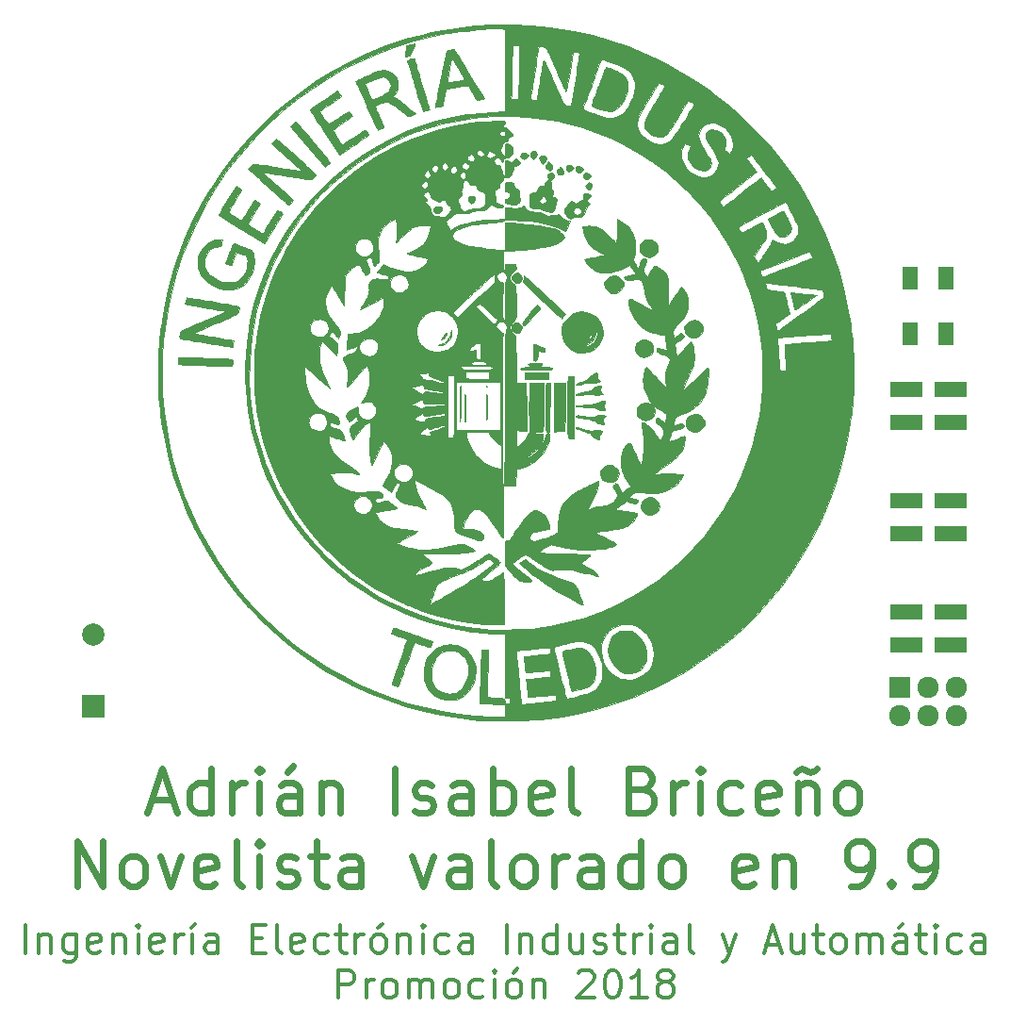
<source format=gts>
G04 #@! TF.GenerationSoftware,KiCad,Pcbnew,5.0.0*
G04 #@! TF.CreationDate,2018-09-20T15:59:47+02:00*
G04 #@! TF.ProjectId,adri,616472692E6B696361645F7063620000,rev?*
G04 #@! TF.SameCoordinates,Original*
G04 #@! TF.FileFunction,Soldermask,Top*
G04 #@! TF.FilePolarity,Negative*
%FSLAX46Y46*%
G04 Gerber Fmt 4.6, Leading zero omitted, Abs format (unit mm)*
G04 Created by KiCad (PCBNEW 5.0.0) date Thu Sep 20 15:59:47 2018*
%MOMM*%
%LPD*%
G01*
G04 APERTURE LIST*
%ADD10C,0.600000*%
%ADD11C,0.300000*%
%ADD12C,0.010000*%
%ADD13C,2.000000*%
%ADD14R,2.000000X2.000000*%
%ADD15R,1.400000X2.000000*%
%ADD16R,1.924000X1.924000*%
%ADD17C,1.924000*%
%ADD18R,2.900000X1.400000*%
G04 APERTURE END LIST*
D10*
X108190476Y-125366666D02*
X110095238Y-125366666D01*
X107809523Y-126509523D02*
X109142857Y-122509523D01*
X110476190Y-126509523D01*
X113523809Y-126509523D02*
X113523809Y-122509523D01*
X113523809Y-126319047D02*
X113142857Y-126509523D01*
X112380952Y-126509523D01*
X111999999Y-126319047D01*
X111809523Y-126128571D01*
X111619047Y-125747619D01*
X111619047Y-124604761D01*
X111809523Y-124223809D01*
X111999999Y-124033333D01*
X112380952Y-123842857D01*
X113142857Y-123842857D01*
X113523809Y-124033333D01*
X115428571Y-126509523D02*
X115428571Y-123842857D01*
X115428571Y-124604761D02*
X115619047Y-124223809D01*
X115809523Y-124033333D01*
X116190476Y-123842857D01*
X116571428Y-123842857D01*
X117904761Y-126509523D02*
X117904761Y-123842857D01*
X117904761Y-122509523D02*
X117714285Y-122700000D01*
X117904761Y-122890476D01*
X118095238Y-122700000D01*
X117904761Y-122509523D01*
X117904761Y-122890476D01*
X121523809Y-126509523D02*
X121523809Y-124414285D01*
X121333333Y-124033333D01*
X120952380Y-123842857D01*
X120190476Y-123842857D01*
X119809523Y-124033333D01*
X121523809Y-126319047D02*
X121142857Y-126509523D01*
X120190476Y-126509523D01*
X119809523Y-126319047D01*
X119619047Y-125938095D01*
X119619047Y-125557142D01*
X119809523Y-125176190D01*
X120190476Y-124985714D01*
X121142857Y-124985714D01*
X121523809Y-124795238D01*
X120952380Y-122319047D02*
X120380952Y-122890476D01*
X123428571Y-123842857D02*
X123428571Y-126509523D01*
X123428571Y-124223809D02*
X123619047Y-124033333D01*
X123999999Y-123842857D01*
X124571428Y-123842857D01*
X124952380Y-124033333D01*
X125142857Y-124414285D01*
X125142857Y-126509523D01*
X130095238Y-126509523D02*
X130095238Y-122509523D01*
X131809523Y-126319047D02*
X132190476Y-126509523D01*
X132952380Y-126509523D01*
X133333333Y-126319047D01*
X133523809Y-125938095D01*
X133523809Y-125747619D01*
X133333333Y-125366666D01*
X132952380Y-125176190D01*
X132380952Y-125176190D01*
X131999999Y-124985714D01*
X131809523Y-124604761D01*
X131809523Y-124414285D01*
X131999999Y-124033333D01*
X132380952Y-123842857D01*
X132952380Y-123842857D01*
X133333333Y-124033333D01*
X136952380Y-126509523D02*
X136952380Y-124414285D01*
X136761904Y-124033333D01*
X136380952Y-123842857D01*
X135619047Y-123842857D01*
X135238095Y-124033333D01*
X136952380Y-126319047D02*
X136571428Y-126509523D01*
X135619047Y-126509523D01*
X135238095Y-126319047D01*
X135047619Y-125938095D01*
X135047619Y-125557142D01*
X135238095Y-125176190D01*
X135619047Y-124985714D01*
X136571428Y-124985714D01*
X136952380Y-124795238D01*
X138857142Y-126509523D02*
X138857142Y-122509523D01*
X138857142Y-124033333D02*
X139238095Y-123842857D01*
X140000000Y-123842857D01*
X140380952Y-124033333D01*
X140571428Y-124223809D01*
X140761904Y-124604761D01*
X140761904Y-125747619D01*
X140571428Y-126128571D01*
X140380952Y-126319047D01*
X140000000Y-126509523D01*
X139238095Y-126509523D01*
X138857142Y-126319047D01*
X144000000Y-126319047D02*
X143619047Y-126509523D01*
X142857142Y-126509523D01*
X142476190Y-126319047D01*
X142285714Y-125938095D01*
X142285714Y-124414285D01*
X142476190Y-124033333D01*
X142857142Y-123842857D01*
X143619047Y-123842857D01*
X144000000Y-124033333D01*
X144190476Y-124414285D01*
X144190476Y-124795238D01*
X142285714Y-125176190D01*
X146476190Y-126509523D02*
X146095238Y-126319047D01*
X145904761Y-125938095D01*
X145904761Y-122509523D01*
X152380952Y-124414285D02*
X152952380Y-124604761D01*
X153142857Y-124795238D01*
X153333333Y-125176190D01*
X153333333Y-125747619D01*
X153142857Y-126128571D01*
X152952380Y-126319047D01*
X152571428Y-126509523D01*
X151047619Y-126509523D01*
X151047619Y-122509523D01*
X152380952Y-122509523D01*
X152761904Y-122700000D01*
X152952380Y-122890476D01*
X153142857Y-123271428D01*
X153142857Y-123652380D01*
X152952380Y-124033333D01*
X152761904Y-124223809D01*
X152380952Y-124414285D01*
X151047619Y-124414285D01*
X155047619Y-126509523D02*
X155047619Y-123842857D01*
X155047619Y-124604761D02*
X155238095Y-124223809D01*
X155428571Y-124033333D01*
X155809523Y-123842857D01*
X156190476Y-123842857D01*
X157523809Y-126509523D02*
X157523809Y-123842857D01*
X157523809Y-122509523D02*
X157333333Y-122700000D01*
X157523809Y-122890476D01*
X157714285Y-122700000D01*
X157523809Y-122509523D01*
X157523809Y-122890476D01*
X161142857Y-126319047D02*
X160761904Y-126509523D01*
X159999999Y-126509523D01*
X159619047Y-126319047D01*
X159428571Y-126128571D01*
X159238095Y-125747619D01*
X159238095Y-124604761D01*
X159428571Y-124223809D01*
X159619047Y-124033333D01*
X159999999Y-123842857D01*
X160761904Y-123842857D01*
X161142857Y-124033333D01*
X164380952Y-126319047D02*
X163999999Y-126509523D01*
X163238095Y-126509523D01*
X162857142Y-126319047D01*
X162666666Y-125938095D01*
X162666666Y-124414285D01*
X162857142Y-124033333D01*
X163238095Y-123842857D01*
X163999999Y-123842857D01*
X164380952Y-124033333D01*
X164571428Y-124414285D01*
X164571428Y-124795238D01*
X162666666Y-125176190D01*
X166285714Y-123842857D02*
X166285714Y-126509523D01*
X166285714Y-124223809D02*
X166476190Y-124033333D01*
X166857142Y-123842857D01*
X167428571Y-123842857D01*
X167809523Y-124033333D01*
X167999999Y-124414285D01*
X167999999Y-126509523D01*
X166095238Y-122890476D02*
X166285714Y-122700000D01*
X166666666Y-122509523D01*
X167428571Y-122890476D01*
X167809523Y-122700000D01*
X167999999Y-122509523D01*
X170476190Y-126509523D02*
X170095238Y-126319047D01*
X169904761Y-126128571D01*
X169714285Y-125747619D01*
X169714285Y-124604761D01*
X169904761Y-124223809D01*
X170095238Y-124033333D01*
X170476190Y-123842857D01*
X171047619Y-123842857D01*
X171428571Y-124033333D01*
X171619047Y-124223809D01*
X171809523Y-124604761D01*
X171809523Y-125747619D01*
X171619047Y-126128571D01*
X171428571Y-126319047D01*
X171047619Y-126509523D01*
X170476190Y-126509523D01*
X101523809Y-133109523D02*
X101523809Y-129109523D01*
X103809523Y-133109523D01*
X103809523Y-129109523D01*
X106285714Y-133109523D02*
X105904761Y-132919047D01*
X105714285Y-132728571D01*
X105523809Y-132347619D01*
X105523809Y-131204761D01*
X105714285Y-130823809D01*
X105904761Y-130633333D01*
X106285714Y-130442857D01*
X106857142Y-130442857D01*
X107238095Y-130633333D01*
X107428571Y-130823809D01*
X107619047Y-131204761D01*
X107619047Y-132347619D01*
X107428571Y-132728571D01*
X107238095Y-132919047D01*
X106857142Y-133109523D01*
X106285714Y-133109523D01*
X108952380Y-130442857D02*
X109904761Y-133109523D01*
X110857142Y-130442857D01*
X113904761Y-132919047D02*
X113523809Y-133109523D01*
X112761904Y-133109523D01*
X112380952Y-132919047D01*
X112190476Y-132538095D01*
X112190476Y-131014285D01*
X112380952Y-130633333D01*
X112761904Y-130442857D01*
X113523809Y-130442857D01*
X113904761Y-130633333D01*
X114095238Y-131014285D01*
X114095238Y-131395238D01*
X112190476Y-131776190D01*
X116380952Y-133109523D02*
X116000000Y-132919047D01*
X115809523Y-132538095D01*
X115809523Y-129109523D01*
X117904761Y-133109523D02*
X117904761Y-130442857D01*
X117904761Y-129109523D02*
X117714285Y-129300000D01*
X117904761Y-129490476D01*
X118095238Y-129300000D01*
X117904761Y-129109523D01*
X117904761Y-129490476D01*
X119619047Y-132919047D02*
X120000000Y-133109523D01*
X120761904Y-133109523D01*
X121142857Y-132919047D01*
X121333333Y-132538095D01*
X121333333Y-132347619D01*
X121142857Y-131966666D01*
X120761904Y-131776190D01*
X120190476Y-131776190D01*
X119809523Y-131585714D01*
X119619047Y-131204761D01*
X119619047Y-131014285D01*
X119809523Y-130633333D01*
X120190476Y-130442857D01*
X120761904Y-130442857D01*
X121142857Y-130633333D01*
X122476190Y-130442857D02*
X124000000Y-130442857D01*
X123047619Y-129109523D02*
X123047619Y-132538095D01*
X123238095Y-132919047D01*
X123619047Y-133109523D01*
X124000000Y-133109523D01*
X127047619Y-133109523D02*
X127047619Y-131014285D01*
X126857142Y-130633333D01*
X126476190Y-130442857D01*
X125714285Y-130442857D01*
X125333333Y-130633333D01*
X127047619Y-132919047D02*
X126666666Y-133109523D01*
X125714285Y-133109523D01*
X125333333Y-132919047D01*
X125142857Y-132538095D01*
X125142857Y-132157142D01*
X125333333Y-131776190D01*
X125714285Y-131585714D01*
X126666666Y-131585714D01*
X127047619Y-131395238D01*
X131619047Y-130442857D02*
X132571428Y-133109523D01*
X133523809Y-130442857D01*
X136761904Y-133109523D02*
X136761904Y-131014285D01*
X136571428Y-130633333D01*
X136190476Y-130442857D01*
X135428571Y-130442857D01*
X135047619Y-130633333D01*
X136761904Y-132919047D02*
X136380952Y-133109523D01*
X135428571Y-133109523D01*
X135047619Y-132919047D01*
X134857142Y-132538095D01*
X134857142Y-132157142D01*
X135047619Y-131776190D01*
X135428571Y-131585714D01*
X136380952Y-131585714D01*
X136761904Y-131395238D01*
X139238095Y-133109523D02*
X138857142Y-132919047D01*
X138666666Y-132538095D01*
X138666666Y-129109523D01*
X141333333Y-133109523D02*
X140952380Y-132919047D01*
X140761904Y-132728571D01*
X140571428Y-132347619D01*
X140571428Y-131204761D01*
X140761904Y-130823809D01*
X140952380Y-130633333D01*
X141333333Y-130442857D01*
X141904761Y-130442857D01*
X142285714Y-130633333D01*
X142476190Y-130823809D01*
X142666666Y-131204761D01*
X142666666Y-132347619D01*
X142476190Y-132728571D01*
X142285714Y-132919047D01*
X141904761Y-133109523D01*
X141333333Y-133109523D01*
X144380952Y-133109523D02*
X144380952Y-130442857D01*
X144380952Y-131204761D02*
X144571428Y-130823809D01*
X144761904Y-130633333D01*
X145142857Y-130442857D01*
X145523809Y-130442857D01*
X148571428Y-133109523D02*
X148571428Y-131014285D01*
X148380952Y-130633333D01*
X148000000Y-130442857D01*
X147238095Y-130442857D01*
X146857142Y-130633333D01*
X148571428Y-132919047D02*
X148190476Y-133109523D01*
X147238095Y-133109523D01*
X146857142Y-132919047D01*
X146666666Y-132538095D01*
X146666666Y-132157142D01*
X146857142Y-131776190D01*
X147238095Y-131585714D01*
X148190476Y-131585714D01*
X148571428Y-131395238D01*
X152190476Y-133109523D02*
X152190476Y-129109523D01*
X152190476Y-132919047D02*
X151809523Y-133109523D01*
X151047619Y-133109523D01*
X150666666Y-132919047D01*
X150476190Y-132728571D01*
X150285714Y-132347619D01*
X150285714Y-131204761D01*
X150476190Y-130823809D01*
X150666666Y-130633333D01*
X151047619Y-130442857D01*
X151809523Y-130442857D01*
X152190476Y-130633333D01*
X154666666Y-133109523D02*
X154285714Y-132919047D01*
X154095238Y-132728571D01*
X153904761Y-132347619D01*
X153904761Y-131204761D01*
X154095238Y-130823809D01*
X154285714Y-130633333D01*
X154666666Y-130442857D01*
X155238095Y-130442857D01*
X155619047Y-130633333D01*
X155809523Y-130823809D01*
X156000000Y-131204761D01*
X156000000Y-132347619D01*
X155809523Y-132728571D01*
X155619047Y-132919047D01*
X155238095Y-133109523D01*
X154666666Y-133109523D01*
X162285714Y-132919047D02*
X161904761Y-133109523D01*
X161142857Y-133109523D01*
X160761904Y-132919047D01*
X160571428Y-132538095D01*
X160571428Y-131014285D01*
X160761904Y-130633333D01*
X161142857Y-130442857D01*
X161904761Y-130442857D01*
X162285714Y-130633333D01*
X162476190Y-131014285D01*
X162476190Y-131395238D01*
X160571428Y-131776190D01*
X164190476Y-130442857D02*
X164190476Y-133109523D01*
X164190476Y-130823809D02*
X164380952Y-130633333D01*
X164761904Y-130442857D01*
X165333333Y-130442857D01*
X165714285Y-130633333D01*
X165904761Y-131014285D01*
X165904761Y-133109523D01*
X171047619Y-133109523D02*
X171809523Y-133109523D01*
X172190476Y-132919047D01*
X172380952Y-132728571D01*
X172761904Y-132157142D01*
X172952380Y-131395238D01*
X172952380Y-129871428D01*
X172761904Y-129490476D01*
X172571428Y-129300000D01*
X172190476Y-129109523D01*
X171428571Y-129109523D01*
X171047619Y-129300000D01*
X170857142Y-129490476D01*
X170666666Y-129871428D01*
X170666666Y-130823809D01*
X170857142Y-131204761D01*
X171047619Y-131395238D01*
X171428571Y-131585714D01*
X172190476Y-131585714D01*
X172571428Y-131395238D01*
X172761904Y-131204761D01*
X172952380Y-130823809D01*
X174666666Y-132728571D02*
X174857142Y-132919047D01*
X174666666Y-133109523D01*
X174476190Y-132919047D01*
X174666666Y-132728571D01*
X174666666Y-133109523D01*
X176761904Y-133109523D02*
X177523809Y-133109523D01*
X177904761Y-132919047D01*
X178095238Y-132728571D01*
X178476190Y-132157142D01*
X178666666Y-131395238D01*
X178666666Y-129871428D01*
X178476190Y-129490476D01*
X178285714Y-129300000D01*
X177904761Y-129109523D01*
X177142857Y-129109523D01*
X176761904Y-129300000D01*
X176571428Y-129490476D01*
X176380952Y-129871428D01*
X176380952Y-130823809D01*
X176571428Y-131204761D01*
X176761904Y-131395238D01*
X177142857Y-131585714D01*
X177904761Y-131585714D01*
X178285714Y-131395238D01*
X178476190Y-131204761D01*
X178666666Y-130823809D01*
D11*
X96904761Y-139105952D02*
X96904761Y-136605952D01*
X98095238Y-137439285D02*
X98095238Y-139105952D01*
X98095238Y-137677380D02*
X98214285Y-137558333D01*
X98452380Y-137439285D01*
X98809523Y-137439285D01*
X99047619Y-137558333D01*
X99166666Y-137796428D01*
X99166666Y-139105952D01*
X101428571Y-137439285D02*
X101428571Y-139463095D01*
X101309523Y-139701190D01*
X101190476Y-139820238D01*
X100952380Y-139939285D01*
X100595238Y-139939285D01*
X100357142Y-139820238D01*
X101428571Y-138986904D02*
X101190476Y-139105952D01*
X100714285Y-139105952D01*
X100476190Y-138986904D01*
X100357142Y-138867857D01*
X100238095Y-138629761D01*
X100238095Y-137915476D01*
X100357142Y-137677380D01*
X100476190Y-137558333D01*
X100714285Y-137439285D01*
X101190476Y-137439285D01*
X101428571Y-137558333D01*
X103571428Y-138986904D02*
X103333333Y-139105952D01*
X102857142Y-139105952D01*
X102619047Y-138986904D01*
X102500000Y-138748809D01*
X102500000Y-137796428D01*
X102619047Y-137558333D01*
X102857142Y-137439285D01*
X103333333Y-137439285D01*
X103571428Y-137558333D01*
X103690476Y-137796428D01*
X103690476Y-138034523D01*
X102500000Y-138272619D01*
X104761904Y-137439285D02*
X104761904Y-139105952D01*
X104761904Y-137677380D02*
X104880952Y-137558333D01*
X105119047Y-137439285D01*
X105476190Y-137439285D01*
X105714285Y-137558333D01*
X105833333Y-137796428D01*
X105833333Y-139105952D01*
X107023809Y-139105952D02*
X107023809Y-137439285D01*
X107023809Y-136605952D02*
X106904761Y-136725000D01*
X107023809Y-136844047D01*
X107142857Y-136725000D01*
X107023809Y-136605952D01*
X107023809Y-136844047D01*
X109166666Y-138986904D02*
X108928571Y-139105952D01*
X108452380Y-139105952D01*
X108214285Y-138986904D01*
X108095238Y-138748809D01*
X108095238Y-137796428D01*
X108214285Y-137558333D01*
X108452380Y-137439285D01*
X108928571Y-137439285D01*
X109166666Y-137558333D01*
X109285714Y-137796428D01*
X109285714Y-138034523D01*
X108095238Y-138272619D01*
X110357142Y-139105952D02*
X110357142Y-137439285D01*
X110357142Y-137915476D02*
X110476190Y-137677380D01*
X110595238Y-137558333D01*
X110833333Y-137439285D01*
X111071428Y-137439285D01*
X111904761Y-139105952D02*
X111904761Y-137439285D01*
X112142857Y-136486904D02*
X111785714Y-136844047D01*
X114166666Y-139105952D02*
X114166666Y-137796428D01*
X114047619Y-137558333D01*
X113809523Y-137439285D01*
X113333333Y-137439285D01*
X113095238Y-137558333D01*
X114166666Y-138986904D02*
X113928571Y-139105952D01*
X113333333Y-139105952D01*
X113095238Y-138986904D01*
X112976190Y-138748809D01*
X112976190Y-138510714D01*
X113095238Y-138272619D01*
X113333333Y-138153571D01*
X113928571Y-138153571D01*
X114166666Y-138034523D01*
X117261904Y-137796428D02*
X118095238Y-137796428D01*
X118452380Y-139105952D02*
X117261904Y-139105952D01*
X117261904Y-136605952D01*
X118452380Y-136605952D01*
X119880952Y-139105952D02*
X119642857Y-138986904D01*
X119523809Y-138748809D01*
X119523809Y-136605952D01*
X121785714Y-138986904D02*
X121547619Y-139105952D01*
X121071428Y-139105952D01*
X120833333Y-138986904D01*
X120714285Y-138748809D01*
X120714285Y-137796428D01*
X120833333Y-137558333D01*
X121071428Y-137439285D01*
X121547619Y-137439285D01*
X121785714Y-137558333D01*
X121904761Y-137796428D01*
X121904761Y-138034523D01*
X120714285Y-138272619D01*
X124047619Y-138986904D02*
X123809523Y-139105952D01*
X123333333Y-139105952D01*
X123095238Y-138986904D01*
X122976190Y-138867857D01*
X122857142Y-138629761D01*
X122857142Y-137915476D01*
X122976190Y-137677380D01*
X123095238Y-137558333D01*
X123333333Y-137439285D01*
X123809523Y-137439285D01*
X124047619Y-137558333D01*
X124761904Y-137439285D02*
X125714285Y-137439285D01*
X125119047Y-136605952D02*
X125119047Y-138748809D01*
X125238095Y-138986904D01*
X125476190Y-139105952D01*
X125714285Y-139105952D01*
X126547619Y-139105952D02*
X126547619Y-137439285D01*
X126547619Y-137915476D02*
X126666666Y-137677380D01*
X126785714Y-137558333D01*
X127023809Y-137439285D01*
X127261904Y-137439285D01*
X128452380Y-139105952D02*
X128214285Y-138986904D01*
X128095238Y-138867857D01*
X127976190Y-138629761D01*
X127976190Y-137915476D01*
X128095238Y-137677380D01*
X128214285Y-137558333D01*
X128452380Y-137439285D01*
X128809523Y-137439285D01*
X129047619Y-137558333D01*
X129166666Y-137677380D01*
X129285714Y-137915476D01*
X129285714Y-138629761D01*
X129166666Y-138867857D01*
X129047619Y-138986904D01*
X128809523Y-139105952D01*
X128452380Y-139105952D01*
X128928571Y-136486904D02*
X128571428Y-136844047D01*
X130357142Y-137439285D02*
X130357142Y-139105952D01*
X130357142Y-137677380D02*
X130476190Y-137558333D01*
X130714285Y-137439285D01*
X131071428Y-137439285D01*
X131309523Y-137558333D01*
X131428571Y-137796428D01*
X131428571Y-139105952D01*
X132619047Y-139105952D02*
X132619047Y-137439285D01*
X132619047Y-136605952D02*
X132500000Y-136725000D01*
X132619047Y-136844047D01*
X132738095Y-136725000D01*
X132619047Y-136605952D01*
X132619047Y-136844047D01*
X134880952Y-138986904D02*
X134642857Y-139105952D01*
X134166666Y-139105952D01*
X133928571Y-138986904D01*
X133809523Y-138867857D01*
X133690476Y-138629761D01*
X133690476Y-137915476D01*
X133809523Y-137677380D01*
X133928571Y-137558333D01*
X134166666Y-137439285D01*
X134642857Y-137439285D01*
X134880952Y-137558333D01*
X137023809Y-139105952D02*
X137023809Y-137796428D01*
X136904761Y-137558333D01*
X136666666Y-137439285D01*
X136190476Y-137439285D01*
X135952380Y-137558333D01*
X137023809Y-138986904D02*
X136785714Y-139105952D01*
X136190476Y-139105952D01*
X135952380Y-138986904D01*
X135833333Y-138748809D01*
X135833333Y-138510714D01*
X135952380Y-138272619D01*
X136190476Y-138153571D01*
X136785714Y-138153571D01*
X137023809Y-138034523D01*
X140119047Y-139105952D02*
X140119047Y-136605952D01*
X141309523Y-137439285D02*
X141309523Y-139105952D01*
X141309523Y-137677380D02*
X141428571Y-137558333D01*
X141666666Y-137439285D01*
X142023809Y-137439285D01*
X142261904Y-137558333D01*
X142380952Y-137796428D01*
X142380952Y-139105952D01*
X144642857Y-139105952D02*
X144642857Y-136605952D01*
X144642857Y-138986904D02*
X144404761Y-139105952D01*
X143928571Y-139105952D01*
X143690476Y-138986904D01*
X143571428Y-138867857D01*
X143452380Y-138629761D01*
X143452380Y-137915476D01*
X143571428Y-137677380D01*
X143690476Y-137558333D01*
X143928571Y-137439285D01*
X144404761Y-137439285D01*
X144642857Y-137558333D01*
X146904761Y-137439285D02*
X146904761Y-139105952D01*
X145833333Y-137439285D02*
X145833333Y-138748809D01*
X145952380Y-138986904D01*
X146190476Y-139105952D01*
X146547619Y-139105952D01*
X146785714Y-138986904D01*
X146904761Y-138867857D01*
X147976190Y-138986904D02*
X148214285Y-139105952D01*
X148690476Y-139105952D01*
X148928571Y-138986904D01*
X149047619Y-138748809D01*
X149047619Y-138629761D01*
X148928571Y-138391666D01*
X148690476Y-138272619D01*
X148333333Y-138272619D01*
X148095238Y-138153571D01*
X147976190Y-137915476D01*
X147976190Y-137796428D01*
X148095238Y-137558333D01*
X148333333Y-137439285D01*
X148690476Y-137439285D01*
X148928571Y-137558333D01*
X149761904Y-137439285D02*
X150714285Y-137439285D01*
X150119047Y-136605952D02*
X150119047Y-138748809D01*
X150238095Y-138986904D01*
X150476190Y-139105952D01*
X150714285Y-139105952D01*
X151547619Y-139105952D02*
X151547619Y-137439285D01*
X151547619Y-137915476D02*
X151666666Y-137677380D01*
X151785714Y-137558333D01*
X152023809Y-137439285D01*
X152261904Y-137439285D01*
X153095238Y-139105952D02*
X153095238Y-137439285D01*
X153095238Y-136605952D02*
X152976190Y-136725000D01*
X153095238Y-136844047D01*
X153214285Y-136725000D01*
X153095238Y-136605952D01*
X153095238Y-136844047D01*
X155357142Y-139105952D02*
X155357142Y-137796428D01*
X155238095Y-137558333D01*
X154999999Y-137439285D01*
X154523809Y-137439285D01*
X154285714Y-137558333D01*
X155357142Y-138986904D02*
X155119047Y-139105952D01*
X154523809Y-139105952D01*
X154285714Y-138986904D01*
X154166666Y-138748809D01*
X154166666Y-138510714D01*
X154285714Y-138272619D01*
X154523809Y-138153571D01*
X155119047Y-138153571D01*
X155357142Y-138034523D01*
X156904761Y-139105952D02*
X156666666Y-138986904D01*
X156547619Y-138748809D01*
X156547619Y-136605952D01*
X159523809Y-137439285D02*
X160119047Y-139105952D01*
X160714285Y-137439285D02*
X160119047Y-139105952D01*
X159880952Y-139701190D01*
X159761904Y-139820238D01*
X159523809Y-139939285D01*
X163452380Y-138391666D02*
X164642857Y-138391666D01*
X163214285Y-139105952D02*
X164047619Y-136605952D01*
X164880952Y-139105952D01*
X166785714Y-137439285D02*
X166785714Y-139105952D01*
X165714285Y-137439285D02*
X165714285Y-138748809D01*
X165833333Y-138986904D01*
X166071428Y-139105952D01*
X166428571Y-139105952D01*
X166666666Y-138986904D01*
X166785714Y-138867857D01*
X167619047Y-137439285D02*
X168571428Y-137439285D01*
X167976190Y-136605952D02*
X167976190Y-138748809D01*
X168095238Y-138986904D01*
X168333333Y-139105952D01*
X168571428Y-139105952D01*
X169761904Y-139105952D02*
X169523809Y-138986904D01*
X169404761Y-138867857D01*
X169285714Y-138629761D01*
X169285714Y-137915476D01*
X169404761Y-137677380D01*
X169523809Y-137558333D01*
X169761904Y-137439285D01*
X170119047Y-137439285D01*
X170357142Y-137558333D01*
X170476190Y-137677380D01*
X170595238Y-137915476D01*
X170595238Y-138629761D01*
X170476190Y-138867857D01*
X170357142Y-138986904D01*
X170119047Y-139105952D01*
X169761904Y-139105952D01*
X171666666Y-139105952D02*
X171666666Y-137439285D01*
X171666666Y-137677380D02*
X171785714Y-137558333D01*
X172023809Y-137439285D01*
X172380952Y-137439285D01*
X172619047Y-137558333D01*
X172738095Y-137796428D01*
X172738095Y-139105952D01*
X172738095Y-137796428D02*
X172857142Y-137558333D01*
X173095238Y-137439285D01*
X173452380Y-137439285D01*
X173690476Y-137558333D01*
X173809523Y-137796428D01*
X173809523Y-139105952D01*
X176071428Y-139105952D02*
X176071428Y-137796428D01*
X175952380Y-137558333D01*
X175714285Y-137439285D01*
X175238095Y-137439285D01*
X174999999Y-137558333D01*
X176071428Y-138986904D02*
X175833333Y-139105952D01*
X175238095Y-139105952D01*
X174999999Y-138986904D01*
X174880952Y-138748809D01*
X174880952Y-138510714D01*
X174999999Y-138272619D01*
X175238095Y-138153571D01*
X175833333Y-138153571D01*
X176071428Y-138034523D01*
X175714285Y-136486904D02*
X175357142Y-136844047D01*
X176904761Y-137439285D02*
X177857142Y-137439285D01*
X177261904Y-136605952D02*
X177261904Y-138748809D01*
X177380952Y-138986904D01*
X177619047Y-139105952D01*
X177857142Y-139105952D01*
X178690476Y-139105952D02*
X178690476Y-137439285D01*
X178690476Y-136605952D02*
X178571428Y-136725000D01*
X178690476Y-136844047D01*
X178809523Y-136725000D01*
X178690476Y-136605952D01*
X178690476Y-136844047D01*
X180952380Y-138986904D02*
X180714285Y-139105952D01*
X180238095Y-139105952D01*
X179999999Y-138986904D01*
X179880952Y-138867857D01*
X179761904Y-138629761D01*
X179761904Y-137915476D01*
X179880952Y-137677380D01*
X179999999Y-137558333D01*
X180238095Y-137439285D01*
X180714285Y-137439285D01*
X180952380Y-137558333D01*
X183095238Y-139105952D02*
X183095238Y-137796428D01*
X182976190Y-137558333D01*
X182738095Y-137439285D01*
X182261904Y-137439285D01*
X182023809Y-137558333D01*
X183095238Y-138986904D02*
X182857142Y-139105952D01*
X182261904Y-139105952D01*
X182023809Y-138986904D01*
X181904761Y-138748809D01*
X181904761Y-138510714D01*
X182023809Y-138272619D01*
X182261904Y-138153571D01*
X182857142Y-138153571D01*
X183095238Y-138034523D01*
X125000000Y-143155952D02*
X125000000Y-140655952D01*
X125952380Y-140655952D01*
X126190476Y-140775000D01*
X126309523Y-140894047D01*
X126428571Y-141132142D01*
X126428571Y-141489285D01*
X126309523Y-141727380D01*
X126190476Y-141846428D01*
X125952380Y-141965476D01*
X125000000Y-141965476D01*
X127500000Y-143155952D02*
X127500000Y-141489285D01*
X127500000Y-141965476D02*
X127619047Y-141727380D01*
X127738095Y-141608333D01*
X127976190Y-141489285D01*
X128214285Y-141489285D01*
X129404761Y-143155952D02*
X129166666Y-143036904D01*
X129047619Y-142917857D01*
X128928571Y-142679761D01*
X128928571Y-141965476D01*
X129047619Y-141727380D01*
X129166666Y-141608333D01*
X129404761Y-141489285D01*
X129761904Y-141489285D01*
X130000000Y-141608333D01*
X130119047Y-141727380D01*
X130238095Y-141965476D01*
X130238095Y-142679761D01*
X130119047Y-142917857D01*
X130000000Y-143036904D01*
X129761904Y-143155952D01*
X129404761Y-143155952D01*
X131309523Y-143155952D02*
X131309523Y-141489285D01*
X131309523Y-141727380D02*
X131428571Y-141608333D01*
X131666666Y-141489285D01*
X132023809Y-141489285D01*
X132261904Y-141608333D01*
X132380952Y-141846428D01*
X132380952Y-143155952D01*
X132380952Y-141846428D02*
X132500000Y-141608333D01*
X132738095Y-141489285D01*
X133095238Y-141489285D01*
X133333333Y-141608333D01*
X133452380Y-141846428D01*
X133452380Y-143155952D01*
X135000000Y-143155952D02*
X134761904Y-143036904D01*
X134642857Y-142917857D01*
X134523809Y-142679761D01*
X134523809Y-141965476D01*
X134642857Y-141727380D01*
X134761904Y-141608333D01*
X135000000Y-141489285D01*
X135357142Y-141489285D01*
X135595238Y-141608333D01*
X135714285Y-141727380D01*
X135833333Y-141965476D01*
X135833333Y-142679761D01*
X135714285Y-142917857D01*
X135595238Y-143036904D01*
X135357142Y-143155952D01*
X135000000Y-143155952D01*
X137976190Y-143036904D02*
X137738095Y-143155952D01*
X137261904Y-143155952D01*
X137023809Y-143036904D01*
X136904761Y-142917857D01*
X136785714Y-142679761D01*
X136785714Y-141965476D01*
X136904761Y-141727380D01*
X137023809Y-141608333D01*
X137261904Y-141489285D01*
X137738095Y-141489285D01*
X137976190Y-141608333D01*
X139047619Y-143155952D02*
X139047619Y-141489285D01*
X139047619Y-140655952D02*
X138928571Y-140775000D01*
X139047619Y-140894047D01*
X139166666Y-140775000D01*
X139047619Y-140655952D01*
X139047619Y-140894047D01*
X140595238Y-143155952D02*
X140357142Y-143036904D01*
X140238095Y-142917857D01*
X140119047Y-142679761D01*
X140119047Y-141965476D01*
X140238095Y-141727380D01*
X140357142Y-141608333D01*
X140595238Y-141489285D01*
X140952380Y-141489285D01*
X141190476Y-141608333D01*
X141309523Y-141727380D01*
X141428571Y-141965476D01*
X141428571Y-142679761D01*
X141309523Y-142917857D01*
X141190476Y-143036904D01*
X140952380Y-143155952D01*
X140595238Y-143155952D01*
X141071428Y-140536904D02*
X140714285Y-140894047D01*
X142500000Y-141489285D02*
X142500000Y-143155952D01*
X142500000Y-141727380D02*
X142619047Y-141608333D01*
X142857142Y-141489285D01*
X143214285Y-141489285D01*
X143452380Y-141608333D01*
X143571428Y-141846428D01*
X143571428Y-143155952D01*
X146547619Y-140894047D02*
X146666666Y-140775000D01*
X146904761Y-140655952D01*
X147500000Y-140655952D01*
X147738095Y-140775000D01*
X147857142Y-140894047D01*
X147976190Y-141132142D01*
X147976190Y-141370238D01*
X147857142Y-141727380D01*
X146428571Y-143155952D01*
X147976190Y-143155952D01*
X149523809Y-140655952D02*
X149761904Y-140655952D01*
X150000000Y-140775000D01*
X150119047Y-140894047D01*
X150238095Y-141132142D01*
X150357142Y-141608333D01*
X150357142Y-142203571D01*
X150238095Y-142679761D01*
X150119047Y-142917857D01*
X150000000Y-143036904D01*
X149761904Y-143155952D01*
X149523809Y-143155952D01*
X149285714Y-143036904D01*
X149166666Y-142917857D01*
X149047619Y-142679761D01*
X148928571Y-142203571D01*
X148928571Y-141608333D01*
X149047619Y-141132142D01*
X149166666Y-140894047D01*
X149285714Y-140775000D01*
X149523809Y-140655952D01*
X152738095Y-143155952D02*
X151309523Y-143155952D01*
X152023809Y-143155952D02*
X152023809Y-140655952D01*
X151785714Y-141013095D01*
X151547619Y-141251190D01*
X151309523Y-141370238D01*
X154166666Y-141727380D02*
X153928571Y-141608333D01*
X153809523Y-141489285D01*
X153690476Y-141251190D01*
X153690476Y-141132142D01*
X153809523Y-140894047D01*
X153928571Y-140775000D01*
X154166666Y-140655952D01*
X154642857Y-140655952D01*
X154880952Y-140775000D01*
X155000000Y-140894047D01*
X155119047Y-141132142D01*
X155119047Y-141251190D01*
X155000000Y-141489285D01*
X154880952Y-141608333D01*
X154642857Y-141727380D01*
X154166666Y-141727380D01*
X153928571Y-141846428D01*
X153809523Y-141965476D01*
X153690476Y-142203571D01*
X153690476Y-142679761D01*
X153809523Y-142917857D01*
X153928571Y-143036904D01*
X154166666Y-143155952D01*
X154642857Y-143155952D01*
X154880952Y-143036904D01*
X155000000Y-142917857D01*
X155119047Y-142679761D01*
X155119047Y-142203571D01*
X155000000Y-141965476D01*
X154880952Y-141846428D01*
X154642857Y-141727380D01*
D12*
G04 #@! TO.C,G\002A\002A\002A*
G36*
X137138887Y-71178890D02*
X137237403Y-71242541D01*
X137274262Y-71359429D01*
X137275273Y-71390723D01*
X137243896Y-71489176D01*
X137165972Y-71607644D01*
X137065813Y-71717814D01*
X136967729Y-71791376D01*
X136918517Y-71806182D01*
X136856332Y-71772950D01*
X136776907Y-71692416D01*
X136772528Y-71686919D01*
X136671651Y-71528179D01*
X136647382Y-71396085D01*
X136695235Y-71272830D01*
X136766243Y-71196602D01*
X136868152Y-71164263D01*
X136966919Y-71159636D01*
X137138887Y-71178890D01*
X137138887Y-71178890D01*
G37*
X137138887Y-71178890D02*
X137237403Y-71242541D01*
X137274262Y-71359429D01*
X137275273Y-71390723D01*
X137243896Y-71489176D01*
X137165972Y-71607644D01*
X137065813Y-71717814D01*
X136967729Y-71791376D01*
X136918517Y-71806182D01*
X136856332Y-71772950D01*
X136776907Y-71692416D01*
X136772528Y-71686919D01*
X136671651Y-71528179D01*
X136647382Y-71396085D01*
X136695235Y-71272830D01*
X136766243Y-71196602D01*
X136868152Y-71164263D01*
X136966919Y-71159636D01*
X137138887Y-71178890D01*
G36*
X134060720Y-72067177D02*
X134111359Y-72083098D01*
X134258651Y-72167827D01*
X134317364Y-72277216D01*
X134287772Y-72412687D01*
X134200077Y-72541548D01*
X134056740Y-72654193D01*
X133895051Y-72691808D01*
X133739163Y-72653530D01*
X133630261Y-72561954D01*
X133548840Y-72421410D01*
X133549004Y-72294612D01*
X133605146Y-72187756D01*
X133720171Y-72096294D01*
X133883404Y-72053749D01*
X134060720Y-72067177D01*
X134060720Y-72067177D01*
G37*
X134060720Y-72067177D02*
X134111359Y-72083098D01*
X134258651Y-72167827D01*
X134317364Y-72277216D01*
X134287772Y-72412687D01*
X134200077Y-72541548D01*
X134056740Y-72654193D01*
X133895051Y-72691808D01*
X133739163Y-72653530D01*
X133630261Y-72561954D01*
X133548840Y-72421410D01*
X133549004Y-72294612D01*
X133605146Y-72187756D01*
X133720171Y-72096294D01*
X133883404Y-72053749D01*
X134060720Y-72067177D01*
G36*
X134727769Y-83502742D02*
X134715566Y-83571000D01*
X134662877Y-83681288D01*
X134566402Y-83803952D01*
X134451399Y-83913544D01*
X134343128Y-83984615D01*
X134291569Y-83998182D01*
X134241865Y-83987978D01*
X134260749Y-83941651D01*
X134279106Y-83917364D01*
X134457254Y-83694451D01*
X134587245Y-83544667D01*
X134673028Y-83464876D01*
X134718553Y-83451946D01*
X134727769Y-83502742D01*
X134727769Y-83502742D01*
G37*
X134727769Y-83502742D02*
X134715566Y-83571000D01*
X134662877Y-83681288D01*
X134566402Y-83803952D01*
X134451399Y-83913544D01*
X134343128Y-83984615D01*
X134291569Y-83998182D01*
X134241865Y-83987978D01*
X134260749Y-83941651D01*
X134279106Y-83917364D01*
X134457254Y-83694451D01*
X134587245Y-83544667D01*
X134673028Y-83464876D01*
X134718553Y-83451946D01*
X134727769Y-83502742D01*
G36*
X135147491Y-83305455D02*
X135169287Y-83535984D01*
X135113906Y-83773169D01*
X134994054Y-84002407D01*
X134822439Y-84209094D01*
X134611765Y-84378629D01*
X134374741Y-84496409D01*
X134124073Y-84547831D01*
X134065636Y-84548732D01*
X133999281Y-84543228D01*
X134000671Y-84526827D01*
X134077429Y-84493103D01*
X134172977Y-84458272D01*
X134452542Y-84340733D01*
X134660049Y-84208072D01*
X134815794Y-84046696D01*
X134842414Y-84009929D01*
X134954868Y-83814322D01*
X135045776Y-83595181D01*
X135100388Y-83391117D01*
X135109331Y-83311194D01*
X135113934Y-83190000D01*
X135147491Y-83305455D01*
X135147491Y-83305455D01*
G37*
X135147491Y-83305455D02*
X135169287Y-83535984D01*
X135113906Y-83773169D01*
X134994054Y-84002407D01*
X134822439Y-84209094D01*
X134611765Y-84378629D01*
X134374741Y-84496409D01*
X134124073Y-84547831D01*
X134065636Y-84548732D01*
X133999281Y-84543228D01*
X134000671Y-84526827D01*
X134077429Y-84493103D01*
X134172977Y-84458272D01*
X134452542Y-84340733D01*
X134660049Y-84208072D01*
X134815794Y-84046696D01*
X134842414Y-84009929D01*
X134954868Y-83814322D01*
X135045776Y-83595181D01*
X135100388Y-83391117D01*
X135109331Y-83311194D01*
X135113934Y-83190000D01*
X135147491Y-83305455D01*
G36*
X138337455Y-88223818D02*
X138314364Y-88246909D01*
X138291273Y-88223818D01*
X138314364Y-88200727D01*
X138337455Y-88223818D01*
X138337455Y-88223818D01*
G37*
X138337455Y-88223818D02*
X138314364Y-88246909D01*
X138291273Y-88223818D01*
X138314364Y-88200727D01*
X138337455Y-88223818D01*
G36*
X136377190Y-88984584D02*
X136381378Y-89094896D01*
X136384707Y-89281959D01*
X136387426Y-89550479D01*
X136389787Y-89905164D01*
X136390501Y-90036455D01*
X136391809Y-90385017D01*
X136392001Y-90701814D01*
X136391152Y-90975604D01*
X136389332Y-91195146D01*
X136386616Y-91349200D01*
X136383074Y-91426523D01*
X136381483Y-91433455D01*
X136374773Y-91389736D01*
X136366174Y-91268360D01*
X136356467Y-91083990D01*
X136346434Y-90851294D01*
X136337806Y-90613727D01*
X136330574Y-90292094D01*
X136328795Y-89949971D01*
X136332261Y-89619579D01*
X136340765Y-89333138D01*
X136346824Y-89216727D01*
X136356959Y-89067096D01*
X136365231Y-88975391D01*
X136371891Y-88946318D01*
X136377190Y-88984584D01*
X136377190Y-88984584D01*
G37*
X136377190Y-88984584D02*
X136381378Y-89094896D01*
X136384707Y-89281959D01*
X136387426Y-89550479D01*
X136389787Y-89905164D01*
X136390501Y-90036455D01*
X136391809Y-90385017D01*
X136392001Y-90701814D01*
X136391152Y-90975604D01*
X136389332Y-91195146D01*
X136386616Y-91349200D01*
X136383074Y-91426523D01*
X136381483Y-91433455D01*
X136374773Y-91389736D01*
X136366174Y-91268360D01*
X136356467Y-91083990D01*
X136346434Y-90851294D01*
X136337806Y-90613727D01*
X136330574Y-90292094D01*
X136328795Y-89949971D01*
X136332261Y-89619579D01*
X136340765Y-89333138D01*
X136346824Y-89216727D01*
X136356959Y-89067096D01*
X136365231Y-88975391D01*
X136371891Y-88946318D01*
X136377190Y-88984584D01*
G36*
X135959675Y-88209008D02*
X135964764Y-88259028D01*
X135968825Y-88390967D01*
X135971786Y-88594385D01*
X135973577Y-88858842D01*
X135974126Y-89173898D01*
X135973364Y-89529113D01*
X135971220Y-89913887D01*
X135967367Y-90362557D01*
X135962800Y-90723935D01*
X135957316Y-91003089D01*
X135950710Y-91205089D01*
X135942779Y-91335004D01*
X135933319Y-91397904D01*
X135922126Y-91398858D01*
X135912909Y-91364182D01*
X135901867Y-91264916D01*
X135892299Y-91093570D01*
X135884250Y-90863366D01*
X135877766Y-90587525D01*
X135872892Y-90279269D01*
X135869673Y-89951819D01*
X135868155Y-89618396D01*
X135868383Y-89292221D01*
X135870402Y-88986516D01*
X135874257Y-88714503D01*
X135879995Y-88489402D01*
X135887659Y-88324435D01*
X135897297Y-88232824D01*
X135902127Y-88219206D01*
X135952520Y-88204096D01*
X135959675Y-88209008D01*
X135959675Y-88209008D01*
G37*
X135959675Y-88209008D02*
X135964764Y-88259028D01*
X135968825Y-88390967D01*
X135971786Y-88594385D01*
X135973577Y-88858842D01*
X135974126Y-89173898D01*
X135973364Y-89529113D01*
X135971220Y-89913887D01*
X135967367Y-90362557D01*
X135962800Y-90723935D01*
X135957316Y-91003089D01*
X135950710Y-91205089D01*
X135942779Y-91335004D01*
X135933319Y-91397904D01*
X135922126Y-91398858D01*
X135912909Y-91364182D01*
X135901867Y-91264916D01*
X135892299Y-91093570D01*
X135884250Y-90863366D01*
X135877766Y-90587525D01*
X135872892Y-90279269D01*
X135869673Y-89951819D01*
X135868155Y-89618396D01*
X135868383Y-89292221D01*
X135870402Y-88986516D01*
X135874257Y-88714503D01*
X135879995Y-88489402D01*
X135887659Y-88324435D01*
X135897297Y-88232824D01*
X135902127Y-88219206D01*
X135952520Y-88204096D01*
X135959675Y-88209008D01*
G36*
X138321168Y-88979860D02*
X138323862Y-89067963D01*
X138325851Y-89182091D01*
X138329684Y-89551936D01*
X138331360Y-89973571D01*
X138330880Y-90406447D01*
X138328243Y-90810017D01*
X138325851Y-91006273D01*
X138323025Y-91156305D01*
X138320398Y-91218173D01*
X138318033Y-91196077D01*
X138315992Y-91094218D01*
X138314339Y-90916793D01*
X138313135Y-90668004D01*
X138312442Y-90352050D01*
X138312296Y-90094182D01*
X138312594Y-89733872D01*
X138313448Y-89437799D01*
X138314795Y-89210161D01*
X138316572Y-89055158D01*
X138318717Y-88976991D01*
X138321168Y-88979860D01*
X138321168Y-88979860D01*
G37*
X138321168Y-88979860D02*
X138323862Y-89067963D01*
X138325851Y-89182091D01*
X138329684Y-89551936D01*
X138331360Y-89973571D01*
X138330880Y-90406447D01*
X138328243Y-90810017D01*
X138325851Y-91006273D01*
X138323025Y-91156305D01*
X138320398Y-91218173D01*
X138318033Y-91196077D01*
X138315992Y-91094218D01*
X138314339Y-90916793D01*
X138313135Y-90668004D01*
X138312442Y-90352050D01*
X138312296Y-90094182D01*
X138312594Y-89733872D01*
X138313448Y-89437799D01*
X138314795Y-89210161D01*
X138316572Y-89055158D01*
X138318717Y-88976991D01*
X138321168Y-88979860D01*
G36*
X149070214Y-59590096D02*
X149185853Y-59625389D01*
X149349114Y-59682023D01*
X149541172Y-59752918D01*
X149743204Y-59830997D01*
X149936385Y-59909179D01*
X150101892Y-59980385D01*
X150199243Y-60026315D01*
X150515712Y-60217624D01*
X150746937Y-60432755D01*
X150898767Y-60680273D01*
X150977051Y-60968745D01*
X150991273Y-61186044D01*
X150958788Y-61559177D01*
X150867656Y-61951237D01*
X150727359Y-62339550D01*
X150547378Y-62701440D01*
X150337198Y-63014233D01*
X150136952Y-63228957D01*
X149882245Y-63395903D01*
X149582074Y-63495892D01*
X149260073Y-63523251D01*
X149028546Y-63494915D01*
X148902579Y-63460835D01*
X148719958Y-63403057D01*
X148505875Y-63330495D01*
X148285524Y-63252064D01*
X148084098Y-63176677D01*
X147926791Y-63113251D01*
X147853042Y-63078959D01*
X147778875Y-63021817D01*
X147758546Y-62982720D01*
X147774069Y-62932687D01*
X147817806Y-62807848D01*
X147885507Y-62619647D01*
X147972923Y-62379527D01*
X148075803Y-62098933D01*
X148189898Y-61789306D01*
X148310957Y-61462092D01*
X148434732Y-61128732D01*
X148556973Y-60800671D01*
X148673429Y-60489352D01*
X148779852Y-60206218D01*
X148871990Y-59962712D01*
X148945595Y-59770279D01*
X148996417Y-59640361D01*
X149020206Y-59584402D01*
X149021020Y-59583222D01*
X149070214Y-59590096D01*
X149070214Y-59590096D01*
G37*
X149070214Y-59590096D02*
X149185853Y-59625389D01*
X149349114Y-59682023D01*
X149541172Y-59752918D01*
X149743204Y-59830997D01*
X149936385Y-59909179D01*
X150101892Y-59980385D01*
X150199243Y-60026315D01*
X150515712Y-60217624D01*
X150746937Y-60432755D01*
X150898767Y-60680273D01*
X150977051Y-60968745D01*
X150991273Y-61186044D01*
X150958788Y-61559177D01*
X150867656Y-61951237D01*
X150727359Y-62339550D01*
X150547378Y-62701440D01*
X150337198Y-63014233D01*
X150136952Y-63228957D01*
X149882245Y-63395903D01*
X149582074Y-63495892D01*
X149260073Y-63523251D01*
X149028546Y-63494915D01*
X148902579Y-63460835D01*
X148719958Y-63403057D01*
X148505875Y-63330495D01*
X148285524Y-63252064D01*
X148084098Y-63176677D01*
X147926791Y-63113251D01*
X147853042Y-63078959D01*
X147778875Y-63021817D01*
X147758546Y-62982720D01*
X147774069Y-62932687D01*
X147817806Y-62807848D01*
X147885507Y-62619647D01*
X147972923Y-62379527D01*
X148075803Y-62098933D01*
X148189898Y-61789306D01*
X148310957Y-61462092D01*
X148434732Y-61128732D01*
X148556973Y-60800671D01*
X148673429Y-60489352D01*
X148779852Y-60206218D01*
X148871990Y-59962712D01*
X148945595Y-59770279D01*
X148996417Y-59640361D01*
X149020206Y-59584402D01*
X149021020Y-59583222D01*
X149070214Y-59590096D01*
G36*
X164988416Y-72526484D02*
X165001606Y-72539396D01*
X165046235Y-72606303D01*
X165122750Y-72738639D01*
X165221633Y-72919266D01*
X165333362Y-73131050D01*
X165372924Y-73207771D01*
X165495004Y-73449552D01*
X165579557Y-73629304D01*
X165633301Y-73766073D01*
X165662954Y-73878906D01*
X165675234Y-73986851D01*
X165677091Y-74070137D01*
X165668986Y-74242430D01*
X165637187Y-74361450D01*
X165570466Y-74465442D01*
X165555827Y-74483209D01*
X165365614Y-74651806D01*
X165140733Y-74761023D01*
X164903747Y-74805560D01*
X164677218Y-74780114D01*
X164542615Y-74721326D01*
X164420397Y-74628741D01*
X164296243Y-74494679D01*
X164162078Y-74307942D01*
X164009829Y-74057333D01*
X163837902Y-73743884D01*
X163555282Y-73210858D01*
X164244869Y-72837643D01*
X164498366Y-72701468D01*
X164683583Y-72605504D01*
X164812858Y-72544886D01*
X164898529Y-72514752D01*
X164952936Y-72510239D01*
X164988416Y-72526484D01*
X164988416Y-72526484D01*
G37*
X164988416Y-72526484D02*
X165001606Y-72539396D01*
X165046235Y-72606303D01*
X165122750Y-72738639D01*
X165221633Y-72919266D01*
X165333362Y-73131050D01*
X165372924Y-73207771D01*
X165495004Y-73449552D01*
X165579557Y-73629304D01*
X165633301Y-73766073D01*
X165662954Y-73878906D01*
X165675234Y-73986851D01*
X165677091Y-74070137D01*
X165668986Y-74242430D01*
X165637187Y-74361450D01*
X165570466Y-74465442D01*
X165555827Y-74483209D01*
X165365614Y-74651806D01*
X165140733Y-74761023D01*
X164903747Y-74805560D01*
X164677218Y-74780114D01*
X164542615Y-74721326D01*
X164420397Y-74628741D01*
X164296243Y-74494679D01*
X164162078Y-74307942D01*
X164009829Y-74057333D01*
X163837902Y-73743884D01*
X163555282Y-73210858D01*
X164244869Y-72837643D01*
X164498366Y-72701468D01*
X164683583Y-72605504D01*
X164812858Y-72544886D01*
X164898529Y-72514752D01*
X164952936Y-72510239D01*
X164988416Y-72526484D01*
G36*
X165809335Y-79816572D02*
X165909532Y-79828217D01*
X166077974Y-79846144D01*
X166298277Y-79868753D01*
X166554057Y-79894444D01*
X166828930Y-79921618D01*
X167106512Y-79948675D01*
X167370419Y-79974016D01*
X167604267Y-79996041D01*
X167791673Y-80013150D01*
X167916252Y-80023744D01*
X167959138Y-80026456D01*
X167934959Y-80051004D01*
X167844142Y-80119807D01*
X167696764Y-80225690D01*
X167502905Y-80361473D01*
X167272643Y-80519978D01*
X167127865Y-80618489D01*
X166803144Y-80838867D01*
X166547005Y-81012738D01*
X166351115Y-81144732D01*
X166207140Y-81239480D01*
X166106746Y-81301612D01*
X166041600Y-81335757D01*
X166003369Y-81346546D01*
X165983718Y-81338608D01*
X165974313Y-81316573D01*
X165966822Y-81285073D01*
X165961018Y-81266761D01*
X165936274Y-81184620D01*
X165895464Y-81031389D01*
X165843425Y-80825946D01*
X165784992Y-80587167D01*
X165757742Y-80473206D01*
X165595215Y-79788412D01*
X165809335Y-79816572D01*
X165809335Y-79816572D01*
G37*
X165809335Y-79816572D02*
X165909532Y-79828217D01*
X166077974Y-79846144D01*
X166298277Y-79868753D01*
X166554057Y-79894444D01*
X166828930Y-79921618D01*
X167106512Y-79948675D01*
X167370419Y-79974016D01*
X167604267Y-79996041D01*
X167791673Y-80013150D01*
X167916252Y-80023744D01*
X167959138Y-80026456D01*
X167934959Y-80051004D01*
X167844142Y-80119807D01*
X167696764Y-80225690D01*
X167502905Y-80361473D01*
X167272643Y-80519978D01*
X167127865Y-80618489D01*
X166803144Y-80838867D01*
X166547005Y-81012738D01*
X166351115Y-81144732D01*
X166207140Y-81239480D01*
X166106746Y-81301612D01*
X166041600Y-81335757D01*
X166003369Y-81346546D01*
X165983718Y-81338608D01*
X165974313Y-81316573D01*
X165966822Y-81285073D01*
X165961018Y-81266761D01*
X165936274Y-81184620D01*
X165895464Y-81031389D01*
X165843425Y-80825946D01*
X165784992Y-80587167D01*
X165757742Y-80473206D01*
X165595215Y-79788412D01*
X165809335Y-79816572D01*
G36*
X141799667Y-67265149D02*
X141980173Y-67390953D01*
X141997261Y-67406174D01*
X142059330Y-67474435D01*
X142065002Y-67533478D01*
X142006759Y-67602960D01*
X141886526Y-67695710D01*
X141764493Y-67782381D01*
X141687656Y-67821223D01*
X141625304Y-67817037D01*
X141546729Y-67774622D01*
X141513545Y-67754009D01*
X141396397Y-67659817D01*
X141361875Y-67560457D01*
X141402331Y-67431220D01*
X141409350Y-67417353D01*
X141515467Y-67278326D01*
X141645169Y-67227599D01*
X141799667Y-67265149D01*
X141799667Y-67265149D01*
G37*
X141799667Y-67265149D02*
X141980173Y-67390953D01*
X141997261Y-67406174D01*
X142059330Y-67474435D01*
X142065002Y-67533478D01*
X142006759Y-67602960D01*
X141886526Y-67695710D01*
X141764493Y-67782381D01*
X141687656Y-67821223D01*
X141625304Y-67817037D01*
X141546729Y-67774622D01*
X141513545Y-67754009D01*
X141396397Y-67659817D01*
X141361875Y-67560457D01*
X141402331Y-67431220D01*
X141409350Y-67417353D01*
X141515467Y-67278326D01*
X141645169Y-67227599D01*
X141799667Y-67265149D01*
G36*
X142748022Y-67147836D02*
X142808383Y-67245004D01*
X142820222Y-67379646D01*
X142775236Y-67538358D01*
X142665125Y-67707736D01*
X142664401Y-67708583D01*
X142515179Y-67882802D01*
X142365953Y-67688642D01*
X142261028Y-67533588D01*
X142225404Y-67417322D01*
X142258751Y-67317952D01*
X142358816Y-67215196D01*
X142514937Y-67119529D01*
X142647440Y-67101543D01*
X142748022Y-67147836D01*
X142748022Y-67147836D01*
G37*
X142748022Y-67147836D02*
X142808383Y-67245004D01*
X142820222Y-67379646D01*
X142775236Y-67538358D01*
X142665125Y-67707736D01*
X142664401Y-67708583D01*
X142515179Y-67882802D01*
X142365953Y-67688642D01*
X142261028Y-67533588D01*
X142225404Y-67417322D01*
X142258751Y-67317952D01*
X142358816Y-67215196D01*
X142514937Y-67119529D01*
X142647440Y-67101543D01*
X142748022Y-67147836D01*
G36*
X143557167Y-67532900D02*
X143652737Y-67623205D01*
X143692285Y-67752513D01*
X143674639Y-67865849D01*
X143628023Y-67953525D01*
X143546321Y-68069215D01*
X143518074Y-68104372D01*
X143389755Y-68258744D01*
X143218878Y-68069602D01*
X143091614Y-67893235D01*
X143052449Y-67743534D01*
X143101437Y-67620797D01*
X143128818Y-67593166D01*
X143275758Y-67508163D01*
X143425024Y-67491314D01*
X143557167Y-67532900D01*
X143557167Y-67532900D01*
G37*
X143557167Y-67532900D02*
X143652737Y-67623205D01*
X143692285Y-67752513D01*
X143674639Y-67865849D01*
X143628023Y-67953525D01*
X143546321Y-68069215D01*
X143518074Y-68104372D01*
X143389755Y-68258744D01*
X143218878Y-68069602D01*
X143091614Y-67893235D01*
X143052449Y-67743534D01*
X143101437Y-67620797D01*
X143128818Y-67593166D01*
X143275758Y-67508163D01*
X143425024Y-67491314D01*
X143557167Y-67532900D01*
G36*
X144050973Y-68228772D02*
X144164967Y-68402604D01*
X144205154Y-68566102D01*
X144170214Y-68704431D01*
X144099906Y-68778654D01*
X144015169Y-68832645D01*
X143954666Y-68841353D01*
X143879273Y-68817931D01*
X143755791Y-68743019D01*
X143654370Y-68631740D01*
X143603703Y-68517250D01*
X143602182Y-68497739D01*
X143631688Y-68401048D01*
X143706345Y-68278168D01*
X143750791Y-68222685D01*
X143899400Y-68053428D01*
X144050973Y-68228772D01*
X144050973Y-68228772D01*
G37*
X144050973Y-68228772D02*
X144164967Y-68402604D01*
X144205154Y-68566102D01*
X144170214Y-68704431D01*
X144099906Y-68778654D01*
X144015169Y-68832645D01*
X143954666Y-68841353D01*
X143879273Y-68817931D01*
X143755791Y-68743019D01*
X143654370Y-68631740D01*
X143603703Y-68517250D01*
X143602182Y-68497739D01*
X143631688Y-68401048D01*
X143706345Y-68278168D01*
X143750791Y-68222685D01*
X143899400Y-68053428D01*
X144050973Y-68228772D01*
G36*
X145870692Y-68381067D02*
X146011639Y-68467227D01*
X146110189Y-68546805D01*
X146174260Y-68597799D01*
X146183868Y-68605126D01*
X146164624Y-68638678D01*
X146092511Y-68705278D01*
X145990829Y-68785732D01*
X145882882Y-68860848D01*
X145845846Y-68883545D01*
X145730682Y-68934462D01*
X145635364Y-68921283D01*
X145552094Y-68871018D01*
X145467692Y-68763903D01*
X145449455Y-68647266D01*
X145484159Y-68486426D01*
X145577102Y-68384869D01*
X145711531Y-68347961D01*
X145870692Y-68381067D01*
X145870692Y-68381067D01*
G37*
X145870692Y-68381067D02*
X146011639Y-68467227D01*
X146110189Y-68546805D01*
X146174260Y-68597799D01*
X146183868Y-68605126D01*
X146164624Y-68638678D01*
X146092511Y-68705278D01*
X145990829Y-68785732D01*
X145882882Y-68860848D01*
X145845846Y-68883545D01*
X145730682Y-68934462D01*
X145635364Y-68921283D01*
X145552094Y-68871018D01*
X145467692Y-68763903D01*
X145449455Y-68647266D01*
X145484159Y-68486426D01*
X145577102Y-68384869D01*
X145711531Y-68347961D01*
X145870692Y-68381067D01*
G36*
X146774602Y-68503576D02*
X146793207Y-68514174D01*
X146919291Y-68625836D01*
X146958256Y-68751240D01*
X146911399Y-68877415D01*
X146780016Y-68991390D01*
X146743470Y-69011704D01*
X146620657Y-69066935D01*
X146537620Y-69067233D01*
X146457662Y-69004864D01*
X146400287Y-68939366D01*
X146306803Y-68779490D01*
X146292800Y-68635972D01*
X146345428Y-68522716D01*
X146451837Y-68453628D01*
X146599179Y-68442613D01*
X146774602Y-68503576D01*
X146774602Y-68503576D01*
G37*
X146774602Y-68503576D02*
X146793207Y-68514174D01*
X146919291Y-68625836D01*
X146958256Y-68751240D01*
X146911399Y-68877415D01*
X146780016Y-68991390D01*
X146743470Y-69011704D01*
X146620657Y-69066935D01*
X146537620Y-69067233D01*
X146457662Y-69004864D01*
X146400287Y-68939366D01*
X146306803Y-68779490D01*
X146292800Y-68635972D01*
X146345428Y-68522716D01*
X146451837Y-68453628D01*
X146599179Y-68442613D01*
X146774602Y-68503576D01*
G36*
X144996915Y-68565244D02*
X145068572Y-68659873D01*
X145140788Y-68782236D01*
X145196474Y-68903404D01*
X145218546Y-68993882D01*
X145191075Y-69121864D01*
X145101716Y-69194547D01*
X144940044Y-69219783D01*
X144918364Y-69220000D01*
X144784972Y-69207220D01*
X144688141Y-69175445D01*
X144673600Y-69164582D01*
X144621514Y-69051582D01*
X144646875Y-68903290D01*
X144747417Y-68731066D01*
X144764457Y-68709292D01*
X144854049Y-68605068D01*
X144921884Y-68539207D01*
X144942903Y-68527273D01*
X144996915Y-68565244D01*
X144996915Y-68565244D01*
G37*
X144996915Y-68565244D02*
X145068572Y-68659873D01*
X145140788Y-68782236D01*
X145196474Y-68903404D01*
X145218546Y-68993882D01*
X145191075Y-69121864D01*
X145101716Y-69194547D01*
X144940044Y-69219783D01*
X144918364Y-69220000D01*
X144784972Y-69207220D01*
X144688141Y-69175445D01*
X144673600Y-69164582D01*
X144621514Y-69051582D01*
X144646875Y-68903290D01*
X144747417Y-68731066D01*
X144764457Y-68709292D01*
X144854049Y-68605068D01*
X144921884Y-68539207D01*
X144942903Y-68527273D01*
X144996915Y-68565244D01*
G36*
X147333713Y-69057720D02*
X147458028Y-69113807D01*
X147581753Y-69186647D01*
X147676112Y-69259356D01*
X147712364Y-69313860D01*
X147677293Y-69372828D01*
X147590842Y-69456560D01*
X147481149Y-69542835D01*
X147376352Y-69609433D01*
X147306666Y-69634232D01*
X147197371Y-69609912D01*
X147152693Y-69589145D01*
X147082719Y-69517057D01*
X147020203Y-69406094D01*
X146997061Y-69256462D01*
X147045215Y-69129941D01*
X147150645Y-69050450D01*
X147237582Y-69035273D01*
X147333713Y-69057720D01*
X147333713Y-69057720D01*
G37*
X147333713Y-69057720D02*
X147458028Y-69113807D01*
X147581753Y-69186647D01*
X147676112Y-69259356D01*
X147712364Y-69313860D01*
X147677293Y-69372828D01*
X147590842Y-69456560D01*
X147481149Y-69542835D01*
X147376352Y-69609433D01*
X147306666Y-69634232D01*
X147197371Y-69609912D01*
X147152693Y-69589145D01*
X147082719Y-69517057D01*
X147020203Y-69406094D01*
X146997061Y-69256462D01*
X147045215Y-69129941D01*
X147150645Y-69050450D01*
X147237582Y-69035273D01*
X147333713Y-69057720D01*
G36*
X147621696Y-69951224D02*
X147723395Y-70044672D01*
X147792062Y-70160010D01*
X147804727Y-70223888D01*
X147775619Y-70320927D01*
X147704198Y-70436153D01*
X147614323Y-70539239D01*
X147529851Y-70599859D01*
X147504546Y-70605455D01*
X147438032Y-70572653D01*
X147348448Y-70491113D01*
X147323923Y-70463366D01*
X147246560Y-70349686D01*
X147206087Y-70247786D01*
X147204364Y-70230358D01*
X147240993Y-70125862D01*
X147329726Y-70016993D01*
X147438833Y-69935937D01*
X147517487Y-69912727D01*
X147621696Y-69951224D01*
X147621696Y-69951224D01*
G37*
X147621696Y-69951224D02*
X147723395Y-70044672D01*
X147792062Y-70160010D01*
X147804727Y-70223888D01*
X147775619Y-70320927D01*
X147704198Y-70436153D01*
X147614323Y-70539239D01*
X147529851Y-70599859D01*
X147504546Y-70605455D01*
X147438032Y-70572653D01*
X147348448Y-70491113D01*
X147323923Y-70463366D01*
X147246560Y-70349686D01*
X147206087Y-70247786D01*
X147204364Y-70230358D01*
X147240993Y-70125862D01*
X147329726Y-70016993D01*
X147438833Y-69935937D01*
X147517487Y-69912727D01*
X147621696Y-69951224D01*
G36*
X140304277Y-69883276D02*
X140404733Y-69895894D01*
X140715295Y-69935818D01*
X140777341Y-70168457D01*
X140825397Y-70315157D01*
X140890322Y-70408674D01*
X141001784Y-70486057D01*
X141054693Y-70514820D01*
X141270000Y-70628546D01*
X141283063Y-71148672D01*
X141287734Y-71375540D01*
X141286101Y-71529694D01*
X141275023Y-71630730D01*
X141251357Y-71698245D01*
X141211962Y-71751835D01*
X141181254Y-71783672D01*
X141092724Y-71846951D01*
X140971751Y-71883302D01*
X140804193Y-71893566D01*
X140575904Y-71878585D01*
X140272740Y-71839200D01*
X140265546Y-71838129D01*
X139953818Y-71791620D01*
X139953818Y-71566367D01*
X139957001Y-71433938D01*
X139972581Y-71375529D01*
X140009607Y-71372856D01*
X140041957Y-71388284D01*
X140107948Y-71405590D01*
X140176634Y-71371291D01*
X140272683Y-71273055D01*
X140272866Y-71272848D01*
X140359037Y-71156870D01*
X140409852Y-71054008D01*
X140415636Y-71022836D01*
X140376761Y-70929619D01*
X140278708Y-70829741D01*
X140149341Y-70747448D01*
X140061769Y-70714899D01*
X140009142Y-70695999D01*
X139977142Y-70658629D01*
X139960663Y-70583114D01*
X139954600Y-70449778D01*
X139953818Y-70298817D01*
X139956840Y-70089941D01*
X139976902Y-69958688D01*
X140030499Y-69890319D01*
X140134126Y-69870095D01*
X140304277Y-69883276D01*
X140304277Y-69883276D01*
G37*
X140304277Y-69883276D02*
X140404733Y-69895894D01*
X140715295Y-69935818D01*
X140777341Y-70168457D01*
X140825397Y-70315157D01*
X140890322Y-70408674D01*
X141001784Y-70486057D01*
X141054693Y-70514820D01*
X141270000Y-70628546D01*
X141283063Y-71148672D01*
X141287734Y-71375540D01*
X141286101Y-71529694D01*
X141275023Y-71630730D01*
X141251357Y-71698245D01*
X141211962Y-71751835D01*
X141181254Y-71783672D01*
X141092724Y-71846951D01*
X140971751Y-71883302D01*
X140804193Y-71893566D01*
X140575904Y-71878585D01*
X140272740Y-71839200D01*
X140265546Y-71838129D01*
X139953818Y-71791620D01*
X139953818Y-71566367D01*
X139957001Y-71433938D01*
X139972581Y-71375529D01*
X140009607Y-71372856D01*
X140041957Y-71388284D01*
X140107948Y-71405590D01*
X140176634Y-71371291D01*
X140272683Y-71273055D01*
X140272866Y-71272848D01*
X140359037Y-71156870D01*
X140409852Y-71054008D01*
X140415636Y-71022836D01*
X140376761Y-70929619D01*
X140278708Y-70829741D01*
X140149341Y-70747448D01*
X140061769Y-70714899D01*
X140009142Y-70695999D01*
X139977142Y-70658629D01*
X139960663Y-70583114D01*
X139954600Y-70449778D01*
X139953818Y-70298817D01*
X139956840Y-70089941D01*
X139976902Y-69958688D01*
X140030499Y-69890319D01*
X140134126Y-69870095D01*
X140304277Y-69883276D01*
G36*
X144187761Y-69051259D02*
X144292142Y-69124885D01*
X144294909Y-69127636D01*
X144381627Y-69264605D01*
X144378616Y-69405062D01*
X144287639Y-69539851D01*
X144202546Y-69607064D01*
X144094647Y-69683029D01*
X144028106Y-69738664D01*
X144017818Y-69753371D01*
X144040513Y-69805328D01*
X144091594Y-69890028D01*
X144137504Y-69997716D01*
X144143864Y-70139299D01*
X144133905Y-70231401D01*
X144121119Y-70384836D01*
X144140701Y-70491351D01*
X144200773Y-70593153D01*
X144204487Y-70598203D01*
X144267442Y-70710727D01*
X144284195Y-70833471D01*
X144255928Y-70994986D01*
X144225244Y-71099322D01*
X144218129Y-71174165D01*
X144268959Y-71227570D01*
X144347927Y-71265350D01*
X144510109Y-71350607D01*
X144591344Y-71447196D01*
X144602644Y-71575075D01*
X144578209Y-71682725D01*
X144533575Y-71838242D01*
X144480313Y-72030732D01*
X144447523Y-72152546D01*
X144397004Y-72314199D01*
X144341808Y-72447792D01*
X144304206Y-72510455D01*
X144186737Y-72576952D01*
X144004439Y-72583985D01*
X143762712Y-72532084D01*
X143486727Y-72430290D01*
X143260379Y-72341967D01*
X143074165Y-72292320D01*
X142889245Y-72272132D01*
X142812437Y-72270276D01*
X142527266Y-72250783D01*
X142321914Y-72197767D01*
X142199306Y-72112161D01*
X142172940Y-72066060D01*
X142154874Y-71960787D01*
X142149162Y-71793381D01*
X142153355Y-71621821D01*
X143063248Y-71621821D01*
X143069728Y-71663341D01*
X143130449Y-71744206D01*
X143235725Y-71817073D01*
X143329807Y-71849238D01*
X143382138Y-71827690D01*
X143478909Y-71770081D01*
X143514214Y-71746830D01*
X143616562Y-71664252D01*
X143677527Y-71589315D01*
X143683166Y-71573649D01*
X143666040Y-71483254D01*
X143606294Y-71363344D01*
X143526185Y-71250144D01*
X143447972Y-71179878D01*
X143438561Y-71175575D01*
X143349821Y-71185783D01*
X143249766Y-71259519D01*
X143156549Y-71372775D01*
X143088325Y-71501545D01*
X143063248Y-71621821D01*
X142153355Y-71621821D01*
X142154135Y-71589945D01*
X142168123Y-71376581D01*
X142189459Y-71179392D01*
X142216471Y-71024479D01*
X142244825Y-70941860D01*
X142327318Y-70865684D01*
X142470679Y-70819790D01*
X142536704Y-70809351D01*
X142680257Y-70782590D01*
X142762001Y-70739432D01*
X142812479Y-70662084D01*
X142820156Y-70644237D01*
X142921819Y-70450006D01*
X143044298Y-70330165D01*
X143208854Y-70266741D01*
X143281255Y-70254421D01*
X143418181Y-70231132D01*
X143486174Y-70199073D01*
X143508480Y-70143660D01*
X143509818Y-70111043D01*
X143543181Y-70005484D01*
X143625532Y-69887205D01*
X143730269Y-69785832D01*
X143830788Y-69730988D01*
X143853815Y-69728000D01*
X143899633Y-69719318D01*
X143897930Y-69676922D01*
X143857368Y-69591748D01*
X143789780Y-69399864D01*
X143799656Y-69242621D01*
X143885839Y-69128585D01*
X143923161Y-69105731D01*
X144074279Y-69045435D01*
X144187761Y-69051259D01*
X144187761Y-69051259D01*
G37*
X144187761Y-69051259D02*
X144292142Y-69124885D01*
X144294909Y-69127636D01*
X144381627Y-69264605D01*
X144378616Y-69405062D01*
X144287639Y-69539851D01*
X144202546Y-69607064D01*
X144094647Y-69683029D01*
X144028106Y-69738664D01*
X144017818Y-69753371D01*
X144040513Y-69805328D01*
X144091594Y-69890028D01*
X144137504Y-69997716D01*
X144143864Y-70139299D01*
X144133905Y-70231401D01*
X144121119Y-70384836D01*
X144140701Y-70491351D01*
X144200773Y-70593153D01*
X144204487Y-70598203D01*
X144267442Y-70710727D01*
X144284195Y-70833471D01*
X144255928Y-70994986D01*
X144225244Y-71099322D01*
X144218129Y-71174165D01*
X144268959Y-71227570D01*
X144347927Y-71265350D01*
X144510109Y-71350607D01*
X144591344Y-71447196D01*
X144602644Y-71575075D01*
X144578209Y-71682725D01*
X144533575Y-71838242D01*
X144480313Y-72030732D01*
X144447523Y-72152546D01*
X144397004Y-72314199D01*
X144341808Y-72447792D01*
X144304206Y-72510455D01*
X144186737Y-72576952D01*
X144004439Y-72583985D01*
X143762712Y-72532084D01*
X143486727Y-72430290D01*
X143260379Y-72341967D01*
X143074165Y-72292320D01*
X142889245Y-72272132D01*
X142812437Y-72270276D01*
X142527266Y-72250783D01*
X142321914Y-72197767D01*
X142199306Y-72112161D01*
X142172940Y-72066060D01*
X142154874Y-71960787D01*
X142149162Y-71793381D01*
X142153355Y-71621821D01*
X143063248Y-71621821D01*
X143069728Y-71663341D01*
X143130449Y-71744206D01*
X143235725Y-71817073D01*
X143329807Y-71849238D01*
X143382138Y-71827690D01*
X143478909Y-71770081D01*
X143514214Y-71746830D01*
X143616562Y-71664252D01*
X143677527Y-71589315D01*
X143683166Y-71573649D01*
X143666040Y-71483254D01*
X143606294Y-71363344D01*
X143526185Y-71250144D01*
X143447972Y-71179878D01*
X143438561Y-71175575D01*
X143349821Y-71185783D01*
X143249766Y-71259519D01*
X143156549Y-71372775D01*
X143088325Y-71501545D01*
X143063248Y-71621821D01*
X142153355Y-71621821D01*
X142154135Y-71589945D01*
X142168123Y-71376581D01*
X142189459Y-71179392D01*
X142216471Y-71024479D01*
X142244825Y-70941860D01*
X142327318Y-70865684D01*
X142470679Y-70819790D01*
X142536704Y-70809351D01*
X142680257Y-70782590D01*
X142762001Y-70739432D01*
X142812479Y-70662084D01*
X142820156Y-70644237D01*
X142921819Y-70450006D01*
X143044298Y-70330165D01*
X143208854Y-70266741D01*
X143281255Y-70254421D01*
X143418181Y-70231132D01*
X143486174Y-70199073D01*
X143508480Y-70143660D01*
X143509818Y-70111043D01*
X143543181Y-70005484D01*
X143625532Y-69887205D01*
X143730269Y-69785832D01*
X143830788Y-69730988D01*
X143853815Y-69728000D01*
X143899633Y-69719318D01*
X143897930Y-69676922D01*
X143857368Y-69591748D01*
X143789780Y-69399864D01*
X143799656Y-69242621D01*
X143885839Y-69128585D01*
X143923161Y-69105731D01*
X144074279Y-69045435D01*
X144187761Y-69051259D01*
G36*
X147415608Y-70911284D02*
X147547644Y-70983895D01*
X147640146Y-71079976D01*
X147666182Y-71158883D01*
X147631477Y-71239694D01*
X147545233Y-71342063D01*
X147434255Y-71438627D01*
X147333070Y-71498934D01*
X147321735Y-71541258D01*
X147390931Y-71625930D01*
X147431313Y-71663139D01*
X147588990Y-71802484D01*
X147399000Y-72008600D01*
X147214537Y-72270875D01*
X147130838Y-72483812D01*
X147044765Y-72730225D01*
X146944216Y-72896958D01*
X146812547Y-72996672D01*
X146633119Y-73042025D01*
X146392064Y-73045804D01*
X146182692Y-73050486D01*
X146038858Y-73089424D01*
X146003636Y-73109375D01*
X145906805Y-73157655D01*
X145815059Y-73150452D01*
X145749636Y-73125076D01*
X145545173Y-72987006D01*
X145384738Y-72774081D01*
X145336204Y-72672944D01*
X145279542Y-72507675D01*
X145279464Y-72484645D01*
X146096000Y-72484645D01*
X146133715Y-72654939D01*
X146242059Y-72768920D01*
X146413829Y-72820008D01*
X146465455Y-72822182D01*
X146652478Y-72789526D01*
X146742546Y-72729818D01*
X146824428Y-72589474D01*
X146831782Y-72429231D01*
X146766757Y-72280682D01*
X146707909Y-72220773D01*
X146588186Y-72151902D01*
X146451886Y-72139387D01*
X146397802Y-72145085D01*
X146227230Y-72196962D01*
X146129358Y-72302722D01*
X146096116Y-72471445D01*
X146096000Y-72484645D01*
X145279464Y-72484645D01*
X145279123Y-72384355D01*
X145342222Y-72270376D01*
X145451484Y-72156244D01*
X145577769Y-72019497D01*
X145687844Y-71871790D01*
X145726608Y-71806060D01*
X145818447Y-71663293D01*
X145916799Y-71604898D01*
X146041875Y-71625215D01*
X146159061Y-71684955D01*
X146348067Y-71796575D01*
X146706050Y-71616584D01*
X147064033Y-71436594D01*
X147035646Y-71229486D01*
X147031333Y-71049566D01*
X147082202Y-70938849D01*
X147194504Y-70888202D01*
X147273063Y-70882546D01*
X147415608Y-70911284D01*
X147415608Y-70911284D01*
G37*
X147415608Y-70911284D02*
X147547644Y-70983895D01*
X147640146Y-71079976D01*
X147666182Y-71158883D01*
X147631477Y-71239694D01*
X147545233Y-71342063D01*
X147434255Y-71438627D01*
X147333070Y-71498934D01*
X147321735Y-71541258D01*
X147390931Y-71625930D01*
X147431313Y-71663139D01*
X147588990Y-71802484D01*
X147399000Y-72008600D01*
X147214537Y-72270875D01*
X147130838Y-72483812D01*
X147044765Y-72730225D01*
X146944216Y-72896958D01*
X146812547Y-72996672D01*
X146633119Y-73042025D01*
X146392064Y-73045804D01*
X146182692Y-73050486D01*
X146038858Y-73089424D01*
X146003636Y-73109375D01*
X145906805Y-73157655D01*
X145815059Y-73150452D01*
X145749636Y-73125076D01*
X145545173Y-72987006D01*
X145384738Y-72774081D01*
X145336204Y-72672944D01*
X145279542Y-72507675D01*
X145279464Y-72484645D01*
X146096000Y-72484645D01*
X146133715Y-72654939D01*
X146242059Y-72768920D01*
X146413829Y-72820008D01*
X146465455Y-72822182D01*
X146652478Y-72789526D01*
X146742546Y-72729818D01*
X146824428Y-72589474D01*
X146831782Y-72429231D01*
X146766757Y-72280682D01*
X146707909Y-72220773D01*
X146588186Y-72151902D01*
X146451886Y-72139387D01*
X146397802Y-72145085D01*
X146227230Y-72196962D01*
X146129358Y-72302722D01*
X146096116Y-72471445D01*
X146096000Y-72484645D01*
X145279464Y-72484645D01*
X145279123Y-72384355D01*
X145342222Y-72270376D01*
X145451484Y-72156244D01*
X145577769Y-72019497D01*
X145687844Y-71871790D01*
X145726608Y-71806060D01*
X145818447Y-71663293D01*
X145916799Y-71604898D01*
X146041875Y-71625215D01*
X146159061Y-71684955D01*
X146348067Y-71796575D01*
X146706050Y-71616584D01*
X147064033Y-71436594D01*
X147035646Y-71229486D01*
X147031333Y-71049566D01*
X147082202Y-70938849D01*
X147194504Y-70888202D01*
X147273063Y-70882546D01*
X147415608Y-70911284D01*
G36*
X153060226Y-75032094D02*
X153292869Y-75111821D01*
X153494794Y-75264736D01*
X153551853Y-75331694D01*
X153662891Y-75545258D01*
X153703706Y-75784294D01*
X153678731Y-76026963D01*
X153592395Y-76251426D01*
X153449130Y-76435845D01*
X153307831Y-76534318D01*
X153126621Y-76596705D01*
X152918908Y-76626635D01*
X152731605Y-76618479D01*
X152689103Y-76608573D01*
X152438679Y-76494884D01*
X152245595Y-76327476D01*
X152116353Y-76121395D01*
X152057450Y-75891686D01*
X152075386Y-75653395D01*
X152176469Y-75421863D01*
X152354987Y-75220440D01*
X152573585Y-75087564D01*
X152814565Y-75024395D01*
X153060226Y-75032094D01*
X153060226Y-75032094D01*
G37*
X153060226Y-75032094D02*
X153292869Y-75111821D01*
X153494794Y-75264736D01*
X153551853Y-75331694D01*
X153662891Y-75545258D01*
X153703706Y-75784294D01*
X153678731Y-76026963D01*
X153592395Y-76251426D01*
X153449130Y-76435845D01*
X153307831Y-76534318D01*
X153126621Y-76596705D01*
X152918908Y-76626635D01*
X152731605Y-76618479D01*
X152689103Y-76608573D01*
X152438679Y-76494884D01*
X152245595Y-76327476D01*
X152116353Y-76121395D01*
X152057450Y-75891686D01*
X152075386Y-75653395D01*
X152176469Y-75421863D01*
X152354987Y-75220440D01*
X152573585Y-75087564D01*
X152814565Y-75024395D01*
X153060226Y-75032094D01*
G36*
X141206538Y-78091110D02*
X141339369Y-78209528D01*
X141431092Y-78327413D01*
X141467227Y-78424140D01*
X141462054Y-78538956D01*
X141461211Y-78544347D01*
X141404625Y-78693957D01*
X141298652Y-78831169D01*
X141168880Y-78929864D01*
X141049908Y-78964191D01*
X140941262Y-78940343D01*
X140813194Y-78882346D01*
X140799584Y-78874299D01*
X140634811Y-78734777D01*
X140558756Y-78576201D01*
X140572472Y-78406641D01*
X140677016Y-78234171D01*
X140711200Y-78197746D01*
X140881441Y-78070096D01*
X141045967Y-78034539D01*
X141206538Y-78091110D01*
X141206538Y-78091110D01*
G37*
X141206538Y-78091110D02*
X141339369Y-78209528D01*
X141431092Y-78327413D01*
X141467227Y-78424140D01*
X141462054Y-78538956D01*
X141461211Y-78544347D01*
X141404625Y-78693957D01*
X141298652Y-78831169D01*
X141168880Y-78929864D01*
X141049908Y-78964191D01*
X140941262Y-78940343D01*
X140813194Y-78882346D01*
X140799584Y-78874299D01*
X140634811Y-78734777D01*
X140558756Y-78576201D01*
X140572472Y-78406641D01*
X140677016Y-78234171D01*
X140711200Y-78197746D01*
X140881441Y-78070096D01*
X141045967Y-78034539D01*
X141206538Y-78091110D01*
G36*
X149847587Y-78291101D02*
X150104325Y-78366454D01*
X150324868Y-78497053D01*
X150486883Y-78667956D01*
X150532683Y-78749433D01*
X150602848Y-78942730D01*
X150613355Y-79107741D01*
X150565470Y-79285601D01*
X150550341Y-79323126D01*
X150408800Y-79558943D01*
X150214853Y-79736258D01*
X149985440Y-79847469D01*
X149737500Y-79884974D01*
X149487970Y-79841168D01*
X149439140Y-79821883D01*
X149264136Y-79713236D01*
X149098977Y-79555928D01*
X148971177Y-79379935D01*
X148915896Y-79251873D01*
X148897437Y-79020394D01*
X148957515Y-78798038D01*
X149082441Y-78598924D01*
X149258525Y-78437169D01*
X149472075Y-78326892D01*
X149709402Y-78282209D01*
X149847587Y-78291101D01*
X149847587Y-78291101D01*
G37*
X149847587Y-78291101D02*
X150104325Y-78366454D01*
X150324868Y-78497053D01*
X150486883Y-78667956D01*
X150532683Y-78749433D01*
X150602848Y-78942730D01*
X150613355Y-79107741D01*
X150565470Y-79285601D01*
X150550341Y-79323126D01*
X150408800Y-79558943D01*
X150214853Y-79736258D01*
X149985440Y-79847469D01*
X149737500Y-79884974D01*
X149487970Y-79841168D01*
X149439140Y-79821883D01*
X149264136Y-79713236D01*
X149098977Y-79555928D01*
X148971177Y-79379935D01*
X148915896Y-79251873D01*
X148897437Y-79020394D01*
X148957515Y-78798038D01*
X149082441Y-78598924D01*
X149258525Y-78437169D01*
X149472075Y-78326892D01*
X149709402Y-78282209D01*
X149847587Y-78291101D01*
G36*
X143543531Y-79967528D02*
X145401425Y-81699655D01*
X145253246Y-81905990D01*
X145165672Y-82023803D01*
X145098141Y-82107209D01*
X145073548Y-82131806D01*
X145034405Y-82105335D01*
X144934088Y-82021979D01*
X144779186Y-81887616D01*
X144576290Y-81708120D01*
X144331992Y-81489367D01*
X144052881Y-81237234D01*
X143745550Y-80957595D01*
X143416589Y-80656327D01*
X143355453Y-80600131D01*
X142941671Y-80218367D01*
X142592517Y-79893267D01*
X142303538Y-79620186D01*
X142070281Y-79394482D01*
X141888292Y-79211508D01*
X141753117Y-79066623D01*
X141660303Y-78955181D01*
X141605395Y-78872538D01*
X141583941Y-78814051D01*
X141591486Y-78775075D01*
X141597843Y-78767369D01*
X141614465Y-78714095D01*
X141636172Y-78597875D01*
X141651799Y-78491325D01*
X141685636Y-78235400D01*
X143543531Y-79967528D01*
X143543531Y-79967528D01*
G37*
X143543531Y-79967528D02*
X145401425Y-81699655D01*
X145253246Y-81905990D01*
X145165672Y-82023803D01*
X145098141Y-82107209D01*
X145073548Y-82131806D01*
X145034405Y-82105335D01*
X144934088Y-82021979D01*
X144779186Y-81887616D01*
X144576290Y-81708120D01*
X144331992Y-81489367D01*
X144052881Y-81237234D01*
X143745550Y-80957595D01*
X143416589Y-80656327D01*
X143355453Y-80600131D01*
X142941671Y-80218367D01*
X142592517Y-79893267D01*
X142303538Y-79620186D01*
X142070281Y-79394482D01*
X141888292Y-79211508D01*
X141753117Y-79066623D01*
X141660303Y-78955181D01*
X141605395Y-78872538D01*
X141583941Y-78814051D01*
X141591486Y-78775075D01*
X141597843Y-78767369D01*
X141614465Y-78714095D01*
X141636172Y-78597875D01*
X141651799Y-78491325D01*
X141685636Y-78235400D01*
X143543531Y-79967528D01*
G36*
X143013105Y-81048257D02*
X143089912Y-81155466D01*
X143128930Y-81240407D01*
X143130036Y-81260278D01*
X143095675Y-81309164D01*
X143008321Y-81411150D01*
X142879102Y-81554565D01*
X142719149Y-81727737D01*
X142539588Y-81918994D01*
X142351551Y-82116665D01*
X142166164Y-82309078D01*
X141994559Y-82484563D01*
X141847862Y-82631447D01*
X141737204Y-82738059D01*
X141673714Y-82792728D01*
X141664311Y-82797455D01*
X141623180Y-82759408D01*
X141573653Y-82667193D01*
X141570958Y-82660784D01*
X141551335Y-82618293D01*
X141537518Y-82583677D01*
X141535628Y-82547841D01*
X141551787Y-82501694D01*
X141592116Y-82436144D01*
X141662736Y-82342098D01*
X141769768Y-82210466D01*
X141919335Y-82032153D01*
X142117557Y-81798069D01*
X142284523Y-81600906D01*
X142883410Y-80892904D01*
X143013105Y-81048257D01*
X143013105Y-81048257D01*
G37*
X143013105Y-81048257D02*
X143089912Y-81155466D01*
X143128930Y-81240407D01*
X143130036Y-81260278D01*
X143095675Y-81309164D01*
X143008321Y-81411150D01*
X142879102Y-81554565D01*
X142719149Y-81727737D01*
X142539588Y-81918994D01*
X142351551Y-82116665D01*
X142166164Y-82309078D01*
X141994559Y-82484563D01*
X141847862Y-82631447D01*
X141737204Y-82738059D01*
X141673714Y-82792728D01*
X141664311Y-82797455D01*
X141623180Y-82759408D01*
X141573653Y-82667193D01*
X141570958Y-82660784D01*
X141551335Y-82618293D01*
X141537518Y-82583677D01*
X141535628Y-82547841D01*
X141551787Y-82501694D01*
X141592116Y-82436144D01*
X141662736Y-82342098D01*
X141769768Y-82210466D01*
X141919335Y-82032153D01*
X142117557Y-81798069D01*
X142284523Y-81600906D01*
X142883410Y-80892904D01*
X143013105Y-81048257D01*
G36*
X141212588Y-82551435D02*
X141355742Y-82672176D01*
X141414305Y-82766937D01*
X141464854Y-82955056D01*
X141427365Y-83131640D01*
X141299837Y-83305771D01*
X141294278Y-83311372D01*
X141148648Y-83416560D01*
X141000421Y-83434316D01*
X140835046Y-83365482D01*
X140796758Y-83340091D01*
X140675705Y-83228281D01*
X140580774Y-83095703D01*
X140575062Y-83084372D01*
X140531744Y-82978256D01*
X140530907Y-82894584D01*
X140574132Y-82786036D01*
X140585836Y-82761991D01*
X140706667Y-82605061D01*
X140866062Y-82517746D01*
X141042032Y-82499914D01*
X141212588Y-82551435D01*
X141212588Y-82551435D01*
G37*
X141212588Y-82551435D02*
X141355742Y-82672176D01*
X141414305Y-82766937D01*
X141464854Y-82955056D01*
X141427365Y-83131640D01*
X141299837Y-83305771D01*
X141294278Y-83311372D01*
X141148648Y-83416560D01*
X141000421Y-83434316D01*
X140835046Y-83365482D01*
X140796758Y-83340091D01*
X140675705Y-83228281D01*
X140580774Y-83095703D01*
X140575062Y-83084372D01*
X140531744Y-82978256D01*
X140530907Y-82894584D01*
X140574132Y-82786036D01*
X140585836Y-82761991D01*
X140706667Y-82605061D01*
X140866062Y-82517746D01*
X141042032Y-82499914D01*
X141212588Y-82551435D01*
G36*
X157212941Y-82340311D02*
X157444583Y-82459174D01*
X157610717Y-82612062D01*
X157730877Y-82819989D01*
X157770448Y-83047683D01*
X157733443Y-83277845D01*
X157623875Y-83493179D01*
X157445755Y-83676388D01*
X157348799Y-83741150D01*
X157090435Y-83854286D01*
X156848025Y-83880973D01*
X156648546Y-83837953D01*
X156438380Y-83718521D01*
X156257272Y-83535494D01*
X156131997Y-83317612D01*
X156113201Y-83263286D01*
X156087557Y-83022427D01*
X156150517Y-82781186D01*
X156289710Y-82562347D01*
X156481602Y-82400769D01*
X156712243Y-82310385D01*
X156962425Y-82290473D01*
X157212941Y-82340311D01*
X157212941Y-82340311D01*
G37*
X157212941Y-82340311D02*
X157444583Y-82459174D01*
X157610717Y-82612062D01*
X157730877Y-82819989D01*
X157770448Y-83047683D01*
X157733443Y-83277845D01*
X157623875Y-83493179D01*
X157445755Y-83676388D01*
X157348799Y-83741150D01*
X157090435Y-83854286D01*
X156848025Y-83880973D01*
X156648546Y-83837953D01*
X156438380Y-83718521D01*
X156257272Y-83535494D01*
X156131997Y-83317612D01*
X156113201Y-83263286D01*
X156087557Y-83022427D01*
X156150517Y-82781186D01*
X156289710Y-82562347D01*
X156481602Y-82400769D01*
X156712243Y-82310385D01*
X156962425Y-82290473D01*
X157212941Y-82340311D01*
G36*
X147210579Y-81537818D02*
X147558496Y-81638558D01*
X147880995Y-81803570D01*
X148168245Y-82026094D01*
X148410414Y-82299370D01*
X148597671Y-82616637D01*
X148720183Y-82971137D01*
X148768120Y-83356109D01*
X148764537Y-83512133D01*
X148696644Y-83887413D01*
X148550250Y-84233579D01*
X148336776Y-84542156D01*
X148067640Y-84804669D01*
X147754262Y-85012644D01*
X147408060Y-85157604D01*
X147040453Y-85231076D01*
X146662862Y-85224584D01*
X146497712Y-85194497D01*
X146142987Y-85066099D01*
X145811379Y-84860286D01*
X145570565Y-84637388D01*
X146858000Y-84637388D01*
X147135091Y-84640043D01*
X147403870Y-84616843D01*
X147596909Y-84557173D01*
X147837019Y-84396777D01*
X148032942Y-84164800D01*
X148175225Y-83875242D01*
X148246928Y-83594324D01*
X148256557Y-83473452D01*
X148254030Y-83335670D01*
X148241992Y-83207019D01*
X148223086Y-83113541D01*
X148199955Y-83081277D01*
X148195155Y-83084360D01*
X148178033Y-83135704D01*
X148149789Y-83254760D01*
X148115805Y-83418361D01*
X148106946Y-83464014D01*
X148026256Y-83784854D01*
X147913343Y-84033575D01*
X147754006Y-84226244D01*
X147534044Y-84378926D01*
X147239258Y-84507687D01*
X147159941Y-84535418D01*
X146858000Y-84637388D01*
X145570565Y-84637388D01*
X145521413Y-84591893D01*
X145291614Y-84275753D01*
X145246506Y-84192519D01*
X145222587Y-84129369D01*
X147153791Y-84129369D01*
X147211398Y-84126028D01*
X147346992Y-84078169D01*
X147378399Y-84065250D01*
X147592856Y-83939501D01*
X147735757Y-83777195D01*
X147800129Y-83589991D01*
X147780223Y-83393365D01*
X147757352Y-83341325D01*
X147731952Y-83350541D01*
X147693430Y-83431397D01*
X147663841Y-83507451D01*
X147589789Y-83681811D01*
X147509732Y-83806199D01*
X147396446Y-83915805D01*
X147278253Y-84005881D01*
X147175600Y-84089038D01*
X147153791Y-84129369D01*
X145222587Y-84129369D01*
X145103403Y-83814719D01*
X145046781Y-83429629D01*
X145072680Y-83048700D01*
X145177138Y-82683379D01*
X145356195Y-82345119D01*
X145605890Y-82045368D01*
X145922262Y-81795576D01*
X146112640Y-81688821D01*
X146477819Y-81556189D01*
X146847076Y-81508108D01*
X147210579Y-81537818D01*
X147210579Y-81537818D01*
G37*
X147210579Y-81537818D02*
X147558496Y-81638558D01*
X147880995Y-81803570D01*
X148168245Y-82026094D01*
X148410414Y-82299370D01*
X148597671Y-82616637D01*
X148720183Y-82971137D01*
X148768120Y-83356109D01*
X148764537Y-83512133D01*
X148696644Y-83887413D01*
X148550250Y-84233579D01*
X148336776Y-84542156D01*
X148067640Y-84804669D01*
X147754262Y-85012644D01*
X147408060Y-85157604D01*
X147040453Y-85231076D01*
X146662862Y-85224584D01*
X146497712Y-85194497D01*
X146142987Y-85066099D01*
X145811379Y-84860286D01*
X145570565Y-84637388D01*
X146858000Y-84637388D01*
X147135091Y-84640043D01*
X147403870Y-84616843D01*
X147596909Y-84557173D01*
X147837019Y-84396777D01*
X148032942Y-84164800D01*
X148175225Y-83875242D01*
X148246928Y-83594324D01*
X148256557Y-83473452D01*
X148254030Y-83335670D01*
X148241992Y-83207019D01*
X148223086Y-83113541D01*
X148199955Y-83081277D01*
X148195155Y-83084360D01*
X148178033Y-83135704D01*
X148149789Y-83254760D01*
X148115805Y-83418361D01*
X148106946Y-83464014D01*
X148026256Y-83784854D01*
X147913343Y-84033575D01*
X147754006Y-84226244D01*
X147534044Y-84378926D01*
X147239258Y-84507687D01*
X147159941Y-84535418D01*
X146858000Y-84637388D01*
X145570565Y-84637388D01*
X145521413Y-84591893D01*
X145291614Y-84275753D01*
X145246506Y-84192519D01*
X145222587Y-84129369D01*
X147153791Y-84129369D01*
X147211398Y-84126028D01*
X147346992Y-84078169D01*
X147378399Y-84065250D01*
X147592856Y-83939501D01*
X147735757Y-83777195D01*
X147800129Y-83589991D01*
X147780223Y-83393365D01*
X147757352Y-83341325D01*
X147731952Y-83350541D01*
X147693430Y-83431397D01*
X147663841Y-83507451D01*
X147589789Y-83681811D01*
X147509732Y-83806199D01*
X147396446Y-83915805D01*
X147278253Y-84005881D01*
X147175600Y-84089038D01*
X147153791Y-84129369D01*
X145222587Y-84129369D01*
X145103403Y-83814719D01*
X145046781Y-83429629D01*
X145072680Y-83048700D01*
X145177138Y-82683379D01*
X145356195Y-82345119D01*
X145605890Y-82045368D01*
X145922262Y-81795576D01*
X146112640Y-81688821D01*
X146477819Y-81556189D01*
X146847076Y-81508108D01*
X147210579Y-81537818D01*
G36*
X152612735Y-84018184D02*
X152856649Y-84101994D01*
X153071427Y-84263214D01*
X153144088Y-84347469D01*
X153222184Y-84465060D01*
X153262450Y-84579900D01*
X153276442Y-84731797D01*
X153277273Y-84806364D01*
X153270150Y-84982395D01*
X153241081Y-85106456D01*
X153178512Y-85218353D01*
X153144088Y-85265258D01*
X152943948Y-85457277D01*
X152704696Y-85571481D01*
X152442849Y-85603706D01*
X152174926Y-85549791D01*
X152114236Y-85524793D01*
X151906957Y-85385527D01*
X151758916Y-85194560D01*
X151673633Y-84971068D01*
X151654628Y-84734226D01*
X151705421Y-84503212D01*
X151829531Y-84297200D01*
X151879381Y-84245208D01*
X152106780Y-84088390D01*
X152357005Y-84013182D01*
X152612735Y-84018184D01*
X152612735Y-84018184D01*
G37*
X152612735Y-84018184D02*
X152856649Y-84101994D01*
X153071427Y-84263214D01*
X153144088Y-84347469D01*
X153222184Y-84465060D01*
X153262450Y-84579900D01*
X153276442Y-84731797D01*
X153277273Y-84806364D01*
X153270150Y-84982395D01*
X153241081Y-85106456D01*
X153178512Y-85218353D01*
X153144088Y-85265258D01*
X152943948Y-85457277D01*
X152704696Y-85571481D01*
X152442849Y-85603706D01*
X152174926Y-85549791D01*
X152114236Y-85524793D01*
X151906957Y-85385527D01*
X151758916Y-85194560D01*
X151673633Y-84971068D01*
X151654628Y-84734226D01*
X151705421Y-84503212D01*
X151829531Y-84297200D01*
X151879381Y-84245208D01*
X152106780Y-84088390D01*
X152357005Y-84013182D01*
X152612735Y-84018184D01*
G36*
X142684936Y-84447422D02*
X142833915Y-84501066D01*
X143050738Y-84588637D01*
X143270329Y-84681507D01*
X143561930Y-84806364D01*
X143531755Y-84968000D01*
X143507536Y-85079578D01*
X143487354Y-85143107D01*
X143485101Y-85146386D01*
X143434891Y-85145964D01*
X143323813Y-85126828D01*
X143232727Y-85106546D01*
X143095662Y-85079018D01*
X142999023Y-85069566D01*
X142972093Y-85074695D01*
X142954651Y-85129163D01*
X142930580Y-85251418D01*
X142904440Y-85417566D01*
X142898421Y-85460900D01*
X142864240Y-85678346D01*
X142827010Y-85819109D01*
X142778719Y-85898737D01*
X142711354Y-85932775D01*
X142652630Y-85937818D01*
X142584573Y-85924808D01*
X142544666Y-85870155D01*
X142517681Y-85750422D01*
X142513570Y-85723828D01*
X142503458Y-85602042D01*
X142499098Y-85426860D01*
X142499814Y-85219252D01*
X142504934Y-85000187D01*
X142513783Y-84790634D01*
X142525688Y-84611564D01*
X142539976Y-84483945D01*
X142555153Y-84429453D01*
X142594962Y-84424589D01*
X142684936Y-84447422D01*
X142684936Y-84447422D01*
G37*
X142684936Y-84447422D02*
X142833915Y-84501066D01*
X143050738Y-84588637D01*
X143270329Y-84681507D01*
X143561930Y-84806364D01*
X143531755Y-84968000D01*
X143507536Y-85079578D01*
X143487354Y-85143107D01*
X143485101Y-85146386D01*
X143434891Y-85145964D01*
X143323813Y-85126828D01*
X143232727Y-85106546D01*
X143095662Y-85079018D01*
X142999023Y-85069566D01*
X142972093Y-85074695D01*
X142954651Y-85129163D01*
X142930580Y-85251418D01*
X142904440Y-85417566D01*
X142898421Y-85460900D01*
X142864240Y-85678346D01*
X142827010Y-85819109D01*
X142778719Y-85898737D01*
X142711354Y-85932775D01*
X142652630Y-85937818D01*
X142584573Y-85924808D01*
X142544666Y-85870155D01*
X142517681Y-85750422D01*
X142513570Y-85723828D01*
X142503458Y-85602042D01*
X142499098Y-85426860D01*
X142499814Y-85219252D01*
X142504934Y-85000187D01*
X142513783Y-84790634D01*
X142525688Y-84611564D01*
X142539976Y-84483945D01*
X142555153Y-84429453D01*
X142594962Y-84424589D01*
X142684936Y-84447422D01*
G36*
X142896726Y-86120248D02*
X143082715Y-86132666D01*
X143224832Y-86153668D01*
X143301830Y-86183197D01*
X143308616Y-86192406D01*
X143304657Y-86283500D01*
X143278421Y-86330952D01*
X143204285Y-86364444D01*
X143061349Y-86387686D01*
X142872594Y-86400771D01*
X142661002Y-86403792D01*
X142449555Y-86396839D01*
X142261235Y-86380007D01*
X142119024Y-86353386D01*
X142055091Y-86326040D01*
X141991294Y-86270117D01*
X142000696Y-86230086D01*
X142052372Y-86188963D01*
X142139005Y-86157585D01*
X142288005Y-86135083D01*
X142478123Y-86121399D01*
X142688113Y-86116473D01*
X142896726Y-86120248D01*
X142896726Y-86120248D01*
G37*
X142896726Y-86120248D02*
X143082715Y-86132666D01*
X143224832Y-86153668D01*
X143301830Y-86183197D01*
X143308616Y-86192406D01*
X143304657Y-86283500D01*
X143278421Y-86330952D01*
X143204285Y-86364444D01*
X143061349Y-86387686D01*
X142872594Y-86400771D01*
X142661002Y-86403792D01*
X142449555Y-86396839D01*
X142261235Y-86380007D01*
X142119024Y-86353386D01*
X142055091Y-86326040D01*
X141991294Y-86270117D01*
X142000696Y-86230086D01*
X142052372Y-86188963D01*
X142139005Y-86157585D01*
X142288005Y-86135083D01*
X142478123Y-86121399D01*
X142688113Y-86116473D01*
X142896726Y-86120248D01*
G36*
X142729535Y-86497798D02*
X143027169Y-86501248D01*
X143320775Y-86507158D01*
X143594458Y-86515239D01*
X143832325Y-86525200D01*
X144018484Y-86536754D01*
X144137040Y-86549609D01*
X144167909Y-86557237D01*
X144240248Y-86621543D01*
X144229152Y-86691696D01*
X144144818Y-86739983D01*
X144058677Y-86750295D01*
X143897282Y-86757989D01*
X143675608Y-86763194D01*
X143408632Y-86766038D01*
X143111331Y-86766648D01*
X142798682Y-86765153D01*
X142485661Y-86761680D01*
X142187245Y-86756357D01*
X141918411Y-86749313D01*
X141694135Y-86740676D01*
X141529395Y-86730572D01*
X141439166Y-86719132D01*
X141431636Y-86716799D01*
X141353466Y-86679305D01*
X141354659Y-86645545D01*
X141400944Y-86607842D01*
X141488061Y-86572379D01*
X141635792Y-86538988D01*
X141812524Y-86514777D01*
X141816580Y-86514394D01*
X141971395Y-86505107D01*
X142185755Y-86499438D01*
X142443766Y-86497098D01*
X142729535Y-86497798D01*
X142729535Y-86497798D01*
G37*
X142729535Y-86497798D02*
X143027169Y-86501248D01*
X143320775Y-86507158D01*
X143594458Y-86515239D01*
X143832325Y-86525200D01*
X144018484Y-86536754D01*
X144137040Y-86549609D01*
X144167909Y-86557237D01*
X144240248Y-86621543D01*
X144229152Y-86691696D01*
X144144818Y-86739983D01*
X144058677Y-86750295D01*
X143897282Y-86757989D01*
X143675608Y-86763194D01*
X143408632Y-86766038D01*
X143111331Y-86766648D01*
X142798682Y-86765153D01*
X142485661Y-86761680D01*
X142187245Y-86756357D01*
X141918411Y-86749313D01*
X141694135Y-86740676D01*
X141529395Y-86730572D01*
X141439166Y-86719132D01*
X141431636Y-86716799D01*
X141353466Y-86679305D01*
X141354659Y-86645545D01*
X141400944Y-86607842D01*
X141488061Y-86572379D01*
X141635792Y-86538988D01*
X141812524Y-86514777D01*
X141816580Y-86514394D01*
X141971395Y-86505107D01*
X142185755Y-86499438D01*
X142443766Y-86497098D01*
X142729535Y-86497798D01*
G36*
X143879273Y-87600364D02*
X141754909Y-87600364D01*
X141754909Y-87000000D01*
X143879273Y-87000000D01*
X143879273Y-87600364D01*
X143879273Y-87600364D01*
G37*
X143879273Y-87600364D02*
X141754909Y-87600364D01*
X141754909Y-87000000D01*
X143879273Y-87000000D01*
X143879273Y-87600364D01*
G36*
X148244614Y-87043773D02*
X148252411Y-87129782D01*
X148250492Y-87232917D01*
X148252852Y-87381873D01*
X148281593Y-87479286D01*
X148352400Y-87565353D01*
X148395839Y-87605451D01*
X148548223Y-87741706D01*
X148372748Y-87817811D01*
X148244912Y-87857150D01*
X148067144Y-87882371D01*
X147822748Y-87895365D01*
X147666182Y-87897900D01*
X147417262Y-87902608D01*
X147236344Y-87914661D01*
X147099147Y-87937501D01*
X146981392Y-87974569D01*
X146909857Y-88005124D01*
X146762678Y-88060049D01*
X146613870Y-88095731D01*
X146483198Y-88110734D01*
X146390425Y-88103623D01*
X146355318Y-88072963D01*
X146368663Y-88044427D01*
X146432376Y-88002161D01*
X146562188Y-87938856D01*
X146737103Y-87864215D01*
X146875128Y-87810418D01*
X147093425Y-87724632D01*
X147247012Y-87651704D01*
X147359473Y-87577373D01*
X147454390Y-87487381D01*
X147504448Y-87429895D01*
X147728677Y-87224880D01*
X148016892Y-87074490D01*
X148158128Y-87026350D01*
X148216188Y-87016008D01*
X148244614Y-87043773D01*
X148244614Y-87043773D01*
G37*
X148244614Y-87043773D02*
X148252411Y-87129782D01*
X148250492Y-87232917D01*
X148252852Y-87381873D01*
X148281593Y-87479286D01*
X148352400Y-87565353D01*
X148395839Y-87605451D01*
X148548223Y-87741706D01*
X148372748Y-87817811D01*
X148244912Y-87857150D01*
X148067144Y-87882371D01*
X147822748Y-87895365D01*
X147666182Y-87897900D01*
X147417262Y-87902608D01*
X147236344Y-87914661D01*
X147099147Y-87937501D01*
X146981392Y-87974569D01*
X146909857Y-88005124D01*
X146762678Y-88060049D01*
X146613870Y-88095731D01*
X146483198Y-88110734D01*
X146390425Y-88103623D01*
X146355318Y-88072963D01*
X146368663Y-88044427D01*
X146432376Y-88002161D01*
X146562188Y-87938856D01*
X146737103Y-87864215D01*
X146875128Y-87810418D01*
X147093425Y-87724632D01*
X147247012Y-87651704D01*
X147359473Y-87577373D01*
X147454390Y-87487381D01*
X147504448Y-87429895D01*
X147728677Y-87224880D01*
X148016892Y-87074490D01*
X148158128Y-87026350D01*
X148216188Y-87016008D01*
X148244614Y-87043773D01*
G36*
X148622321Y-88171654D02*
X148620863Y-88224479D01*
X148591086Y-88333117D01*
X148564557Y-88407801D01*
X148483332Y-88620486D01*
X148632437Y-88774324D01*
X148781543Y-88928162D01*
X148632607Y-88980081D01*
X148355189Y-89028981D01*
X148051927Y-88994639D01*
X147931831Y-88959552D01*
X147830035Y-88928751D01*
X147733401Y-88912723D01*
X147618824Y-88911469D01*
X147463202Y-88924989D01*
X147243431Y-88953283D01*
X147198096Y-88959552D01*
X146898301Y-88998822D01*
X146676040Y-89021599D01*
X146518060Y-89028381D01*
X146411105Y-89019668D01*
X146341924Y-88995957D01*
X146335338Y-88992005D01*
X146321061Y-88951599D01*
X146397625Y-88905823D01*
X146565433Y-88854530D01*
X146824887Y-88797576D01*
X146927273Y-88778143D01*
X147207771Y-88723969D01*
X147415667Y-88675847D01*
X147569801Y-88626796D01*
X147689011Y-88569840D01*
X147792137Y-88497999D01*
X147872655Y-88427946D01*
X148035589Y-88300469D01*
X148205543Y-88226754D01*
X148334485Y-88197065D01*
X148480455Y-88174479D01*
X148586037Y-88166345D01*
X148622321Y-88171654D01*
X148622321Y-88171654D01*
G37*
X148622321Y-88171654D02*
X148620863Y-88224479D01*
X148591086Y-88333117D01*
X148564557Y-88407801D01*
X148483332Y-88620486D01*
X148632437Y-88774324D01*
X148781543Y-88928162D01*
X148632607Y-88980081D01*
X148355189Y-89028981D01*
X148051927Y-88994639D01*
X147931831Y-88959552D01*
X147830035Y-88928751D01*
X147733401Y-88912723D01*
X147618824Y-88911469D01*
X147463202Y-88924989D01*
X147243431Y-88953283D01*
X147198096Y-88959552D01*
X146898301Y-88998822D01*
X146676040Y-89021599D01*
X146518060Y-89028381D01*
X146411105Y-89019668D01*
X146341924Y-88995957D01*
X146335338Y-88992005D01*
X146321061Y-88951599D01*
X146397625Y-88905823D01*
X146565433Y-88854530D01*
X146824887Y-88797576D01*
X146927273Y-88778143D01*
X147207771Y-88723969D01*
X147415667Y-88675847D01*
X147569801Y-88626796D01*
X147689011Y-88569840D01*
X147792137Y-88497999D01*
X147872655Y-88427946D01*
X148035589Y-88300469D01*
X148205543Y-88226754D01*
X148334485Y-88197065D01*
X148480455Y-88174479D01*
X148586037Y-88166345D01*
X148622321Y-88171654D01*
G36*
X148915850Y-89518614D02*
X148929278Y-89573458D01*
X148913311Y-89677199D01*
X148909689Y-89690409D01*
X148871507Y-89905475D01*
X148878293Y-90103570D01*
X148928641Y-90253512D01*
X148935518Y-90263947D01*
X148979162Y-90338876D01*
X148962503Y-90375621D01*
X148931741Y-90389677D01*
X148799739Y-90411924D01*
X148612225Y-90393638D01*
X148478487Y-90365813D01*
X148314599Y-90310741D01*
X148150852Y-90231610D01*
X148132124Y-90220362D01*
X148063141Y-90182124D01*
X147986684Y-90153722D01*
X147886939Y-90133050D01*
X147748088Y-90118004D01*
X147554315Y-90106480D01*
X147289803Y-90096373D01*
X147172002Y-90092608D01*
X146854483Y-90081132D01*
X146620316Y-90068310D01*
X146460489Y-90052809D01*
X146365992Y-90033297D01*
X146327812Y-90008443D01*
X146336937Y-89976913D01*
X146343235Y-89970099D01*
X146398187Y-89957154D01*
X146528654Y-89942469D01*
X146717841Y-89927476D01*
X146948952Y-89913609D01*
X147078295Y-89907399D01*
X147356936Y-89893841D01*
X147569291Y-89878332D01*
X147741402Y-89856272D01*
X147899309Y-89823060D01*
X148069053Y-89774096D01*
X148276676Y-89704781D01*
X148330434Y-89686200D01*
X148541502Y-89615701D01*
X148721011Y-89560739D01*
X148851114Y-89526423D01*
X148913962Y-89517864D01*
X148915850Y-89518614D01*
X148915850Y-89518614D01*
G37*
X148915850Y-89518614D02*
X148929278Y-89573458D01*
X148913311Y-89677199D01*
X148909689Y-89690409D01*
X148871507Y-89905475D01*
X148878293Y-90103570D01*
X148928641Y-90253512D01*
X148935518Y-90263947D01*
X148979162Y-90338876D01*
X148962503Y-90375621D01*
X148931741Y-90389677D01*
X148799739Y-90411924D01*
X148612225Y-90393638D01*
X148478487Y-90365813D01*
X148314599Y-90310741D01*
X148150852Y-90231610D01*
X148132124Y-90220362D01*
X148063141Y-90182124D01*
X147986684Y-90153722D01*
X147886939Y-90133050D01*
X147748088Y-90118004D01*
X147554315Y-90106480D01*
X147289803Y-90096373D01*
X147172002Y-90092608D01*
X146854483Y-90081132D01*
X146620316Y-90068310D01*
X146460489Y-90052809D01*
X146365992Y-90033297D01*
X146327812Y-90008443D01*
X146336937Y-89976913D01*
X146343235Y-89970099D01*
X146398187Y-89957154D01*
X146528654Y-89942469D01*
X146717841Y-89927476D01*
X146948952Y-89913609D01*
X147078295Y-89907399D01*
X147356936Y-89893841D01*
X147569291Y-89878332D01*
X147741402Y-89856272D01*
X147899309Y-89823060D01*
X148069053Y-89774096D01*
X148276676Y-89704781D01*
X148330434Y-89686200D01*
X148541502Y-89615701D01*
X148721011Y-89560739D01*
X148851114Y-89526423D01*
X148913962Y-89517864D01*
X148915850Y-89518614D01*
G36*
X148786091Y-90817949D02*
X148935228Y-90848607D01*
X148995911Y-90898129D01*
X148971438Y-90974752D01*
X148885977Y-91067495D01*
X148816447Y-91149660D01*
X148788119Y-91242583D01*
X148799049Y-91371105D01*
X148847294Y-91560068D01*
X148847407Y-91560455D01*
X148858510Y-91625305D01*
X148833270Y-91655519D01*
X148756284Y-91653152D01*
X148612146Y-91620257D01*
X148540839Y-91601335D01*
X148370636Y-91542021D01*
X148207523Y-91464654D01*
X148171385Y-91443169D01*
X148003960Y-91344083D01*
X147841730Y-91268864D01*
X147661498Y-91210249D01*
X147440067Y-91160973D01*
X147154238Y-91113770D01*
X147088909Y-91104172D01*
X146795564Y-91061371D01*
X146582312Y-91028645D01*
X146437822Y-91002958D01*
X146350758Y-90981274D01*
X146309787Y-90960555D01*
X146303575Y-90937767D01*
X146320789Y-90909872D01*
X146328488Y-90900461D01*
X146367838Y-90865671D01*
X146425731Y-90844737D01*
X146515432Y-90838100D01*
X146650205Y-90846205D01*
X146843315Y-90869495D01*
X147108026Y-90908414D01*
X147256230Y-90931489D01*
X147508686Y-90970467D01*
X147687906Y-90994872D01*
X147811794Y-91005110D01*
X147898255Y-91001588D01*
X147965193Y-90984711D01*
X148030513Y-90954886D01*
X148041321Y-90949298D01*
X148349485Y-90838885D01*
X148680665Y-90809464D01*
X148786091Y-90817949D01*
X148786091Y-90817949D01*
G37*
X148786091Y-90817949D02*
X148935228Y-90848607D01*
X148995911Y-90898129D01*
X148971438Y-90974752D01*
X148885977Y-91067495D01*
X148816447Y-91149660D01*
X148788119Y-91242583D01*
X148799049Y-91371105D01*
X148847294Y-91560068D01*
X148847407Y-91560455D01*
X148858510Y-91625305D01*
X148833270Y-91655519D01*
X148756284Y-91653152D01*
X148612146Y-91620257D01*
X148540839Y-91601335D01*
X148370636Y-91542021D01*
X148207523Y-91464654D01*
X148171385Y-91443169D01*
X148003960Y-91344083D01*
X147841730Y-91268864D01*
X147661498Y-91210249D01*
X147440067Y-91160973D01*
X147154238Y-91113770D01*
X147088909Y-91104172D01*
X146795564Y-91061371D01*
X146582312Y-91028645D01*
X146437822Y-91002958D01*
X146350758Y-90981274D01*
X146309787Y-90960555D01*
X146303575Y-90937767D01*
X146320789Y-90909872D01*
X146328488Y-90900461D01*
X146367838Y-90865671D01*
X146425731Y-90844737D01*
X146515432Y-90838100D01*
X146650205Y-90846205D01*
X146843315Y-90869495D01*
X147108026Y-90908414D01*
X147256230Y-90931489D01*
X147508686Y-90970467D01*
X147687906Y-90994872D01*
X147811794Y-91005110D01*
X147898255Y-91001588D01*
X147965193Y-90984711D01*
X148030513Y-90954886D01*
X148041321Y-90949298D01*
X148349485Y-90838885D01*
X148680665Y-90809464D01*
X148786091Y-90817949D01*
G36*
X141882370Y-90082636D02*
X141894377Y-92218546D01*
X141499921Y-92218546D01*
X141278537Y-92212762D01*
X141142302Y-92194807D01*
X141084691Y-92163778D01*
X141083327Y-92160818D01*
X141079013Y-92103973D01*
X141075503Y-91964328D01*
X141072841Y-91751445D01*
X141071074Y-91474883D01*
X141070245Y-91144204D01*
X141070402Y-90768968D01*
X141071587Y-90358737D01*
X141073231Y-90024909D01*
X141085273Y-87946727D01*
X141870364Y-87946727D01*
X141882370Y-90082636D01*
X141882370Y-90082636D01*
G37*
X141882370Y-90082636D02*
X141894377Y-92218546D01*
X141499921Y-92218546D01*
X141278537Y-92212762D01*
X141142302Y-92194807D01*
X141084691Y-92163778D01*
X141083327Y-92160818D01*
X141079013Y-92103973D01*
X141075503Y-91964328D01*
X141072841Y-91751445D01*
X141071074Y-91474883D01*
X141070245Y-91144204D01*
X141070402Y-90768968D01*
X141071587Y-90358737D01*
X141073231Y-90024909D01*
X141085273Y-87946727D01*
X141870364Y-87946727D01*
X141882370Y-90082636D01*
G36*
X157222753Y-90744498D02*
X157397899Y-90803460D01*
X157543997Y-90907120D01*
X157689998Y-91055767D01*
X157811438Y-91219976D01*
X157883853Y-91370323D01*
X157890187Y-91395573D01*
X157890756Y-91619152D01*
X157813418Y-91843408D01*
X157680198Y-92027055D01*
X157449875Y-92202760D01*
X157191787Y-92295080D01*
X156920082Y-92301490D01*
X156648909Y-92219467D01*
X156636273Y-92213323D01*
X156413462Y-92057962D01*
X156264673Y-91857819D01*
X156193683Y-91627848D01*
X156204269Y-91382999D01*
X156300207Y-91138225D01*
X156346593Y-91066487D01*
X156514691Y-90902892D01*
X156734884Y-90790158D01*
X156979971Y-90735092D01*
X157222753Y-90744498D01*
X157222753Y-90744498D01*
G37*
X157222753Y-90744498D02*
X157397899Y-90803460D01*
X157543997Y-90907120D01*
X157689998Y-91055767D01*
X157811438Y-91219976D01*
X157883853Y-91370323D01*
X157890187Y-91395573D01*
X157890756Y-91619152D01*
X157813418Y-91843408D01*
X157680198Y-92027055D01*
X157449875Y-92202760D01*
X157191787Y-92295080D01*
X156920082Y-92301490D01*
X156648909Y-92219467D01*
X156636273Y-92213323D01*
X156413462Y-92057962D01*
X156264673Y-91857819D01*
X156193683Y-91627848D01*
X156204269Y-91382999D01*
X156300207Y-91138225D01*
X156346593Y-91066487D01*
X156514691Y-90902892D01*
X156734884Y-90790158D01*
X156979971Y-90735092D01*
X157222753Y-90744498D01*
G36*
X145357091Y-90072540D02*
X145356577Y-90596895D01*
X145354920Y-91035343D01*
X145351948Y-91394337D01*
X145347490Y-91680330D01*
X145341373Y-91899774D01*
X145333426Y-92059121D01*
X145323478Y-92164823D01*
X145311355Y-92223333D01*
X145299364Y-92240733D01*
X145230448Y-92250392D01*
X145092510Y-92260557D01*
X144908871Y-92269704D01*
X144791328Y-92273920D01*
X144341019Y-92287818D01*
X144341054Y-90117273D01*
X144593133Y-90117273D01*
X144593408Y-90490350D01*
X144594205Y-90799786D01*
X144595466Y-91041436D01*
X144597136Y-91211156D01*
X144599158Y-91304803D01*
X144601474Y-91318233D01*
X144604030Y-91247303D01*
X144606574Y-91101745D01*
X144610266Y-90730227D01*
X144611993Y-90304331D01*
X144611880Y-90094182D01*
X145101112Y-90094182D01*
X145101394Y-90464286D01*
X145102204Y-90770256D01*
X145103482Y-91007996D01*
X145105172Y-91173407D01*
X145107216Y-91262393D01*
X145109556Y-91270856D01*
X145112135Y-91194698D01*
X145114584Y-91052455D01*
X145118325Y-90674177D01*
X145120027Y-90243119D01*
X145119689Y-89798842D01*
X145117310Y-89380907D01*
X145114584Y-89135909D01*
X145111841Y-88981006D01*
X145109286Y-88914368D01*
X145106975Y-88931900D01*
X145104967Y-89029503D01*
X145103320Y-89203080D01*
X145102090Y-89448535D01*
X145101336Y-89761769D01*
X145101112Y-90094182D01*
X144611880Y-90094182D01*
X144611754Y-89862024D01*
X144609548Y-89441272D01*
X144606595Y-89162109D01*
X144603876Y-89003126D01*
X144601340Y-88932504D01*
X144599044Y-88946241D01*
X144597044Y-89040335D01*
X144595396Y-89210783D01*
X144594158Y-89453584D01*
X144593385Y-89764735D01*
X144593133Y-90117273D01*
X144341054Y-90117273D01*
X144341091Y-87923636D01*
X145357091Y-87923636D01*
X145357091Y-90072540D01*
X145357091Y-90072540D01*
G37*
X145357091Y-90072540D02*
X145356577Y-90596895D01*
X145354920Y-91035343D01*
X145351948Y-91394337D01*
X145347490Y-91680330D01*
X145341373Y-91899774D01*
X145333426Y-92059121D01*
X145323478Y-92164823D01*
X145311355Y-92223333D01*
X145299364Y-92240733D01*
X145230448Y-92250392D01*
X145092510Y-92260557D01*
X144908871Y-92269704D01*
X144791328Y-92273920D01*
X144341019Y-92287818D01*
X144341054Y-90117273D01*
X144593133Y-90117273D01*
X144593408Y-90490350D01*
X144594205Y-90799786D01*
X144595466Y-91041436D01*
X144597136Y-91211156D01*
X144599158Y-91304803D01*
X144601474Y-91318233D01*
X144604030Y-91247303D01*
X144606574Y-91101745D01*
X144610266Y-90730227D01*
X144611993Y-90304331D01*
X144611880Y-90094182D01*
X145101112Y-90094182D01*
X145101394Y-90464286D01*
X145102204Y-90770256D01*
X145103482Y-91007996D01*
X145105172Y-91173407D01*
X145107216Y-91262393D01*
X145109556Y-91270856D01*
X145112135Y-91194698D01*
X145114584Y-91052455D01*
X145118325Y-90674177D01*
X145120027Y-90243119D01*
X145119689Y-89798842D01*
X145117310Y-89380907D01*
X145114584Y-89135909D01*
X145111841Y-88981006D01*
X145109286Y-88914368D01*
X145106975Y-88931900D01*
X145104967Y-89029503D01*
X145103320Y-89203080D01*
X145102090Y-89448535D01*
X145101336Y-89761769D01*
X145101112Y-90094182D01*
X144611880Y-90094182D01*
X144611754Y-89862024D01*
X144609548Y-89441272D01*
X144606595Y-89162109D01*
X144603876Y-89003126D01*
X144601340Y-88932504D01*
X144599044Y-88946241D01*
X144597044Y-89040335D01*
X144595396Y-89210783D01*
X144594158Y-89453584D01*
X144593385Y-89764735D01*
X144593133Y-90117273D01*
X144341054Y-90117273D01*
X144341091Y-87923636D01*
X145357091Y-87923636D01*
X145357091Y-90072540D01*
G36*
X143994727Y-92287818D02*
X143844607Y-92302292D01*
X143733339Y-92299568D01*
X143672829Y-92249040D01*
X143648334Y-92195376D01*
X143638830Y-92124940D01*
X143630304Y-91974049D01*
X143622805Y-91754607D01*
X143616379Y-91478518D01*
X143611074Y-91157686D01*
X143606940Y-90804016D01*
X143604024Y-90429411D01*
X143602373Y-90045775D01*
X143602035Y-89665013D01*
X143603060Y-89299028D01*
X143605494Y-88959725D01*
X143609385Y-88659008D01*
X143614782Y-88408780D01*
X143621733Y-88220946D01*
X143630284Y-88107410D01*
X143631824Y-88096818D01*
X143657233Y-87984391D01*
X143703960Y-87935512D01*
X143803615Y-87923832D01*
X143839586Y-87923636D01*
X144018723Y-87923636D01*
X143994727Y-92287818D01*
X143994727Y-92287818D01*
G37*
X143994727Y-92287818D02*
X143844607Y-92302292D01*
X143733339Y-92299568D01*
X143672829Y-92249040D01*
X143648334Y-92195376D01*
X143638830Y-92124940D01*
X143630304Y-91974049D01*
X143622805Y-91754607D01*
X143616379Y-91478518D01*
X143611074Y-91157686D01*
X143606940Y-90804016D01*
X143604024Y-90429411D01*
X143602373Y-90045775D01*
X143602035Y-89665013D01*
X143603060Y-89299028D01*
X143605494Y-88959725D01*
X143609385Y-88659008D01*
X143614782Y-88408780D01*
X143621733Y-88220946D01*
X143630284Y-88107410D01*
X143631824Y-88096818D01*
X143657233Y-87984391D01*
X143703960Y-87935512D01*
X143803615Y-87923832D01*
X143839586Y-87923636D01*
X144018723Y-87923636D01*
X143994727Y-92287818D01*
G36*
X143417455Y-90060551D02*
X143416820Y-90596977D01*
X143414817Y-91046808D01*
X143411303Y-91415805D01*
X143406130Y-91709728D01*
X143399153Y-91934339D01*
X143390228Y-92095397D01*
X143379209Y-92198664D01*
X143365949Y-92249900D01*
X143362036Y-92255491D01*
X143283725Y-92283703D01*
X143114841Y-92301962D01*
X142854845Y-92310316D01*
X142743232Y-92310909D01*
X142179846Y-92310909D01*
X142149358Y-91745182D01*
X142142410Y-91560259D01*
X142136886Y-91298910D01*
X142132903Y-90977063D01*
X142130580Y-90610647D01*
X142130035Y-90215590D01*
X142131387Y-89807821D01*
X142133162Y-89563091D01*
X142147455Y-87946727D01*
X142782455Y-87933879D01*
X143417455Y-87921030D01*
X143417455Y-90060551D01*
X143417455Y-90060551D01*
G37*
X143417455Y-90060551D02*
X143416820Y-90596977D01*
X143414817Y-91046808D01*
X143411303Y-91415805D01*
X143406130Y-91709728D01*
X143399153Y-91934339D01*
X143390228Y-92095397D01*
X143379209Y-92198664D01*
X143365949Y-92249900D01*
X143362036Y-92255491D01*
X143283725Y-92283703D01*
X143114841Y-92301962D01*
X142854845Y-92310316D01*
X142743232Y-92310909D01*
X142179846Y-92310909D01*
X142149358Y-91745182D01*
X142142410Y-91560259D01*
X142136886Y-91298910D01*
X142132903Y-90977063D01*
X142130580Y-90610647D01*
X142130035Y-90215590D01*
X142131387Y-89807821D01*
X142133162Y-89563091D01*
X142147455Y-87946727D01*
X142782455Y-87933879D01*
X143417455Y-87921030D01*
X143417455Y-90060551D01*
G36*
X145980546Y-87314435D02*
X146119091Y-87352994D01*
X146127980Y-90132133D01*
X146136870Y-92911273D01*
X145890467Y-92911273D01*
X145730504Y-92902610D01*
X145643379Y-92873394D01*
X145616032Y-92838223D01*
X145610340Y-92778006D01*
X145605331Y-92635550D01*
X145601003Y-92420979D01*
X145597353Y-92144415D01*
X145594378Y-91815980D01*
X145592078Y-91445798D01*
X145590449Y-91043992D01*
X145589489Y-90620683D01*
X145589196Y-90185995D01*
X145589568Y-89750050D01*
X145590602Y-89322971D01*
X145592296Y-88914882D01*
X145594648Y-88535903D01*
X145597656Y-88196160D01*
X145601317Y-87905773D01*
X145605629Y-87674865D01*
X145610590Y-87513561D01*
X145616198Y-87431981D01*
X145617240Y-87426677D01*
X145685647Y-87329288D01*
X145815306Y-87291974D01*
X145980546Y-87314435D01*
X145980546Y-87314435D01*
G37*
X145980546Y-87314435D02*
X146119091Y-87352994D01*
X146127980Y-90132133D01*
X146136870Y-92911273D01*
X145890467Y-92911273D01*
X145730504Y-92902610D01*
X145643379Y-92873394D01*
X145616032Y-92838223D01*
X145610340Y-92778006D01*
X145605331Y-92635550D01*
X145601003Y-92420979D01*
X145597353Y-92144415D01*
X145594378Y-91815980D01*
X145592078Y-91445798D01*
X145590449Y-91043992D01*
X145589489Y-90620683D01*
X145589196Y-90185995D01*
X145589568Y-89750050D01*
X145590602Y-89322971D01*
X145592296Y-88914882D01*
X145594648Y-88535903D01*
X145597656Y-88196160D01*
X145601317Y-87905773D01*
X145605629Y-87674865D01*
X145610590Y-87513561D01*
X145616198Y-87431981D01*
X145617240Y-87426677D01*
X145685647Y-87329288D01*
X145815306Y-87291974D01*
X145980546Y-87314435D01*
G36*
X146521145Y-91907240D02*
X146743566Y-91967232D01*
X146968318Y-92033886D01*
X147258159Y-92118476D01*
X147474597Y-92173077D01*
X147630621Y-92200373D01*
X147739221Y-92203049D01*
X147767027Y-92198954D01*
X147980588Y-92158900D01*
X148134219Y-92141181D01*
X148257591Y-92145713D01*
X148380376Y-92172411D01*
X148459831Y-92196977D01*
X148597202Y-92243371D01*
X148693620Y-92278760D01*
X148722375Y-92291905D01*
X148701827Y-92328716D01*
X148630618Y-92407062D01*
X148567895Y-92468453D01*
X148466511Y-92571523D01*
X148421231Y-92651676D01*
X148417408Y-92745365D01*
X148427852Y-92816956D01*
X148441023Y-92933327D01*
X148420036Y-92990487D01*
X148349324Y-92995547D01*
X148213326Y-92955616D01*
X148163056Y-92937923D01*
X147925898Y-92830098D01*
X147764813Y-92699098D01*
X147689048Y-92587565D01*
X147636334Y-92494371D01*
X147602366Y-92450045D01*
X147600475Y-92449455D01*
X147532730Y-92433301D01*
X147400280Y-92389894D01*
X147222979Y-92326817D01*
X147020683Y-92251653D01*
X146813246Y-92171984D01*
X146620524Y-92095392D01*
X146462372Y-92029461D01*
X146358644Y-91981772D01*
X146329883Y-91964221D01*
X146285216Y-91906773D01*
X146298110Y-91877681D01*
X146374707Y-91877613D01*
X146521145Y-91907240D01*
X146521145Y-91907240D01*
G37*
X146521145Y-91907240D02*
X146743566Y-91967232D01*
X146968318Y-92033886D01*
X147258159Y-92118476D01*
X147474597Y-92173077D01*
X147630621Y-92200373D01*
X147739221Y-92203049D01*
X147767027Y-92198954D01*
X147980588Y-92158900D01*
X148134219Y-92141181D01*
X148257591Y-92145713D01*
X148380376Y-92172411D01*
X148459831Y-92196977D01*
X148597202Y-92243371D01*
X148693620Y-92278760D01*
X148722375Y-92291905D01*
X148701827Y-92328716D01*
X148630618Y-92407062D01*
X148567895Y-92468453D01*
X148466511Y-92571523D01*
X148421231Y-92651676D01*
X148417408Y-92745365D01*
X148427852Y-92816956D01*
X148441023Y-92933327D01*
X148420036Y-92990487D01*
X148349324Y-92995547D01*
X148213326Y-92955616D01*
X148163056Y-92937923D01*
X147925898Y-92830098D01*
X147764813Y-92699098D01*
X147689048Y-92587565D01*
X147636334Y-92494371D01*
X147602366Y-92450045D01*
X147600475Y-92449455D01*
X147532730Y-92433301D01*
X147400280Y-92389894D01*
X147222979Y-92326817D01*
X147020683Y-92251653D01*
X146813246Y-92171984D01*
X146620524Y-92095392D01*
X146462372Y-92029461D01*
X146358644Y-91981772D01*
X146329883Y-91964221D01*
X146285216Y-91906773D01*
X146298110Y-91877681D01*
X146374707Y-91877613D01*
X146521145Y-91907240D01*
G36*
X143944741Y-92478215D02*
X143969695Y-92593455D01*
X143971636Y-92666001D01*
X143928611Y-93046689D01*
X143803290Y-93444547D01*
X143601310Y-93848473D01*
X143328306Y-94247363D01*
X142989912Y-94630115D01*
X142959207Y-94660669D01*
X142668814Y-94918393D01*
X142355279Y-95146941D01*
X142035290Y-95337267D01*
X141725529Y-95480323D01*
X141442683Y-95567059D01*
X141245855Y-95589818D01*
X141062182Y-95589818D01*
X141062182Y-94646868D01*
X141063529Y-94357179D01*
X141067289Y-94096142D01*
X141073037Y-93878911D01*
X141080350Y-93720641D01*
X141088803Y-93636484D01*
X141090631Y-93629780D01*
X141142204Y-93566790D01*
X141248298Y-93476385D01*
X141369007Y-93389750D01*
X141599921Y-93195805D01*
X141826465Y-92928905D01*
X142032878Y-92607755D01*
X142042151Y-92591038D01*
X142121574Y-92446830D01*
X143394364Y-92472546D01*
X143393554Y-92730552D01*
X143348573Y-93029749D01*
X143220587Y-93337783D01*
X143017287Y-93646015D01*
X142746365Y-93945807D01*
X142415512Y-94228519D01*
X142032417Y-94485514D01*
X141652407Y-94686242D01*
X141492814Y-94767577D01*
X141416582Y-94821068D01*
X141418608Y-94845417D01*
X141493785Y-94839326D01*
X141637009Y-94801499D01*
X141836641Y-94733065D01*
X142217492Y-94546871D01*
X142580890Y-94284277D01*
X142913029Y-93961177D01*
X143200106Y-93593461D01*
X143428316Y-93197023D01*
X143583856Y-92787755D01*
X143607770Y-92694040D01*
X143651901Y-92543747D01*
X143703561Y-92464853D01*
X143761013Y-92438688D01*
X143879850Y-92431666D01*
X143944741Y-92478215D01*
X143944741Y-92478215D01*
G37*
X143944741Y-92478215D02*
X143969695Y-92593455D01*
X143971636Y-92666001D01*
X143928611Y-93046689D01*
X143803290Y-93444547D01*
X143601310Y-93848473D01*
X143328306Y-94247363D01*
X142989912Y-94630115D01*
X142959207Y-94660669D01*
X142668814Y-94918393D01*
X142355279Y-95146941D01*
X142035290Y-95337267D01*
X141725529Y-95480323D01*
X141442683Y-95567059D01*
X141245855Y-95589818D01*
X141062182Y-95589818D01*
X141062182Y-94646868D01*
X141063529Y-94357179D01*
X141067289Y-94096142D01*
X141073037Y-93878911D01*
X141080350Y-93720641D01*
X141088803Y-93636484D01*
X141090631Y-93629780D01*
X141142204Y-93566790D01*
X141248298Y-93476385D01*
X141369007Y-93389750D01*
X141599921Y-93195805D01*
X141826465Y-92928905D01*
X142032878Y-92607755D01*
X142042151Y-92591038D01*
X142121574Y-92446830D01*
X143394364Y-92472546D01*
X143393554Y-92730552D01*
X143348573Y-93029749D01*
X143220587Y-93337783D01*
X143017287Y-93646015D01*
X142746365Y-93945807D01*
X142415512Y-94228519D01*
X142032417Y-94485514D01*
X141652407Y-94686242D01*
X141492814Y-94767577D01*
X141416582Y-94821068D01*
X141418608Y-94845417D01*
X141493785Y-94839326D01*
X141637009Y-94801499D01*
X141836641Y-94733065D01*
X142217492Y-94546871D01*
X142580890Y-94284277D01*
X142913029Y-93961177D01*
X143200106Y-93593461D01*
X143428316Y-93197023D01*
X143583856Y-92787755D01*
X143607770Y-92694040D01*
X143651901Y-92543747D01*
X143703561Y-92464853D01*
X143761013Y-92438688D01*
X143879850Y-92431666D01*
X143944741Y-92478215D01*
G36*
X149528054Y-95295706D02*
X149647354Y-95321839D01*
X149752111Y-95379920D01*
X149820895Y-95432469D01*
X150031662Y-95634556D01*
X150157533Y-95837298D01*
X150205325Y-96052288D01*
X150206182Y-96087651D01*
X150163488Y-96322860D01*
X150045640Y-96528288D01*
X149867986Y-96692598D01*
X149645876Y-96804451D01*
X149394659Y-96852510D01*
X149189517Y-96838629D01*
X148926513Y-96753015D01*
X148732864Y-96606425D01*
X148608855Y-96399179D01*
X148554773Y-96131601D01*
X148554199Y-96122028D01*
X148563372Y-95887479D01*
X148629071Y-95699339D01*
X148763828Y-95531793D01*
X148894019Y-95421986D01*
X149009984Y-95344916D01*
X149123515Y-95304861D01*
X149273679Y-95290618D01*
X149355482Y-95289636D01*
X149528054Y-95295706D01*
X149528054Y-95295706D01*
G37*
X149528054Y-95295706D02*
X149647354Y-95321839D01*
X149752111Y-95379920D01*
X149820895Y-95432469D01*
X150031662Y-95634556D01*
X150157533Y-95837298D01*
X150205325Y-96052288D01*
X150206182Y-96087651D01*
X150163488Y-96322860D01*
X150045640Y-96528288D01*
X149867986Y-96692598D01*
X149645876Y-96804451D01*
X149394659Y-96852510D01*
X149189517Y-96838629D01*
X148926513Y-96753015D01*
X148732864Y-96606425D01*
X148608855Y-96399179D01*
X148554773Y-96131601D01*
X148554199Y-96122028D01*
X148563372Y-95887479D01*
X148629071Y-95699339D01*
X148763828Y-95531793D01*
X148894019Y-95421986D01*
X149009984Y-95344916D01*
X149123515Y-95304861D01*
X149273679Y-95290618D01*
X149355482Y-95289636D01*
X149528054Y-95295706D01*
G36*
X153171442Y-98207304D02*
X153419716Y-98309108D01*
X153626276Y-98480891D01*
X153774731Y-98711676D01*
X153806984Y-98795275D01*
X153832759Y-99010226D01*
X153781100Y-99226849D01*
X153665209Y-99429054D01*
X153498294Y-99600751D01*
X153293557Y-99725850D01*
X153064203Y-99788260D01*
X152988716Y-99792364D01*
X152837487Y-99770551D01*
X152666399Y-99715706D01*
X152606249Y-99688455D01*
X152396947Y-99547751D01*
X152264559Y-99369372D01*
X152200807Y-99139245D01*
X152192000Y-98984182D01*
X152229130Y-98701768D01*
X152337297Y-98475004D01*
X152511665Y-98309355D01*
X152747397Y-98210287D01*
X152897843Y-98186453D01*
X153171442Y-98207304D01*
X153171442Y-98207304D01*
G37*
X153171442Y-98207304D02*
X153419716Y-98309108D01*
X153626276Y-98480891D01*
X153774731Y-98711676D01*
X153806984Y-98795275D01*
X153832759Y-99010226D01*
X153781100Y-99226849D01*
X153665209Y-99429054D01*
X153498294Y-99600751D01*
X153293557Y-99725850D01*
X153064203Y-99788260D01*
X152988716Y-99792364D01*
X152837487Y-99770551D01*
X152666399Y-99715706D01*
X152606249Y-99688455D01*
X152396947Y-99547751D01*
X152264559Y-99369372D01*
X152200807Y-99139245D01*
X152192000Y-98984182D01*
X152229130Y-98701768D01*
X152337297Y-98475004D01*
X152511665Y-98309355D01*
X152747397Y-98210287D01*
X152897843Y-98186453D01*
X153171442Y-98207304D01*
G36*
X150125364Y-73263648D02*
X150340542Y-73356823D01*
X150583953Y-73504846D01*
X150828911Y-73688301D01*
X151048731Y-73887771D01*
X151172659Y-74025662D01*
X151351760Y-74297212D01*
X151503710Y-74619689D01*
X151610854Y-74952147D01*
X151643245Y-75117062D01*
X151667069Y-75432836D01*
X151659463Y-75803951D01*
X151622156Y-76199543D01*
X151562210Y-76562909D01*
X151526180Y-76768795D01*
X151521165Y-76924065D01*
X151554821Y-77058008D01*
X151634810Y-77199914D01*
X151768788Y-77379071D01*
X151779013Y-77392029D01*
X151976871Y-77642337D01*
X152076046Y-77267554D01*
X152143320Y-77035767D01*
X152205055Y-76881725D01*
X152269584Y-76791855D01*
X152345237Y-76752585D01*
X152395197Y-76747636D01*
X152524744Y-76778835D01*
X152635882Y-76855934D01*
X152696471Y-76954186D01*
X152700000Y-76982317D01*
X152679932Y-77065898D01*
X152626905Y-77203410D01*
X152551683Y-77367426D01*
X152538364Y-77394182D01*
X152459984Y-77565169D01*
X152402548Y-77719721D01*
X152377108Y-77827579D01*
X152376727Y-77836690D01*
X152407761Y-77947757D01*
X152491339Y-78095050D01*
X152557708Y-78185534D01*
X152738688Y-78412836D01*
X153045564Y-77903509D01*
X153164814Y-77712310D01*
X153271315Y-77553920D01*
X153354425Y-77443315D01*
X153403500Y-77395471D01*
X153407220Y-77394633D01*
X153476633Y-77413284D01*
X153598592Y-77460965D01*
X153704593Y-77508027D01*
X153959563Y-77665289D01*
X154205457Y-77885484D01*
X154415015Y-78140990D01*
X154538583Y-78353111D01*
X154662727Y-78618000D01*
X154650200Y-79740255D01*
X154648125Y-80055535D01*
X154648987Y-80341781D01*
X154652523Y-80585500D01*
X154658470Y-80773199D01*
X154666566Y-80891386D01*
X154673291Y-80925395D01*
X154708001Y-80914751D01*
X154783151Y-80829312D01*
X154899859Y-80667537D01*
X155059244Y-80427887D01*
X155236858Y-80149503D01*
X155393082Y-79901478D01*
X155532301Y-79680784D01*
X155647154Y-79499064D01*
X155730277Y-79367961D01*
X155774309Y-79299118D01*
X155779211Y-79291768D01*
X155822672Y-79298535D01*
X155896921Y-79371963D01*
X155989768Y-79496955D01*
X156089022Y-79658416D01*
X156118017Y-79711319D01*
X156277807Y-80069512D01*
X156366481Y-80425163D01*
X156393997Y-80814800D01*
X156369634Y-81178992D01*
X156290815Y-81516672D01*
X156150744Y-81842109D01*
X155942625Y-82169572D01*
X155659661Y-82513330D01*
X155507842Y-82675338D01*
X155322697Y-82867972D01*
X155193424Y-83012853D01*
X155112209Y-83129121D01*
X155071237Y-83235916D01*
X155062693Y-83352381D01*
X155078762Y-83497655D01*
X155106133Y-83659222D01*
X155156993Y-83951282D01*
X155439381Y-83695736D01*
X155611215Y-83551301D01*
X155739934Y-83475493D01*
X155841009Y-83465535D01*
X155929908Y-83518649D01*
X155996081Y-83595755D01*
X156049301Y-83685114D01*
X156055675Y-83763790D01*
X156006807Y-83845487D01*
X155894300Y-83943909D01*
X155709760Y-84072758D01*
X155699751Y-84079409D01*
X155500664Y-84212961D01*
X155367299Y-84313661D01*
X155288926Y-84400489D01*
X155254817Y-84492425D01*
X155254245Y-84608448D01*
X155276479Y-84767537D01*
X155284096Y-84814724D01*
X155337816Y-85122626D01*
X155385519Y-85343670D01*
X155426766Y-85476119D01*
X155461121Y-85518234D01*
X155461144Y-85518231D01*
X155500610Y-85484051D01*
X155591145Y-85391160D01*
X155722819Y-85250205D01*
X155885702Y-85071831D01*
X156069863Y-84866684D01*
X156089796Y-84844286D01*
X156685592Y-84174292D01*
X156748172Y-84323127D01*
X156869150Y-84681019D01*
X156939415Y-85068539D01*
X156963471Y-85511258D01*
X156963541Y-85545273D01*
X156960058Y-85791642D01*
X156946433Y-85981434D01*
X156917051Y-86150325D01*
X156866294Y-86333992D01*
X156814516Y-86492000D01*
X156745939Y-86675342D01*
X156645353Y-86919008D01*
X156522400Y-87200881D01*
X156386717Y-87498845D01*
X156252780Y-87780844D01*
X156129480Y-88037783D01*
X156023089Y-88265796D01*
X155939271Y-88452214D01*
X155883688Y-88584364D01*
X155862004Y-88649577D01*
X155862543Y-88653937D01*
X155873829Y-88656390D01*
X155896542Y-88645850D01*
X155935953Y-88617454D01*
X155997335Y-88566343D01*
X156085957Y-88487654D01*
X156207091Y-88376526D01*
X156366009Y-88228097D01*
X156567982Y-88037507D01*
X156818281Y-87799894D01*
X157122177Y-87510397D01*
X157484941Y-87164154D01*
X157680803Y-86977064D01*
X157869600Y-86798351D01*
X158003693Y-86677034D01*
X158093952Y-86605460D01*
X158151244Y-86575972D01*
X158186437Y-86580918D01*
X158207062Y-86606421D01*
X158225938Y-86692673D01*
X158234348Y-86851138D01*
X158233271Y-87062378D01*
X158223689Y-87306954D01*
X158206583Y-87565428D01*
X158182935Y-87818362D01*
X158153726Y-88046317D01*
X158126662Y-88199311D01*
X157970505Y-88754887D01*
X157748168Y-89247081D01*
X157457805Y-89677962D01*
X157097572Y-90049602D01*
X156665623Y-90364071D01*
X156160113Y-90623439D01*
X155864387Y-90738341D01*
X155625846Y-90827671D01*
X155458120Y-90906796D01*
X155342440Y-90988007D01*
X155260039Y-91083596D01*
X155212181Y-91165507D01*
X155175200Y-91274458D01*
X155153335Y-91412182D01*
X155146889Y-91552784D01*
X155156168Y-91670367D01*
X155181476Y-91739036D01*
X155205364Y-91745684D01*
X155276706Y-91723884D01*
X155409190Y-91686527D01*
X155574634Y-91641553D01*
X155580789Y-91639908D01*
X155746746Y-91597022D01*
X155846899Y-91578793D01*
X155904488Y-91585324D01*
X155942751Y-91616721D01*
X155961789Y-91641629D01*
X156023123Y-91775451D01*
X155995552Y-91888090D01*
X155878737Y-91979859D01*
X155672337Y-92051066D01*
X155471759Y-92089233D01*
X155292933Y-92124671D01*
X155139673Y-92170743D01*
X155045116Y-92217484D01*
X155045031Y-92217552D01*
X154987482Y-92291575D01*
X154916693Y-92421017D01*
X154841776Y-92583277D01*
X154771842Y-92755758D01*
X154716000Y-92915862D01*
X154683363Y-93040989D01*
X154683040Y-93108541D01*
X154684849Y-93110962D01*
X154758628Y-93129867D01*
X154898961Y-93115401D01*
X155088140Y-93072015D01*
X155308455Y-93004164D01*
X155542196Y-92916298D01*
X155659031Y-92866043D01*
X155836837Y-92786974D01*
X155981165Y-92724660D01*
X156072696Y-92687338D01*
X156094427Y-92680364D01*
X156113629Y-92722000D01*
X156119920Y-92830992D01*
X156114812Y-92983464D01*
X156099813Y-93155541D01*
X156076434Y-93323348D01*
X156046184Y-93463009D01*
X156044579Y-93468618D01*
X155933064Y-93755269D01*
X155765943Y-94062644D01*
X155563017Y-94358128D01*
X155364866Y-94588235D01*
X155251877Y-94691686D01*
X155079191Y-94834982D01*
X154863031Y-95005364D01*
X154619618Y-95190072D01*
X154365176Y-95376348D01*
X154339455Y-95394781D01*
X154096413Y-95569206D01*
X153872519Y-95731038D01*
X153681071Y-95870572D01*
X153535369Y-95978105D01*
X153448713Y-96043933D01*
X153438909Y-96051841D01*
X153323455Y-96147441D01*
X153554364Y-96111084D01*
X153653726Y-96102617D01*
X153821793Y-96096068D01*
X154043511Y-96091379D01*
X154303826Y-96088493D01*
X154587683Y-96087352D01*
X154880030Y-96087897D01*
X155165810Y-96090072D01*
X155429971Y-96093817D01*
X155657459Y-96099076D01*
X155833219Y-96105791D01*
X155942197Y-96113903D01*
X155970672Y-96120369D01*
X155962896Y-96169176D01*
X155921997Y-96275449D01*
X155867532Y-96393801D01*
X155645201Y-96744849D01*
X155341845Y-97059459D01*
X154963047Y-97333288D01*
X154514390Y-97561994D01*
X154224000Y-97672377D01*
X154026874Y-97736327D01*
X153865866Y-97778838D01*
X153711381Y-97804251D01*
X153533826Y-97816908D01*
X153303608Y-97821153D01*
X153208000Y-97821451D01*
X152948948Y-97816749D01*
X152711901Y-97803269D01*
X152522193Y-97782882D01*
X152423915Y-97763541D01*
X152151810Y-97712106D01*
X151885889Y-97707638D01*
X151653822Y-97748824D01*
X151522753Y-97806305D01*
X151424087Y-97880861D01*
X151317130Y-97981553D01*
X151220393Y-98087731D01*
X151152387Y-98178741D01*
X151131625Y-98233933D01*
X151134924Y-98238980D01*
X151185872Y-98253027D01*
X151304283Y-98277187D01*
X151466464Y-98306688D01*
X151499273Y-98312333D01*
X151707795Y-98349400D01*
X151839309Y-98381331D01*
X151907941Y-98418012D01*
X151927818Y-98469330D01*
X151913065Y-98545172D01*
X151898338Y-98591636D01*
X151847743Y-98704037D01*
X151772751Y-98754325D01*
X151691366Y-98768056D01*
X151556798Y-98757494D01*
X151375845Y-98712165D01*
X151240607Y-98664147D01*
X151078933Y-98603921D01*
X150942826Y-98561205D01*
X150863448Y-98545455D01*
X150802267Y-98571998D01*
X150689464Y-98642824D01*
X150542554Y-98744730D01*
X150379050Y-98864511D01*
X150216466Y-98988962D01*
X150072317Y-99104879D01*
X149964116Y-99199058D01*
X149909378Y-99258294D01*
X149906000Y-99267303D01*
X149948969Y-99286154D01*
X150067039Y-99315164D01*
X150243955Y-99350886D01*
X150463463Y-99389869D01*
X150552546Y-99404481D01*
X150932898Y-99465601D01*
X151231856Y-99514251D01*
X151459219Y-99552611D01*
X151624787Y-99582864D01*
X151738359Y-99607192D01*
X151809735Y-99627775D01*
X151848714Y-99646796D01*
X151865097Y-99666436D01*
X151868682Y-99688877D01*
X151868727Y-99697491D01*
X151835146Y-99820494D01*
X151744222Y-99983104D01*
X151610682Y-100167164D01*
X151449252Y-100354516D01*
X151274661Y-100527002D01*
X151101637Y-100666466D01*
X151060546Y-100693920D01*
X150936354Y-100769023D01*
X150813403Y-100832400D01*
X150680117Y-100886765D01*
X150524920Y-100934837D01*
X150336237Y-100979330D01*
X150102491Y-101022962D01*
X149812106Y-101068449D01*
X149453506Y-101118507D01*
X149015116Y-101175851D01*
X148996619Y-101178225D01*
X148740358Y-101212635D01*
X148510095Y-101246433D01*
X148324366Y-101276680D01*
X148201705Y-101300437D01*
X148168032Y-101309601D01*
X148138994Y-101322646D01*
X148126888Y-101338896D01*
X148139195Y-101362879D01*
X148183392Y-101399120D01*
X148266961Y-101452147D01*
X148397380Y-101526487D01*
X148582128Y-101626666D01*
X148828686Y-101757211D01*
X149144532Y-101922649D01*
X149408990Y-102060667D01*
X149615284Y-102170663D01*
X149789654Y-102268182D01*
X149916793Y-102344317D01*
X149981392Y-102390159D01*
X149986263Y-102396584D01*
X149952588Y-102433827D01*
X149848875Y-102488805D01*
X149694082Y-102554546D01*
X149507170Y-102624083D01*
X149307097Y-102690445D01*
X149112824Y-102746663D01*
X148943311Y-102785768D01*
X148913091Y-102791078D01*
X148765079Y-102810066D01*
X148547588Y-102831232D01*
X148283413Y-102852677D01*
X147995349Y-102872503D01*
X147795428Y-102884199D01*
X147178876Y-102905046D01*
X146624409Y-102895181D01*
X146106177Y-102852152D01*
X145598328Y-102773501D01*
X145075012Y-102656773D01*
X144889848Y-102608215D01*
X144611312Y-102533226D01*
X144406535Y-102480633D01*
X144260203Y-102448406D01*
X144156998Y-102434517D01*
X144081605Y-102436935D01*
X144018708Y-102453633D01*
X143952991Y-102482580D01*
X143950490Y-102483772D01*
X143811632Y-102557080D01*
X143646488Y-102654837D01*
X143472057Y-102765536D01*
X143305335Y-102877670D01*
X143163321Y-102979733D01*
X143063013Y-103060216D01*
X143021408Y-103107613D01*
X143021820Y-103112456D01*
X143045593Y-103135845D01*
X143090888Y-103155903D01*
X143165442Y-103173144D01*
X143276991Y-103188084D01*
X143433271Y-103201238D01*
X143642018Y-103213119D01*
X143910969Y-103224244D01*
X144247860Y-103235126D01*
X144660427Y-103246282D01*
X145156406Y-103258225D01*
X145241636Y-103260189D01*
X145783771Y-103273215D01*
X146240373Y-103285663D01*
X146618270Y-103297980D01*
X146924288Y-103310618D01*
X147165252Y-103324025D01*
X147347989Y-103338651D01*
X147479325Y-103354945D01*
X147566086Y-103373356D01*
X147615099Y-103394335D01*
X147633047Y-103417636D01*
X147602206Y-103464470D01*
X147512019Y-103538080D01*
X147414389Y-103602364D01*
X147241429Y-103718934D01*
X147079606Y-103848526D01*
X146946445Y-103974800D01*
X146859471Y-104081417D01*
X146834909Y-104142646D01*
X146873751Y-104190575D01*
X146979027Y-104267039D01*
X147133867Y-104360686D01*
X147262091Y-104430063D01*
X147569594Y-104593230D01*
X147805064Y-104728368D01*
X147981239Y-104844112D01*
X148110862Y-104949099D01*
X148206671Y-105051964D01*
X148234813Y-105089400D01*
X148303274Y-105194914D01*
X148336920Y-105265721D01*
X148336684Y-105279437D01*
X148287559Y-105274847D01*
X148166719Y-105248581D01*
X147991154Y-105204718D01*
X147777849Y-105147333D01*
X147726147Y-105132906D01*
X147468759Y-105064696D01*
X147153108Y-104987289D01*
X146811746Y-104908323D01*
X146477225Y-104835439D01*
X146326909Y-104804509D01*
X145875848Y-104721240D01*
X145495565Y-104668391D01*
X145169989Y-104644950D01*
X144883046Y-104649908D01*
X144618664Y-104682254D01*
X144559838Y-104693364D01*
X144412948Y-104719448D01*
X144282700Y-104730624D01*
X144157370Y-104722146D01*
X144025238Y-104689265D01*
X143874579Y-104627235D01*
X143693671Y-104531308D01*
X143470792Y-104396737D01*
X143194219Y-104218776D01*
X142887563Y-104016164D01*
X142613559Y-103836265D01*
X142361218Y-103674713D01*
X142141725Y-103538341D01*
X141966267Y-103433981D01*
X141846028Y-103368467D01*
X141794301Y-103348364D01*
X141724085Y-103372385D01*
X141601610Y-103437269D01*
X141442867Y-103532244D01*
X141263849Y-103646540D01*
X141080547Y-103769385D01*
X140908954Y-103890010D01*
X140765061Y-103997642D01*
X140664859Y-104081511D01*
X140624342Y-104130846D01*
X140624982Y-104135927D01*
X140666560Y-104177052D01*
X140768880Y-104269080D01*
X140922055Y-104403391D01*
X141116197Y-104571369D01*
X141341422Y-104764395D01*
X141530291Y-104925083D01*
X141824293Y-105176872D01*
X142049818Y-105375750D01*
X142211091Y-105525777D01*
X142312338Y-105631010D01*
X142357784Y-105695507D01*
X142357660Y-105719722D01*
X142276398Y-105753270D01*
X142130043Y-105773843D01*
X141944999Y-105781073D01*
X141747672Y-105774594D01*
X141564468Y-105754036D01*
X141462686Y-105732181D01*
X141290275Y-105671064D01*
X141125731Y-105581580D01*
X140956078Y-105453148D01*
X140768343Y-105275190D01*
X140549552Y-105037124D01*
X140405901Y-104870392D01*
X139957438Y-104341273D01*
X139967174Y-103235821D01*
X139976909Y-102130369D01*
X140138546Y-102089057D01*
X140283690Y-102030993D01*
X140407881Y-101948740D01*
X140409129Y-101947600D01*
X140464999Y-101881515D01*
X140562803Y-101750283D01*
X140693952Y-101566079D01*
X140849859Y-101341078D01*
X141021937Y-101087455D01*
X141131226Y-100923818D01*
X141372574Y-100565426D01*
X141576320Y-100275907D01*
X141751538Y-100044432D01*
X141907303Y-99860172D01*
X142052687Y-99712296D01*
X142196765Y-99589977D01*
X142327081Y-99496608D01*
X142558975Y-99392649D01*
X142804330Y-99375496D01*
X143054298Y-99442327D01*
X143300030Y-99590320D01*
X143532677Y-99816653D01*
X143601292Y-99902996D01*
X143781011Y-100178265D01*
X143893201Y-100445198D01*
X143951920Y-100738760D01*
X143957043Y-100787867D01*
X143983321Y-101067552D01*
X143376404Y-101142000D01*
X143009159Y-101196132D01*
X142723797Y-101260985D01*
X142510005Y-101341724D01*
X142357471Y-101443512D01*
X142255881Y-101571513D01*
X142194922Y-101730892D01*
X142194154Y-101733999D01*
X142200001Y-101867512D01*
X142262300Y-101974736D01*
X142333596Y-102051314D01*
X142414534Y-102100902D01*
X142517589Y-102122676D01*
X142655239Y-102115811D01*
X142839960Y-102079484D01*
X143084228Y-102012869D01*
X143400521Y-101915142D01*
X143462141Y-101895442D01*
X143827943Y-101777147D01*
X144115438Y-101677555D01*
X144334181Y-101586885D01*
X144493726Y-101495355D01*
X144603628Y-101393185D01*
X144673442Y-101270594D01*
X144712722Y-101117800D01*
X144731024Y-100925023D01*
X144737902Y-100682481D01*
X144739320Y-100588021D01*
X144780728Y-99993390D01*
X144887463Y-99462657D01*
X145060843Y-98993132D01*
X145302186Y-98582125D01*
X145612810Y-98226946D01*
X145994033Y-97924908D01*
X146067382Y-97877764D01*
X146173912Y-97816355D01*
X146339779Y-97726845D01*
X146551687Y-97615875D01*
X146796342Y-97490086D01*
X147060449Y-97356121D01*
X147330713Y-97220620D01*
X147593839Y-97090227D01*
X147836532Y-96971581D01*
X148045498Y-96871325D01*
X148207442Y-96796100D01*
X148309069Y-96752549D01*
X148336158Y-96744364D01*
X148357972Y-96785647D01*
X148357775Y-96896349D01*
X148337744Y-97056748D01*
X148300058Y-97247122D01*
X148265664Y-97382887D01*
X148178526Y-97639350D01*
X148041234Y-97959351D01*
X147852315Y-98346013D01*
X147610292Y-98802458D01*
X147503606Y-98995727D01*
X147400834Y-99189635D01*
X147351830Y-99311239D01*
X147358625Y-99364748D01*
X147423249Y-99354372D01*
X147547734Y-99284320D01*
X147620000Y-99237013D01*
X147909305Y-99085008D01*
X148234279Y-98998004D01*
X148613105Y-98971363D01*
X148659091Y-98971923D01*
X148863208Y-98971160D01*
X149013104Y-98954474D01*
X149146533Y-98914426D01*
X149295124Y-98846629D01*
X149586000Y-98675997D01*
X149816011Y-98486741D01*
X149971227Y-98290828D01*
X149995379Y-98245039D01*
X150039230Y-98097256D01*
X150027287Y-97939187D01*
X149955285Y-97754155D01*
X149818958Y-97525479D01*
X149806610Y-97506980D01*
X149704662Y-97341322D01*
X149661518Y-97223811D01*
X149674901Y-97133313D01*
X149742534Y-97048692D01*
X149755909Y-97036375D01*
X149843429Y-96961754D01*
X149909946Y-96927722D01*
X149968109Y-96942911D01*
X150030563Y-97015954D01*
X150109954Y-97155485D01*
X150205437Y-97343244D01*
X150438333Y-97807342D01*
X150828317Y-97518307D01*
X150989286Y-97395914D01*
X151118321Y-97291923D01*
X151199780Y-97219305D01*
X151220242Y-97193278D01*
X151194501Y-97141327D01*
X151125241Y-97040257D01*
X151030759Y-96916187D01*
X150804625Y-96577490D01*
X150614142Y-96186331D01*
X150477242Y-95780898D01*
X150455603Y-95691368D01*
X150404258Y-95347190D01*
X150393265Y-94980124D01*
X150419638Y-94610552D01*
X150480393Y-94258852D01*
X150572544Y-93945406D01*
X150693107Y-93690592D01*
X150763152Y-93591491D01*
X150884793Y-93466375D01*
X151013701Y-93367907D01*
X151128836Y-93308913D01*
X151209161Y-93302221D01*
X151222517Y-93311434D01*
X151251207Y-93362812D01*
X151312233Y-93486055D01*
X151399771Y-93668916D01*
X151507995Y-93899147D01*
X151631079Y-94164503D01*
X151709587Y-94335370D01*
X151868425Y-94676560D01*
X151997666Y-94941916D01*
X152096045Y-95129036D01*
X152162296Y-95235524D01*
X152195154Y-95258978D01*
X152196074Y-95257625D01*
X152220402Y-95186103D01*
X152255590Y-95048191D01*
X152295625Y-94868312D01*
X152313606Y-94780256D01*
X152354405Y-94497071D01*
X152381162Y-94143045D01*
X152393870Y-93738630D01*
X152392522Y-93304275D01*
X152377111Y-92860432D01*
X152347629Y-92427550D01*
X152314532Y-92107968D01*
X152287365Y-91875742D01*
X152266599Y-91678627D01*
X152253842Y-91533557D01*
X152250702Y-91457464D01*
X152252091Y-91450333D01*
X152309699Y-91452753D01*
X152420120Y-91502401D01*
X152565081Y-91587539D01*
X152726307Y-91696427D01*
X152885523Y-91817323D01*
X153024454Y-91938488D01*
X153048357Y-91961879D01*
X153170966Y-92096571D01*
X153314518Y-92272201D01*
X153464278Y-92468551D01*
X153605509Y-92665403D01*
X153723476Y-92842537D01*
X153803443Y-92979735D01*
X153824459Y-93026727D01*
X153862994Y-93039159D01*
X153931503Y-92991235D01*
X154011924Y-92901489D01*
X154086198Y-92788457D01*
X154116035Y-92727483D01*
X154157750Y-92584190D01*
X154185968Y-92402914D01*
X154192046Y-92310688D01*
X154183079Y-92124154D01*
X154135308Y-91977441D01*
X154034794Y-91847597D01*
X153867597Y-91711670D01*
X153799539Y-91664364D01*
X153629810Y-91540176D01*
X153531101Y-91440513D01*
X153491682Y-91348873D01*
X153499822Y-91248751D01*
X153500973Y-91244330D01*
X153549887Y-91099252D01*
X153605509Y-91037416D01*
X153682189Y-91050015D01*
X153748267Y-91092575D01*
X153994083Y-91270609D01*
X154172622Y-91391315D01*
X154287281Y-91456832D01*
X154341457Y-91469299D01*
X154343848Y-91467546D01*
X154372767Y-91402004D01*
X154406541Y-91274552D01*
X154439594Y-91115052D01*
X154466352Y-90953369D01*
X154481238Y-90819365D01*
X154478974Y-90743795D01*
X154436932Y-90701296D01*
X154335425Y-90623514D01*
X154191198Y-90521426D01*
X154020994Y-90406013D01*
X153841560Y-90288251D01*
X153669637Y-90179121D01*
X153521973Y-90089602D01*
X153415310Y-90030671D01*
X153366394Y-90013308D01*
X153365660Y-90013830D01*
X153367838Y-90061235D01*
X153384949Y-90171122D01*
X153402531Y-90264820D01*
X153428313Y-90551063D01*
X153380091Y-90789009D01*
X153269934Y-90971936D01*
X153071237Y-91144133D01*
X152839262Y-91243694D01*
X152592280Y-91272452D01*
X152348558Y-91232245D01*
X152126364Y-91124907D01*
X151943968Y-90952273D01*
X151867682Y-90831042D01*
X151787075Y-90580685D01*
X151798580Y-90329162D01*
X151866702Y-90144333D01*
X152028389Y-89916460D01*
X152238252Y-89765943D01*
X152490063Y-89695501D01*
X152777595Y-89707849D01*
X152838546Y-89720424D01*
X152967426Y-89749418D01*
X153054184Y-89767236D01*
X153071067Y-89769780D01*
X153060718Y-89731370D01*
X153015499Y-89625016D01*
X152942007Y-89465308D01*
X152846840Y-89266832D01*
X152805285Y-89182091D01*
X152691571Y-88941866D01*
X152587351Y-88704018D01*
X152503100Y-88493647D01*
X152449289Y-88335850D01*
X152443954Y-88316182D01*
X152389549Y-88002342D01*
X152371089Y-87652734D01*
X152388057Y-87303972D01*
X152439938Y-86992670D01*
X152463819Y-86906979D01*
X152518657Y-86732724D01*
X152565052Y-86607745D01*
X152612691Y-86534592D01*
X152671262Y-86515815D01*
X152750452Y-86553965D01*
X152859949Y-86651591D01*
X153009441Y-86811243D01*
X153208614Y-87035472D01*
X153286389Y-87123501D01*
X153498107Y-87361600D01*
X153712864Y-87600891D01*
X153914189Y-87823175D01*
X154085606Y-88010253D01*
X154198773Y-88131455D01*
X154324379Y-88264121D01*
X154411241Y-88349344D01*
X154462949Y-88380058D01*
X154483092Y-88349197D01*
X154475261Y-88249695D01*
X154443045Y-88074487D01*
X154390034Y-87816506D01*
X154381024Y-87772729D01*
X154331559Y-87402483D01*
X154346953Y-87059233D01*
X154431057Y-86717061D01*
X154587728Y-86350046D01*
X154594604Y-86336370D01*
X154678612Y-86155671D01*
X154742413Y-85991055D01*
X154775669Y-85870248D01*
X154778182Y-85844021D01*
X154743800Y-85719155D01*
X154636625Y-85600683D01*
X154450616Y-85483983D01*
X154179729Y-85364435D01*
X154122400Y-85342598D01*
X153903482Y-85259800D01*
X153756201Y-85197749D01*
X153665691Y-85144803D01*
X153617091Y-85089322D01*
X153595538Y-85019662D01*
X153586167Y-84924184D01*
X153586044Y-84922501D01*
X153579176Y-84834186D01*
X153583019Y-84777435D01*
X153611321Y-84752004D01*
X153677830Y-84757649D01*
X153796293Y-84794126D01*
X153980458Y-84861189D01*
X154120091Y-84913004D01*
X154501091Y-85053912D01*
X154501091Y-84951374D01*
X154494966Y-84865881D01*
X154478601Y-84712389D01*
X154455011Y-84514305D01*
X154427209Y-84295037D01*
X154398211Y-84077994D01*
X154371030Y-83886584D01*
X154348682Y-83744215D01*
X154339025Y-83692891D01*
X154316720Y-83641295D01*
X154263687Y-83607567D01*
X154159725Y-83584587D01*
X153984633Y-83565230D01*
X153974277Y-83564286D01*
X153432262Y-83475753D01*
X152942366Y-83312063D01*
X152501763Y-83071388D01*
X152107630Y-82751905D01*
X151757143Y-82351786D01*
X151502634Y-81966182D01*
X151302221Y-81575770D01*
X151172968Y-81204447D01*
X151105766Y-80825605D01*
X151103259Y-80799319D01*
X151087343Y-80598434D01*
X151089198Y-80461951D01*
X151119563Y-80386487D01*
X151189173Y-80368662D01*
X151308765Y-80405092D01*
X151489077Y-80492395D01*
X151707288Y-80609041D01*
X152097864Y-80819960D01*
X152415048Y-80990455D01*
X152666507Y-81124379D01*
X152859908Y-81225583D01*
X153002919Y-81297920D01*
X153103207Y-81345240D01*
X153168440Y-81371397D01*
X153206285Y-81380241D01*
X153224410Y-81375626D01*
X153226974Y-81372480D01*
X153212246Y-81320182D01*
X153152297Y-81211817D01*
X153057563Y-81065031D01*
X152977542Y-80950806D01*
X152788008Y-80668567D01*
X152654257Y-80413629D01*
X152563958Y-80153358D01*
X152504785Y-79855118D01*
X152477279Y-79626484D01*
X152425493Y-79276214D01*
X152345751Y-79002241D01*
X152233422Y-78791489D01*
X152143902Y-78685357D01*
X152011237Y-78615420D01*
X151810004Y-78597052D01*
X151548421Y-78630489D01*
X151406909Y-78664182D01*
X151166578Y-78718444D01*
X150992116Y-78730566D01*
X150866503Y-78699161D01*
X150772720Y-78622843D01*
X150763716Y-78611772D01*
X150697557Y-78511064D01*
X150668096Y-78433386D01*
X150668000Y-78430586D01*
X150712569Y-78392189D01*
X150841949Y-78342087D01*
X151049647Y-78282540D01*
X151200652Y-78245224D01*
X151406275Y-78193380D01*
X151572746Y-78145177D01*
X151683061Y-78105984D01*
X151720215Y-78081173D01*
X151720197Y-78081120D01*
X151686269Y-78031504D01*
X151605722Y-77929262D01*
X151492355Y-77791629D01*
X151415155Y-77700207D01*
X151123219Y-77357539D01*
X150653155Y-77579043D01*
X150293532Y-77741311D01*
X149989273Y-77859952D01*
X149717788Y-77940882D01*
X149456490Y-77990019D01*
X149182791Y-78013280D01*
X148979969Y-78017335D01*
X148752890Y-78016086D01*
X148590377Y-78008308D01*
X148464637Y-77988427D01*
X148347878Y-77950871D01*
X148212305Y-77890067D01*
X148120110Y-77844922D01*
X147925607Y-77737096D01*
X147736527Y-77612794D01*
X147590344Y-77496893D01*
X147577308Y-77484580D01*
X147468382Y-77367116D01*
X147351770Y-77223157D01*
X147243396Y-77074864D01*
X147159183Y-76944397D01*
X147115055Y-76853917D01*
X147112000Y-76837000D01*
X147155168Y-76819353D01*
X147275621Y-76788154D01*
X147459787Y-76746447D01*
X147694090Y-76697280D01*
X147964956Y-76643696D01*
X148024091Y-76632380D01*
X148303725Y-76577925D01*
X148552384Y-76527113D01*
X148755755Y-76483067D01*
X148899529Y-76448903D01*
X148969392Y-76427744D01*
X148973052Y-76425523D01*
X148953323Y-76394083D01*
X148865445Y-76344952D01*
X148742143Y-76294044D01*
X148276804Y-76078310D01*
X147873782Y-75797264D01*
X147537268Y-75455772D01*
X147271448Y-75058699D01*
X147080512Y-74610909D01*
X146992047Y-74261369D01*
X146961959Y-74083598D01*
X146944220Y-73942899D01*
X146941442Y-73861858D01*
X146944668Y-73851575D01*
X146998451Y-73841021D01*
X147123963Y-73832195D01*
X147300567Y-73826219D01*
X147444825Y-73824327D01*
X147835504Y-73840305D01*
X148159365Y-73895627D01*
X148435105Y-73994735D01*
X148629469Y-74105740D01*
X148758233Y-74202248D01*
X148924709Y-74341312D01*
X149113038Y-74508040D01*
X149307364Y-74687537D01*
X149491827Y-74864912D01*
X149650568Y-75025269D01*
X149767730Y-75153716D01*
X149822467Y-75226149D01*
X149880834Y-75317163D01*
X149926682Y-75365147D01*
X149961487Y-75363218D01*
X149986721Y-75304495D01*
X150003858Y-75182094D01*
X150014372Y-74989134D01*
X150019737Y-74718732D01*
X150021427Y-74364004D01*
X150021455Y-74296888D01*
X150021455Y-73231594D01*
X150125364Y-73263648D01*
X150125364Y-73263648D01*
G37*
X150125364Y-73263648D02*
X150340542Y-73356823D01*
X150583953Y-73504846D01*
X150828911Y-73688301D01*
X151048731Y-73887771D01*
X151172659Y-74025662D01*
X151351760Y-74297212D01*
X151503710Y-74619689D01*
X151610854Y-74952147D01*
X151643245Y-75117062D01*
X151667069Y-75432836D01*
X151659463Y-75803951D01*
X151622156Y-76199543D01*
X151562210Y-76562909D01*
X151526180Y-76768795D01*
X151521165Y-76924065D01*
X151554821Y-77058008D01*
X151634810Y-77199914D01*
X151768788Y-77379071D01*
X151779013Y-77392029D01*
X151976871Y-77642337D01*
X152076046Y-77267554D01*
X152143320Y-77035767D01*
X152205055Y-76881725D01*
X152269584Y-76791855D01*
X152345237Y-76752585D01*
X152395197Y-76747636D01*
X152524744Y-76778835D01*
X152635882Y-76855934D01*
X152696471Y-76954186D01*
X152700000Y-76982317D01*
X152679932Y-77065898D01*
X152626905Y-77203410D01*
X152551683Y-77367426D01*
X152538364Y-77394182D01*
X152459984Y-77565169D01*
X152402548Y-77719721D01*
X152377108Y-77827579D01*
X152376727Y-77836690D01*
X152407761Y-77947757D01*
X152491339Y-78095050D01*
X152557708Y-78185534D01*
X152738688Y-78412836D01*
X153045564Y-77903509D01*
X153164814Y-77712310D01*
X153271315Y-77553920D01*
X153354425Y-77443315D01*
X153403500Y-77395471D01*
X153407220Y-77394633D01*
X153476633Y-77413284D01*
X153598592Y-77460965D01*
X153704593Y-77508027D01*
X153959563Y-77665289D01*
X154205457Y-77885484D01*
X154415015Y-78140990D01*
X154538583Y-78353111D01*
X154662727Y-78618000D01*
X154650200Y-79740255D01*
X154648125Y-80055535D01*
X154648987Y-80341781D01*
X154652523Y-80585500D01*
X154658470Y-80773199D01*
X154666566Y-80891386D01*
X154673291Y-80925395D01*
X154708001Y-80914751D01*
X154783151Y-80829312D01*
X154899859Y-80667537D01*
X155059244Y-80427887D01*
X155236858Y-80149503D01*
X155393082Y-79901478D01*
X155532301Y-79680784D01*
X155647154Y-79499064D01*
X155730277Y-79367961D01*
X155774309Y-79299118D01*
X155779211Y-79291768D01*
X155822672Y-79298535D01*
X155896921Y-79371963D01*
X155989768Y-79496955D01*
X156089022Y-79658416D01*
X156118017Y-79711319D01*
X156277807Y-80069512D01*
X156366481Y-80425163D01*
X156393997Y-80814800D01*
X156369634Y-81178992D01*
X156290815Y-81516672D01*
X156150744Y-81842109D01*
X155942625Y-82169572D01*
X155659661Y-82513330D01*
X155507842Y-82675338D01*
X155322697Y-82867972D01*
X155193424Y-83012853D01*
X155112209Y-83129121D01*
X155071237Y-83235916D01*
X155062693Y-83352381D01*
X155078762Y-83497655D01*
X155106133Y-83659222D01*
X155156993Y-83951282D01*
X155439381Y-83695736D01*
X155611215Y-83551301D01*
X155739934Y-83475493D01*
X155841009Y-83465535D01*
X155929908Y-83518649D01*
X155996081Y-83595755D01*
X156049301Y-83685114D01*
X156055675Y-83763790D01*
X156006807Y-83845487D01*
X155894300Y-83943909D01*
X155709760Y-84072758D01*
X155699751Y-84079409D01*
X155500664Y-84212961D01*
X155367299Y-84313661D01*
X155288926Y-84400489D01*
X155254817Y-84492425D01*
X155254245Y-84608448D01*
X155276479Y-84767537D01*
X155284096Y-84814724D01*
X155337816Y-85122626D01*
X155385519Y-85343670D01*
X155426766Y-85476119D01*
X155461121Y-85518234D01*
X155461144Y-85518231D01*
X155500610Y-85484051D01*
X155591145Y-85391160D01*
X155722819Y-85250205D01*
X155885702Y-85071831D01*
X156069863Y-84866684D01*
X156089796Y-84844286D01*
X156685592Y-84174292D01*
X156748172Y-84323127D01*
X156869150Y-84681019D01*
X156939415Y-85068539D01*
X156963471Y-85511258D01*
X156963541Y-85545273D01*
X156960058Y-85791642D01*
X156946433Y-85981434D01*
X156917051Y-86150325D01*
X156866294Y-86333992D01*
X156814516Y-86492000D01*
X156745939Y-86675342D01*
X156645353Y-86919008D01*
X156522400Y-87200881D01*
X156386717Y-87498845D01*
X156252780Y-87780844D01*
X156129480Y-88037783D01*
X156023089Y-88265796D01*
X155939271Y-88452214D01*
X155883688Y-88584364D01*
X155862004Y-88649577D01*
X155862543Y-88653937D01*
X155873829Y-88656390D01*
X155896542Y-88645850D01*
X155935953Y-88617454D01*
X155997335Y-88566343D01*
X156085957Y-88487654D01*
X156207091Y-88376526D01*
X156366009Y-88228097D01*
X156567982Y-88037507D01*
X156818281Y-87799894D01*
X157122177Y-87510397D01*
X157484941Y-87164154D01*
X157680803Y-86977064D01*
X157869600Y-86798351D01*
X158003693Y-86677034D01*
X158093952Y-86605460D01*
X158151244Y-86575972D01*
X158186437Y-86580918D01*
X158207062Y-86606421D01*
X158225938Y-86692673D01*
X158234348Y-86851138D01*
X158233271Y-87062378D01*
X158223689Y-87306954D01*
X158206583Y-87565428D01*
X158182935Y-87818362D01*
X158153726Y-88046317D01*
X158126662Y-88199311D01*
X157970505Y-88754887D01*
X157748168Y-89247081D01*
X157457805Y-89677962D01*
X157097572Y-90049602D01*
X156665623Y-90364071D01*
X156160113Y-90623439D01*
X155864387Y-90738341D01*
X155625846Y-90827671D01*
X155458120Y-90906796D01*
X155342440Y-90988007D01*
X155260039Y-91083596D01*
X155212181Y-91165507D01*
X155175200Y-91274458D01*
X155153335Y-91412182D01*
X155146889Y-91552784D01*
X155156168Y-91670367D01*
X155181476Y-91739036D01*
X155205364Y-91745684D01*
X155276706Y-91723884D01*
X155409190Y-91686527D01*
X155574634Y-91641553D01*
X155580789Y-91639908D01*
X155746746Y-91597022D01*
X155846899Y-91578793D01*
X155904488Y-91585324D01*
X155942751Y-91616721D01*
X155961789Y-91641629D01*
X156023123Y-91775451D01*
X155995552Y-91888090D01*
X155878737Y-91979859D01*
X155672337Y-92051066D01*
X155471759Y-92089233D01*
X155292933Y-92124671D01*
X155139673Y-92170743D01*
X155045116Y-92217484D01*
X155045031Y-92217552D01*
X154987482Y-92291575D01*
X154916693Y-92421017D01*
X154841776Y-92583277D01*
X154771842Y-92755758D01*
X154716000Y-92915862D01*
X154683363Y-93040989D01*
X154683040Y-93108541D01*
X154684849Y-93110962D01*
X154758628Y-93129867D01*
X154898961Y-93115401D01*
X155088140Y-93072015D01*
X155308455Y-93004164D01*
X155542196Y-92916298D01*
X155659031Y-92866043D01*
X155836837Y-92786974D01*
X155981165Y-92724660D01*
X156072696Y-92687338D01*
X156094427Y-92680364D01*
X156113629Y-92722000D01*
X156119920Y-92830992D01*
X156114812Y-92983464D01*
X156099813Y-93155541D01*
X156076434Y-93323348D01*
X156046184Y-93463009D01*
X156044579Y-93468618D01*
X155933064Y-93755269D01*
X155765943Y-94062644D01*
X155563017Y-94358128D01*
X155364866Y-94588235D01*
X155251877Y-94691686D01*
X155079191Y-94834982D01*
X154863031Y-95005364D01*
X154619618Y-95190072D01*
X154365176Y-95376348D01*
X154339455Y-95394781D01*
X154096413Y-95569206D01*
X153872519Y-95731038D01*
X153681071Y-95870572D01*
X153535369Y-95978105D01*
X153448713Y-96043933D01*
X153438909Y-96051841D01*
X153323455Y-96147441D01*
X153554364Y-96111084D01*
X153653726Y-96102617D01*
X153821793Y-96096068D01*
X154043511Y-96091379D01*
X154303826Y-96088493D01*
X154587683Y-96087352D01*
X154880030Y-96087897D01*
X155165810Y-96090072D01*
X155429971Y-96093817D01*
X155657459Y-96099076D01*
X155833219Y-96105791D01*
X155942197Y-96113903D01*
X155970672Y-96120369D01*
X155962896Y-96169176D01*
X155921997Y-96275449D01*
X155867532Y-96393801D01*
X155645201Y-96744849D01*
X155341845Y-97059459D01*
X154963047Y-97333288D01*
X154514390Y-97561994D01*
X154224000Y-97672377D01*
X154026874Y-97736327D01*
X153865866Y-97778838D01*
X153711381Y-97804251D01*
X153533826Y-97816908D01*
X153303608Y-97821153D01*
X153208000Y-97821451D01*
X152948948Y-97816749D01*
X152711901Y-97803269D01*
X152522193Y-97782882D01*
X152423915Y-97763541D01*
X152151810Y-97712106D01*
X151885889Y-97707638D01*
X151653822Y-97748824D01*
X151522753Y-97806305D01*
X151424087Y-97880861D01*
X151317130Y-97981553D01*
X151220393Y-98087731D01*
X151152387Y-98178741D01*
X151131625Y-98233933D01*
X151134924Y-98238980D01*
X151185872Y-98253027D01*
X151304283Y-98277187D01*
X151466464Y-98306688D01*
X151499273Y-98312333D01*
X151707795Y-98349400D01*
X151839309Y-98381331D01*
X151907941Y-98418012D01*
X151927818Y-98469330D01*
X151913065Y-98545172D01*
X151898338Y-98591636D01*
X151847743Y-98704037D01*
X151772751Y-98754325D01*
X151691366Y-98768056D01*
X151556798Y-98757494D01*
X151375845Y-98712165D01*
X151240607Y-98664147D01*
X151078933Y-98603921D01*
X150942826Y-98561205D01*
X150863448Y-98545455D01*
X150802267Y-98571998D01*
X150689464Y-98642824D01*
X150542554Y-98744730D01*
X150379050Y-98864511D01*
X150216466Y-98988962D01*
X150072317Y-99104879D01*
X149964116Y-99199058D01*
X149909378Y-99258294D01*
X149906000Y-99267303D01*
X149948969Y-99286154D01*
X150067039Y-99315164D01*
X150243955Y-99350886D01*
X150463463Y-99389869D01*
X150552546Y-99404481D01*
X150932898Y-99465601D01*
X151231856Y-99514251D01*
X151459219Y-99552611D01*
X151624787Y-99582864D01*
X151738359Y-99607192D01*
X151809735Y-99627775D01*
X151848714Y-99646796D01*
X151865097Y-99666436D01*
X151868682Y-99688877D01*
X151868727Y-99697491D01*
X151835146Y-99820494D01*
X151744222Y-99983104D01*
X151610682Y-100167164D01*
X151449252Y-100354516D01*
X151274661Y-100527002D01*
X151101637Y-100666466D01*
X151060546Y-100693920D01*
X150936354Y-100769023D01*
X150813403Y-100832400D01*
X150680117Y-100886765D01*
X150524920Y-100934837D01*
X150336237Y-100979330D01*
X150102491Y-101022962D01*
X149812106Y-101068449D01*
X149453506Y-101118507D01*
X149015116Y-101175851D01*
X148996619Y-101178225D01*
X148740358Y-101212635D01*
X148510095Y-101246433D01*
X148324366Y-101276680D01*
X148201705Y-101300437D01*
X148168032Y-101309601D01*
X148138994Y-101322646D01*
X148126888Y-101338896D01*
X148139195Y-101362879D01*
X148183392Y-101399120D01*
X148266961Y-101452147D01*
X148397380Y-101526487D01*
X148582128Y-101626666D01*
X148828686Y-101757211D01*
X149144532Y-101922649D01*
X149408990Y-102060667D01*
X149615284Y-102170663D01*
X149789654Y-102268182D01*
X149916793Y-102344317D01*
X149981392Y-102390159D01*
X149986263Y-102396584D01*
X149952588Y-102433827D01*
X149848875Y-102488805D01*
X149694082Y-102554546D01*
X149507170Y-102624083D01*
X149307097Y-102690445D01*
X149112824Y-102746663D01*
X148943311Y-102785768D01*
X148913091Y-102791078D01*
X148765079Y-102810066D01*
X148547588Y-102831232D01*
X148283413Y-102852677D01*
X147995349Y-102872503D01*
X147795428Y-102884199D01*
X147178876Y-102905046D01*
X146624409Y-102895181D01*
X146106177Y-102852152D01*
X145598328Y-102773501D01*
X145075012Y-102656773D01*
X144889848Y-102608215D01*
X144611312Y-102533226D01*
X144406535Y-102480633D01*
X144260203Y-102448406D01*
X144156998Y-102434517D01*
X144081605Y-102436935D01*
X144018708Y-102453633D01*
X143952991Y-102482580D01*
X143950490Y-102483772D01*
X143811632Y-102557080D01*
X143646488Y-102654837D01*
X143472057Y-102765536D01*
X143305335Y-102877670D01*
X143163321Y-102979733D01*
X143063013Y-103060216D01*
X143021408Y-103107613D01*
X143021820Y-103112456D01*
X143045593Y-103135845D01*
X143090888Y-103155903D01*
X143165442Y-103173144D01*
X143276991Y-103188084D01*
X143433271Y-103201238D01*
X143642018Y-103213119D01*
X143910969Y-103224244D01*
X144247860Y-103235126D01*
X144660427Y-103246282D01*
X145156406Y-103258225D01*
X145241636Y-103260189D01*
X145783771Y-103273215D01*
X146240373Y-103285663D01*
X146618270Y-103297980D01*
X146924288Y-103310618D01*
X147165252Y-103324025D01*
X147347989Y-103338651D01*
X147479325Y-103354945D01*
X147566086Y-103373356D01*
X147615099Y-103394335D01*
X147633047Y-103417636D01*
X147602206Y-103464470D01*
X147512019Y-103538080D01*
X147414389Y-103602364D01*
X147241429Y-103718934D01*
X147079606Y-103848526D01*
X146946445Y-103974800D01*
X146859471Y-104081417D01*
X146834909Y-104142646D01*
X146873751Y-104190575D01*
X146979027Y-104267039D01*
X147133867Y-104360686D01*
X147262091Y-104430063D01*
X147569594Y-104593230D01*
X147805064Y-104728368D01*
X147981239Y-104844112D01*
X148110862Y-104949099D01*
X148206671Y-105051964D01*
X148234813Y-105089400D01*
X148303274Y-105194914D01*
X148336920Y-105265721D01*
X148336684Y-105279437D01*
X148287559Y-105274847D01*
X148166719Y-105248581D01*
X147991154Y-105204718D01*
X147777849Y-105147333D01*
X147726147Y-105132906D01*
X147468759Y-105064696D01*
X147153108Y-104987289D01*
X146811746Y-104908323D01*
X146477225Y-104835439D01*
X146326909Y-104804509D01*
X145875848Y-104721240D01*
X145495565Y-104668391D01*
X145169989Y-104644950D01*
X144883046Y-104649908D01*
X144618664Y-104682254D01*
X144559838Y-104693364D01*
X144412948Y-104719448D01*
X144282700Y-104730624D01*
X144157370Y-104722146D01*
X144025238Y-104689265D01*
X143874579Y-104627235D01*
X143693671Y-104531308D01*
X143470792Y-104396737D01*
X143194219Y-104218776D01*
X142887563Y-104016164D01*
X142613559Y-103836265D01*
X142361218Y-103674713D01*
X142141725Y-103538341D01*
X141966267Y-103433981D01*
X141846028Y-103368467D01*
X141794301Y-103348364D01*
X141724085Y-103372385D01*
X141601610Y-103437269D01*
X141442867Y-103532244D01*
X141263849Y-103646540D01*
X141080547Y-103769385D01*
X140908954Y-103890010D01*
X140765061Y-103997642D01*
X140664859Y-104081511D01*
X140624342Y-104130846D01*
X140624982Y-104135927D01*
X140666560Y-104177052D01*
X140768880Y-104269080D01*
X140922055Y-104403391D01*
X141116197Y-104571369D01*
X141341422Y-104764395D01*
X141530291Y-104925083D01*
X141824293Y-105176872D01*
X142049818Y-105375750D01*
X142211091Y-105525777D01*
X142312338Y-105631010D01*
X142357784Y-105695507D01*
X142357660Y-105719722D01*
X142276398Y-105753270D01*
X142130043Y-105773843D01*
X141944999Y-105781073D01*
X141747672Y-105774594D01*
X141564468Y-105754036D01*
X141462686Y-105732181D01*
X141290275Y-105671064D01*
X141125731Y-105581580D01*
X140956078Y-105453148D01*
X140768343Y-105275190D01*
X140549552Y-105037124D01*
X140405901Y-104870392D01*
X139957438Y-104341273D01*
X139967174Y-103235821D01*
X139976909Y-102130369D01*
X140138546Y-102089057D01*
X140283690Y-102030993D01*
X140407881Y-101948740D01*
X140409129Y-101947600D01*
X140464999Y-101881515D01*
X140562803Y-101750283D01*
X140693952Y-101566079D01*
X140849859Y-101341078D01*
X141021937Y-101087455D01*
X141131226Y-100923818D01*
X141372574Y-100565426D01*
X141576320Y-100275907D01*
X141751538Y-100044432D01*
X141907303Y-99860172D01*
X142052687Y-99712296D01*
X142196765Y-99589977D01*
X142327081Y-99496608D01*
X142558975Y-99392649D01*
X142804330Y-99375496D01*
X143054298Y-99442327D01*
X143300030Y-99590320D01*
X143532677Y-99816653D01*
X143601292Y-99902996D01*
X143781011Y-100178265D01*
X143893201Y-100445198D01*
X143951920Y-100738760D01*
X143957043Y-100787867D01*
X143983321Y-101067552D01*
X143376404Y-101142000D01*
X143009159Y-101196132D01*
X142723797Y-101260985D01*
X142510005Y-101341724D01*
X142357471Y-101443512D01*
X142255881Y-101571513D01*
X142194922Y-101730892D01*
X142194154Y-101733999D01*
X142200001Y-101867512D01*
X142262300Y-101974736D01*
X142333596Y-102051314D01*
X142414534Y-102100902D01*
X142517589Y-102122676D01*
X142655239Y-102115811D01*
X142839960Y-102079484D01*
X143084228Y-102012869D01*
X143400521Y-101915142D01*
X143462141Y-101895442D01*
X143827943Y-101777147D01*
X144115438Y-101677555D01*
X144334181Y-101586885D01*
X144493726Y-101495355D01*
X144603628Y-101393185D01*
X144673442Y-101270594D01*
X144712722Y-101117800D01*
X144731024Y-100925023D01*
X144737902Y-100682481D01*
X144739320Y-100588021D01*
X144780728Y-99993390D01*
X144887463Y-99462657D01*
X145060843Y-98993132D01*
X145302186Y-98582125D01*
X145612810Y-98226946D01*
X145994033Y-97924908D01*
X146067382Y-97877764D01*
X146173912Y-97816355D01*
X146339779Y-97726845D01*
X146551687Y-97615875D01*
X146796342Y-97490086D01*
X147060449Y-97356121D01*
X147330713Y-97220620D01*
X147593839Y-97090227D01*
X147836532Y-96971581D01*
X148045498Y-96871325D01*
X148207442Y-96796100D01*
X148309069Y-96752549D01*
X148336158Y-96744364D01*
X148357972Y-96785647D01*
X148357775Y-96896349D01*
X148337744Y-97056748D01*
X148300058Y-97247122D01*
X148265664Y-97382887D01*
X148178526Y-97639350D01*
X148041234Y-97959351D01*
X147852315Y-98346013D01*
X147610292Y-98802458D01*
X147503606Y-98995727D01*
X147400834Y-99189635D01*
X147351830Y-99311239D01*
X147358625Y-99364748D01*
X147423249Y-99354372D01*
X147547734Y-99284320D01*
X147620000Y-99237013D01*
X147909305Y-99085008D01*
X148234279Y-98998004D01*
X148613105Y-98971363D01*
X148659091Y-98971923D01*
X148863208Y-98971160D01*
X149013104Y-98954474D01*
X149146533Y-98914426D01*
X149295124Y-98846629D01*
X149586000Y-98675997D01*
X149816011Y-98486741D01*
X149971227Y-98290828D01*
X149995379Y-98245039D01*
X150039230Y-98097256D01*
X150027287Y-97939187D01*
X149955285Y-97754155D01*
X149818958Y-97525479D01*
X149806610Y-97506980D01*
X149704662Y-97341322D01*
X149661518Y-97223811D01*
X149674901Y-97133313D01*
X149742534Y-97048692D01*
X149755909Y-97036375D01*
X149843429Y-96961754D01*
X149909946Y-96927722D01*
X149968109Y-96942911D01*
X150030563Y-97015954D01*
X150109954Y-97155485D01*
X150205437Y-97343244D01*
X150438333Y-97807342D01*
X150828317Y-97518307D01*
X150989286Y-97395914D01*
X151118321Y-97291923D01*
X151199780Y-97219305D01*
X151220242Y-97193278D01*
X151194501Y-97141327D01*
X151125241Y-97040257D01*
X151030759Y-96916187D01*
X150804625Y-96577490D01*
X150614142Y-96186331D01*
X150477242Y-95780898D01*
X150455603Y-95691368D01*
X150404258Y-95347190D01*
X150393265Y-94980124D01*
X150419638Y-94610552D01*
X150480393Y-94258852D01*
X150572544Y-93945406D01*
X150693107Y-93690592D01*
X150763152Y-93591491D01*
X150884793Y-93466375D01*
X151013701Y-93367907D01*
X151128836Y-93308913D01*
X151209161Y-93302221D01*
X151222517Y-93311434D01*
X151251207Y-93362812D01*
X151312233Y-93486055D01*
X151399771Y-93668916D01*
X151507995Y-93899147D01*
X151631079Y-94164503D01*
X151709587Y-94335370D01*
X151868425Y-94676560D01*
X151997666Y-94941916D01*
X152096045Y-95129036D01*
X152162296Y-95235524D01*
X152195154Y-95258978D01*
X152196074Y-95257625D01*
X152220402Y-95186103D01*
X152255590Y-95048191D01*
X152295625Y-94868312D01*
X152313606Y-94780256D01*
X152354405Y-94497071D01*
X152381162Y-94143045D01*
X152393870Y-93738630D01*
X152392522Y-93304275D01*
X152377111Y-92860432D01*
X152347629Y-92427550D01*
X152314532Y-92107968D01*
X152287365Y-91875742D01*
X152266599Y-91678627D01*
X152253842Y-91533557D01*
X152250702Y-91457464D01*
X152252091Y-91450333D01*
X152309699Y-91452753D01*
X152420120Y-91502401D01*
X152565081Y-91587539D01*
X152726307Y-91696427D01*
X152885523Y-91817323D01*
X153024454Y-91938488D01*
X153048357Y-91961879D01*
X153170966Y-92096571D01*
X153314518Y-92272201D01*
X153464278Y-92468551D01*
X153605509Y-92665403D01*
X153723476Y-92842537D01*
X153803443Y-92979735D01*
X153824459Y-93026727D01*
X153862994Y-93039159D01*
X153931503Y-92991235D01*
X154011924Y-92901489D01*
X154086198Y-92788457D01*
X154116035Y-92727483D01*
X154157750Y-92584190D01*
X154185968Y-92402914D01*
X154192046Y-92310688D01*
X154183079Y-92124154D01*
X154135308Y-91977441D01*
X154034794Y-91847597D01*
X153867597Y-91711670D01*
X153799539Y-91664364D01*
X153629810Y-91540176D01*
X153531101Y-91440513D01*
X153491682Y-91348873D01*
X153499822Y-91248751D01*
X153500973Y-91244330D01*
X153549887Y-91099252D01*
X153605509Y-91037416D01*
X153682189Y-91050015D01*
X153748267Y-91092575D01*
X153994083Y-91270609D01*
X154172622Y-91391315D01*
X154287281Y-91456832D01*
X154341457Y-91469299D01*
X154343848Y-91467546D01*
X154372767Y-91402004D01*
X154406541Y-91274552D01*
X154439594Y-91115052D01*
X154466352Y-90953369D01*
X154481238Y-90819365D01*
X154478974Y-90743795D01*
X154436932Y-90701296D01*
X154335425Y-90623514D01*
X154191198Y-90521426D01*
X154020994Y-90406013D01*
X153841560Y-90288251D01*
X153669637Y-90179121D01*
X153521973Y-90089602D01*
X153415310Y-90030671D01*
X153366394Y-90013308D01*
X153365660Y-90013830D01*
X153367838Y-90061235D01*
X153384949Y-90171122D01*
X153402531Y-90264820D01*
X153428313Y-90551063D01*
X153380091Y-90789009D01*
X153269934Y-90971936D01*
X153071237Y-91144133D01*
X152839262Y-91243694D01*
X152592280Y-91272452D01*
X152348558Y-91232245D01*
X152126364Y-91124907D01*
X151943968Y-90952273D01*
X151867682Y-90831042D01*
X151787075Y-90580685D01*
X151798580Y-90329162D01*
X151866702Y-90144333D01*
X152028389Y-89916460D01*
X152238252Y-89765943D01*
X152490063Y-89695501D01*
X152777595Y-89707849D01*
X152838546Y-89720424D01*
X152967426Y-89749418D01*
X153054184Y-89767236D01*
X153071067Y-89769780D01*
X153060718Y-89731370D01*
X153015499Y-89625016D01*
X152942007Y-89465308D01*
X152846840Y-89266832D01*
X152805285Y-89182091D01*
X152691571Y-88941866D01*
X152587351Y-88704018D01*
X152503100Y-88493647D01*
X152449289Y-88335850D01*
X152443954Y-88316182D01*
X152389549Y-88002342D01*
X152371089Y-87652734D01*
X152388057Y-87303972D01*
X152439938Y-86992670D01*
X152463819Y-86906979D01*
X152518657Y-86732724D01*
X152565052Y-86607745D01*
X152612691Y-86534592D01*
X152671262Y-86515815D01*
X152750452Y-86553965D01*
X152859949Y-86651591D01*
X153009441Y-86811243D01*
X153208614Y-87035472D01*
X153286389Y-87123501D01*
X153498107Y-87361600D01*
X153712864Y-87600891D01*
X153914189Y-87823175D01*
X154085606Y-88010253D01*
X154198773Y-88131455D01*
X154324379Y-88264121D01*
X154411241Y-88349344D01*
X154462949Y-88380058D01*
X154483092Y-88349197D01*
X154475261Y-88249695D01*
X154443045Y-88074487D01*
X154390034Y-87816506D01*
X154381024Y-87772729D01*
X154331559Y-87402483D01*
X154346953Y-87059233D01*
X154431057Y-86717061D01*
X154587728Y-86350046D01*
X154594604Y-86336370D01*
X154678612Y-86155671D01*
X154742413Y-85991055D01*
X154775669Y-85870248D01*
X154778182Y-85844021D01*
X154743800Y-85719155D01*
X154636625Y-85600683D01*
X154450616Y-85483983D01*
X154179729Y-85364435D01*
X154122400Y-85342598D01*
X153903482Y-85259800D01*
X153756201Y-85197749D01*
X153665691Y-85144803D01*
X153617091Y-85089322D01*
X153595538Y-85019662D01*
X153586167Y-84924184D01*
X153586044Y-84922501D01*
X153579176Y-84834186D01*
X153583019Y-84777435D01*
X153611321Y-84752004D01*
X153677830Y-84757649D01*
X153796293Y-84794126D01*
X153980458Y-84861189D01*
X154120091Y-84913004D01*
X154501091Y-85053912D01*
X154501091Y-84951374D01*
X154494966Y-84865881D01*
X154478601Y-84712389D01*
X154455011Y-84514305D01*
X154427209Y-84295037D01*
X154398211Y-84077994D01*
X154371030Y-83886584D01*
X154348682Y-83744215D01*
X154339025Y-83692891D01*
X154316720Y-83641295D01*
X154263687Y-83607567D01*
X154159725Y-83584587D01*
X153984633Y-83565230D01*
X153974277Y-83564286D01*
X153432262Y-83475753D01*
X152942366Y-83312063D01*
X152501763Y-83071388D01*
X152107630Y-82751905D01*
X151757143Y-82351786D01*
X151502634Y-81966182D01*
X151302221Y-81575770D01*
X151172968Y-81204447D01*
X151105766Y-80825605D01*
X151103259Y-80799319D01*
X151087343Y-80598434D01*
X151089198Y-80461951D01*
X151119563Y-80386487D01*
X151189173Y-80368662D01*
X151308765Y-80405092D01*
X151489077Y-80492395D01*
X151707288Y-80609041D01*
X152097864Y-80819960D01*
X152415048Y-80990455D01*
X152666507Y-81124379D01*
X152859908Y-81225583D01*
X153002919Y-81297920D01*
X153103207Y-81345240D01*
X153168440Y-81371397D01*
X153206285Y-81380241D01*
X153224410Y-81375626D01*
X153226974Y-81372480D01*
X153212246Y-81320182D01*
X153152297Y-81211817D01*
X153057563Y-81065031D01*
X152977542Y-80950806D01*
X152788008Y-80668567D01*
X152654257Y-80413629D01*
X152563958Y-80153358D01*
X152504785Y-79855118D01*
X152477279Y-79626484D01*
X152425493Y-79276214D01*
X152345751Y-79002241D01*
X152233422Y-78791489D01*
X152143902Y-78685357D01*
X152011237Y-78615420D01*
X151810004Y-78597052D01*
X151548421Y-78630489D01*
X151406909Y-78664182D01*
X151166578Y-78718444D01*
X150992116Y-78730566D01*
X150866503Y-78699161D01*
X150772720Y-78622843D01*
X150763716Y-78611772D01*
X150697557Y-78511064D01*
X150668096Y-78433386D01*
X150668000Y-78430586D01*
X150712569Y-78392189D01*
X150841949Y-78342087D01*
X151049647Y-78282540D01*
X151200652Y-78245224D01*
X151406275Y-78193380D01*
X151572746Y-78145177D01*
X151683061Y-78105984D01*
X151720215Y-78081173D01*
X151720197Y-78081120D01*
X151686269Y-78031504D01*
X151605722Y-77929262D01*
X151492355Y-77791629D01*
X151415155Y-77700207D01*
X151123219Y-77357539D01*
X150653155Y-77579043D01*
X150293532Y-77741311D01*
X149989273Y-77859952D01*
X149717788Y-77940882D01*
X149456490Y-77990019D01*
X149182791Y-78013280D01*
X148979969Y-78017335D01*
X148752890Y-78016086D01*
X148590377Y-78008308D01*
X148464637Y-77988427D01*
X148347878Y-77950871D01*
X148212305Y-77890067D01*
X148120110Y-77844922D01*
X147925607Y-77737096D01*
X147736527Y-77612794D01*
X147590344Y-77496893D01*
X147577308Y-77484580D01*
X147468382Y-77367116D01*
X147351770Y-77223157D01*
X147243396Y-77074864D01*
X147159183Y-76944397D01*
X147115055Y-76853917D01*
X147112000Y-76837000D01*
X147155168Y-76819353D01*
X147275621Y-76788154D01*
X147459787Y-76746447D01*
X147694090Y-76697280D01*
X147964956Y-76643696D01*
X148024091Y-76632380D01*
X148303725Y-76577925D01*
X148552384Y-76527113D01*
X148755755Y-76483067D01*
X148899529Y-76448903D01*
X148969392Y-76427744D01*
X148973052Y-76425523D01*
X148953323Y-76394083D01*
X148865445Y-76344952D01*
X148742143Y-76294044D01*
X148276804Y-76078310D01*
X147873782Y-75797264D01*
X147537268Y-75455772D01*
X147271448Y-75058699D01*
X147080512Y-74610909D01*
X146992047Y-74261369D01*
X146961959Y-74083598D01*
X146944220Y-73942899D01*
X146941442Y-73861858D01*
X146944668Y-73851575D01*
X146998451Y-73841021D01*
X147123963Y-73832195D01*
X147300567Y-73826219D01*
X147444825Y-73824327D01*
X147835504Y-73840305D01*
X148159365Y-73895627D01*
X148435105Y-73994735D01*
X148629469Y-74105740D01*
X148758233Y-74202248D01*
X148924709Y-74341312D01*
X149113038Y-74508040D01*
X149307364Y-74687537D01*
X149491827Y-74864912D01*
X149650568Y-75025269D01*
X149767730Y-75153716D01*
X149822467Y-75226149D01*
X149880834Y-75317163D01*
X149926682Y-75365147D01*
X149961487Y-75363218D01*
X149986721Y-75304495D01*
X150003858Y-75182094D01*
X150014372Y-74989134D01*
X150019737Y-74718732D01*
X150021427Y-74364004D01*
X150021455Y-74296888D01*
X150021455Y-73231594D01*
X150125364Y-73263648D01*
G36*
X141788597Y-103790674D02*
X141896559Y-103862425D01*
X142046810Y-103968804D01*
X142223812Y-104099068D01*
X142236266Y-104108402D01*
X142774936Y-104476669D01*
X143377501Y-104819814D01*
X144051549Y-105141567D01*
X144804668Y-105445660D01*
X145346559Y-105637767D01*
X145584244Y-105719509D01*
X145799815Y-105796443D01*
X145973505Y-105861316D01*
X146085545Y-105906872D01*
X146105118Y-105916170D01*
X146278649Y-106055416D01*
X146427750Y-106278104D01*
X146547915Y-106577487D01*
X146549032Y-106581091D01*
X146606795Y-106759776D01*
X146684112Y-106987734D01*
X146768234Y-107227708D01*
X146808643Y-107339948D01*
X146876172Y-107533009D01*
X146927684Y-107694793D01*
X146957093Y-107805241D01*
X146961007Y-107842251D01*
X146917424Y-107837335D01*
X146806849Y-107795007D01*
X146643656Y-107721566D01*
X146442217Y-107623315D01*
X146324960Y-107563388D01*
X145923302Y-107347897D01*
X145468964Y-107091983D01*
X144984425Y-106808910D01*
X144492164Y-106511943D01*
X144014659Y-106214345D01*
X143740727Y-106038491D01*
X143380120Y-105799266D01*
X143024590Y-105554505D01*
X142681689Y-105310167D01*
X142358971Y-105072215D01*
X142063989Y-104846609D01*
X141804296Y-104639310D01*
X141587446Y-104456281D01*
X141420991Y-104303481D01*
X141312485Y-104186873D01*
X141269481Y-104112418D01*
X141275196Y-104092603D01*
X141395284Y-103995262D01*
X141525402Y-103897883D01*
X141641884Y-103817240D01*
X141721064Y-103770104D01*
X141738464Y-103764291D01*
X141788597Y-103790674D01*
X141788597Y-103790674D01*
G37*
X141788597Y-103790674D02*
X141896559Y-103862425D01*
X142046810Y-103968804D01*
X142223812Y-104099068D01*
X142236266Y-104108402D01*
X142774936Y-104476669D01*
X143377501Y-104819814D01*
X144051549Y-105141567D01*
X144804668Y-105445660D01*
X145346559Y-105637767D01*
X145584244Y-105719509D01*
X145799815Y-105796443D01*
X145973505Y-105861316D01*
X146085545Y-105906872D01*
X146105118Y-105916170D01*
X146278649Y-106055416D01*
X146427750Y-106278104D01*
X146547915Y-106577487D01*
X146549032Y-106581091D01*
X146606795Y-106759776D01*
X146684112Y-106987734D01*
X146768234Y-107227708D01*
X146808643Y-107339948D01*
X146876172Y-107533009D01*
X146927684Y-107694793D01*
X146957093Y-107805241D01*
X146961007Y-107842251D01*
X146917424Y-107837335D01*
X146806849Y-107795007D01*
X146643656Y-107721566D01*
X146442217Y-107623315D01*
X146324960Y-107563388D01*
X145923302Y-107347897D01*
X145468964Y-107091983D01*
X144984425Y-106808910D01*
X144492164Y-106511943D01*
X144014659Y-106214345D01*
X143740727Y-106038491D01*
X143380120Y-105799266D01*
X143024590Y-105554505D01*
X142681689Y-105310167D01*
X142358971Y-105072215D01*
X142063989Y-104846609D01*
X141804296Y-104639310D01*
X141587446Y-104456281D01*
X141420991Y-104303481D01*
X141312485Y-104186873D01*
X141269481Y-104112418D01*
X141275196Y-104092603D01*
X141395284Y-103995262D01*
X141525402Y-103897883D01*
X141641884Y-103817240D01*
X141721064Y-103770104D01*
X141738464Y-103764291D01*
X141788597Y-103790674D01*
G36*
X139786957Y-64402146D02*
X139844813Y-64407021D01*
X139940485Y-64463909D01*
X139983493Y-64564444D01*
X139966382Y-64671971D01*
X139911312Y-64734044D01*
X139827773Y-64816455D01*
X139834233Y-64887303D01*
X139928437Y-64939545D01*
X139981090Y-64952013D01*
X140094600Y-64987151D01*
X140169239Y-65057715D01*
X140230174Y-65177376D01*
X140332049Y-65343491D01*
X140458668Y-65431786D01*
X140587453Y-65509294D01*
X140662565Y-65602960D01*
X140670857Y-65692436D01*
X140648905Y-65726295D01*
X140571831Y-65772658D01*
X140449554Y-65819321D01*
X140425263Y-65826464D01*
X140311002Y-65868551D01*
X140258807Y-65931162D01*
X140239798Y-66044026D01*
X140222930Y-66153454D01*
X140178008Y-66210274D01*
X140077114Y-66242846D01*
X140035708Y-66251349D01*
X139934005Y-66277521D01*
X139860280Y-66320983D01*
X139794115Y-66401828D01*
X139715091Y-66540149D01*
X139686028Y-66595465D01*
X139600473Y-66771155D01*
X139557350Y-66897606D01*
X139548970Y-67003163D01*
X139557578Y-67069093D01*
X139599609Y-67185276D01*
X139675864Y-67318243D01*
X139767355Y-67441856D01*
X139855088Y-67529978D01*
X139912420Y-67557455D01*
X139928698Y-67514314D01*
X139941965Y-67397026D01*
X139950807Y-67223795D01*
X139953818Y-67024914D01*
X139956585Y-66771667D01*
X139969793Y-66599363D01*
X140000802Y-66496636D01*
X140056974Y-66452117D01*
X140145668Y-66454439D01*
X140274245Y-66492232D01*
X140294244Y-66499148D01*
X140485189Y-66608655D01*
X140615531Y-66770716D01*
X140682761Y-66966076D01*
X140684370Y-67175480D01*
X140617847Y-67379675D01*
X140480684Y-67559407D01*
X140437268Y-67596533D01*
X140319244Y-67657896D01*
X140154981Y-67706432D01*
X140070119Y-67720983D01*
X139926715Y-67741953D01*
X139849440Y-67771600D01*
X139812690Y-67829377D01*
X139791169Y-67932902D01*
X139760609Y-68113786D01*
X139624449Y-67925822D01*
X139510528Y-67785416D01*
X139412038Y-67715593D01*
X139303281Y-67704233D01*
X139201355Y-67726260D01*
X139059486Y-67804763D01*
X138984108Y-67924670D01*
X138975263Y-68063231D01*
X139032995Y-68197698D01*
X139157344Y-68305319D01*
X139200237Y-68325949D01*
X139325496Y-68366665D01*
X139424840Y-68379724D01*
X139433790Y-68378708D01*
X139480009Y-68393413D01*
X139524736Y-68463710D01*
X139575114Y-68603410D01*
X139607941Y-68715260D01*
X139680250Y-68935899D01*
X139760207Y-69119515D01*
X139839094Y-69249426D01*
X139908195Y-69308949D01*
X139919182Y-69310912D01*
X139931233Y-69267918D01*
X139941460Y-69148485D01*
X139949067Y-68968529D01*
X139953255Y-68743969D01*
X139953818Y-68619636D01*
X139953818Y-67926909D01*
X140076761Y-67926909D01*
X140190733Y-67950155D01*
X140334488Y-68008774D01*
X140393510Y-68040488D01*
X140587317Y-68154066D01*
X140697852Y-67982760D01*
X140823274Y-67843046D01*
X140958196Y-67793427D01*
X141097698Y-67834768D01*
X141176753Y-67898737D01*
X141276716Y-68046726D01*
X141293188Y-68190905D01*
X141234155Y-68314706D01*
X141107603Y-68401561D01*
X140921520Y-68434901D01*
X140918295Y-68434909D01*
X140748778Y-68434909D01*
X140700053Y-68711528D01*
X140659373Y-68894524D01*
X140607198Y-69067604D01*
X140573309Y-69152558D01*
X140451948Y-69310422D01*
X140270620Y-69429224D01*
X140059114Y-69491704D01*
X139978749Y-69497091D01*
X139867015Y-69506861D01*
X139821380Y-69545942D01*
X139815273Y-69592556D01*
X139783187Y-69679735D01*
X139702002Y-69790457D01*
X139653636Y-69840463D01*
X139548550Y-69955679D01*
X139501459Y-70064067D01*
X139492000Y-70181565D01*
X139485841Y-70297554D01*
X139452366Y-70367905D01*
X139369073Y-70423021D01*
X139284424Y-70462044D01*
X139116255Y-70557365D01*
X139026502Y-70670231D01*
X139007143Y-70819742D01*
X139049265Y-71022001D01*
X139092164Y-71202502D01*
X139118544Y-71382937D01*
X139122546Y-71457925D01*
X139143724Y-71641683D01*
X139216478Y-71768826D01*
X139354632Y-71854214D01*
X139539761Y-71906301D01*
X139721333Y-71959328D01*
X139811708Y-72024838D01*
X139811271Y-72103322D01*
X139749266Y-72172926D01*
X139658453Y-72198855D01*
X139506070Y-72192608D01*
X139315550Y-72158139D01*
X139110327Y-72099402D01*
X138953675Y-72038649D01*
X138743229Y-71945559D01*
X138532822Y-72130766D01*
X138267819Y-72309197D01*
X137970924Y-72414856D01*
X137665818Y-72440132D01*
X137592094Y-72433140D01*
X137460998Y-72423133D01*
X137341971Y-72436972D01*
X137202943Y-72481622D01*
X137032680Y-72554595D01*
X136859746Y-72624842D01*
X136691965Y-72672123D01*
X136508608Y-72698591D01*
X136288945Y-72706401D01*
X136012249Y-72697709D01*
X135788110Y-72683964D01*
X135692503Y-72680740D01*
X135610518Y-72691880D01*
X135523713Y-72726275D01*
X135413640Y-72792812D01*
X135261855Y-72900382D01*
X135118474Y-73006673D01*
X134943032Y-73137699D01*
X134796053Y-73247703D01*
X134692523Y-73325456D01*
X134647426Y-73359723D01*
X134647029Y-73360047D01*
X134653419Y-73408437D01*
X134692828Y-73516395D01*
X134754932Y-73661925D01*
X134829409Y-73823031D01*
X134905936Y-73977717D01*
X134974190Y-74103987D01*
X135023849Y-74179845D01*
X135037292Y-74191641D01*
X135103475Y-74179342D01*
X135215116Y-74125197D01*
X135303262Y-74070522D01*
X135631975Y-73881037D01*
X136021682Y-73716811D01*
X136478847Y-73576037D01*
X137009934Y-73456908D01*
X137621408Y-73357615D01*
X138037273Y-73305944D01*
X138322920Y-73278573D01*
X138632733Y-73256385D01*
X138925574Y-73241966D01*
X139122546Y-73237755D01*
X139345902Y-73234600D01*
X139553482Y-73226884D01*
X139715973Y-73215925D01*
X139780636Y-73208177D01*
X139953818Y-73179551D01*
X139953818Y-72682535D01*
X139956023Y-72455670D01*
X139964115Y-72305161D01*
X139980311Y-72215074D01*
X140006828Y-72169474D01*
X140026868Y-72157486D01*
X140218353Y-72132206D01*
X140446868Y-72186339D01*
X140477786Y-72198727D01*
X140724663Y-72258323D01*
X141006547Y-72255162D01*
X141292092Y-72190745D01*
X141383896Y-72155390D01*
X141636338Y-72046490D01*
X141861564Y-72248988D01*
X142037343Y-72385982D01*
X142220422Y-72477976D01*
X142435627Y-72533085D01*
X142707785Y-72559424D01*
X142823437Y-72563402D01*
X143020967Y-72573003D01*
X143158677Y-72596184D01*
X143268941Y-72640932D01*
X143354528Y-72694433D01*
X143622938Y-72837934D01*
X143903719Y-72900262D01*
X144217340Y-72885376D01*
X144282912Y-72874035D01*
X144460585Y-72840413D01*
X144616787Y-72811199D01*
X144710546Y-72794013D01*
X144802112Y-72798713D01*
X144885436Y-72861555D01*
X144941455Y-72931740D01*
X145147780Y-73146267D01*
X145392619Y-73282828D01*
X145593170Y-73329587D01*
X145814661Y-73353273D01*
X145613158Y-73813694D01*
X145527438Y-74002085D01*
X145451194Y-74156063D01*
X145393774Y-74257543D01*
X145367547Y-74288818D01*
X145308423Y-74274111D01*
X145195380Y-74221471D01*
X145052643Y-74142206D01*
X145049494Y-74140333D01*
X144627773Y-73929135D01*
X144121795Y-73747947D01*
X143530956Y-73596649D01*
X142854653Y-73475122D01*
X142092282Y-73383248D01*
X141243239Y-73320907D01*
X140789851Y-73300910D01*
X140478895Y-73290564D01*
X140247402Y-73285022D01*
X140082563Y-73284930D01*
X139971573Y-73290936D01*
X139901623Y-73303687D01*
X139859906Y-73323829D01*
X139835681Y-73349132D01*
X139805462Y-73378982D01*
X139755428Y-73405093D01*
X139675830Y-73428971D01*
X139556921Y-73452119D01*
X139388951Y-73476042D01*
X139162173Y-73502244D01*
X138866838Y-73532230D01*
X138493199Y-73567505D01*
X138314364Y-73583913D01*
X137816005Y-73632206D01*
X137396619Y-73680081D01*
X137042874Y-73730474D01*
X136741441Y-73786320D01*
X136478989Y-73850553D01*
X136242187Y-73926110D01*
X136017705Y-74015926D01*
X135792212Y-74122934D01*
X135736368Y-74151550D01*
X135476574Y-74311793D01*
X135301228Y-74477587D01*
X135212277Y-74645451D01*
X135211670Y-74811904D01*
X135286511Y-74955405D01*
X135413522Y-75070652D01*
X135613690Y-75195837D01*
X135869586Y-75322870D01*
X136163781Y-75443659D01*
X136478844Y-75550114D01*
X136698000Y-75610658D01*
X136836723Y-75638879D01*
X137055074Y-75675131D01*
X137340828Y-75717759D01*
X137681758Y-75765109D01*
X138065639Y-75815525D01*
X138480245Y-75867352D01*
X138913349Y-75918936D01*
X139296905Y-75962463D01*
X139499463Y-75980550D01*
X139678542Y-75988765D01*
X139806328Y-75986147D01*
X139839541Y-75981214D01*
X139953818Y-75952533D01*
X139953818Y-73514909D01*
X140294241Y-73514909D01*
X140421944Y-73518369D01*
X140589838Y-73529273D01*
X140804969Y-73548407D01*
X141074383Y-73576555D01*
X141405127Y-73614503D01*
X141804246Y-73663038D01*
X142278786Y-73722943D01*
X142835793Y-73795004D01*
X143001818Y-73816723D01*
X143405723Y-73871172D01*
X143731851Y-73919896D01*
X143994272Y-73966928D01*
X144207058Y-74016298D01*
X144384277Y-74072038D01*
X144540001Y-74138181D01*
X144688300Y-74218757D01*
X144843244Y-74317798D01*
X144910387Y-74363594D01*
X145121309Y-74530861D01*
X145242675Y-74684542D01*
X145274361Y-74831712D01*
X145216243Y-74979444D01*
X145068196Y-75134814D01*
X144894604Y-75262929D01*
X144690976Y-75383671D01*
X144465261Y-75484735D01*
X144200083Y-75571789D01*
X143878066Y-75650499D01*
X143481834Y-75726535D01*
X143463636Y-75729698D01*
X143207258Y-75769932D01*
X142890222Y-75813148D01*
X142529823Y-75857585D01*
X142143354Y-75901478D01*
X141748109Y-75943063D01*
X141361382Y-75980577D01*
X141000466Y-76012257D01*
X140682655Y-76036339D01*
X140425243Y-76051059D01*
X140274586Y-76054909D01*
X140090126Y-76058715D01*
X139943690Y-76068887D01*
X139857619Y-76083560D01*
X139844714Y-76090815D01*
X139835410Y-76146893D01*
X139823842Y-76279082D01*
X139811121Y-76471191D01*
X139798358Y-76707029D01*
X139790079Y-76887452D01*
X139778564Y-77168995D01*
X139772516Y-77372969D01*
X139773071Y-77514069D01*
X139781368Y-77606988D01*
X139798541Y-77666420D01*
X139825727Y-77707057D01*
X139855727Y-77736158D01*
X139953818Y-77824133D01*
X139953818Y-77255636D01*
X140870292Y-77255636D01*
X140924533Y-77419989D01*
X140950299Y-77609168D01*
X140890867Y-77774099D01*
X140743044Y-77922658D01*
X140711935Y-77944779D01*
X140590164Y-78047880D01*
X140495516Y-78161694D01*
X140481978Y-78184941D01*
X140422152Y-78383561D01*
X140429444Y-78591781D01*
X140497180Y-78782805D01*
X140618684Y-78929840D01*
X140677151Y-78968385D01*
X140752025Y-79011571D01*
X140811628Y-79059154D01*
X140857832Y-79121643D01*
X140892509Y-79209549D01*
X140917533Y-79333384D01*
X140934774Y-79503657D01*
X140946106Y-79730880D01*
X140953401Y-80025563D01*
X140958530Y-80398217D01*
X140960251Y-80557636D01*
X140962801Y-80905211D01*
X140963159Y-81232150D01*
X140961469Y-81524229D01*
X140957873Y-81767221D01*
X140952515Y-81946903D01*
X140945538Y-82049050D01*
X140945215Y-82051410D01*
X140916370Y-82174339D01*
X140857909Y-82284230D01*
X140752836Y-82408085D01*
X140666145Y-82494725D01*
X140535656Y-82626463D01*
X140460204Y-82723171D01*
X140425120Y-82810417D01*
X140415735Y-82913766D01*
X140415636Y-82931335D01*
X140448900Y-83160970D01*
X140555543Y-83353510D01*
X140711023Y-83502426D01*
X140863888Y-83673602D01*
X140923290Y-83812170D01*
X140928338Y-83876566D01*
X140933087Y-84026859D01*
X140937534Y-84256583D01*
X140941672Y-84559272D01*
X140945496Y-84928460D01*
X140949002Y-85357680D01*
X140952184Y-85840466D01*
X140955037Y-86370353D01*
X140957556Y-86940873D01*
X140959736Y-87545562D01*
X140961571Y-88177953D01*
X140963057Y-88831579D01*
X140964189Y-89499974D01*
X140964961Y-90176673D01*
X140965368Y-90855209D01*
X140965404Y-91529117D01*
X140965066Y-92191929D01*
X140964348Y-92837180D01*
X140963244Y-93458404D01*
X140961750Y-94049135D01*
X140959860Y-94602906D01*
X140957569Y-95113251D01*
X140954872Y-95573705D01*
X140951764Y-95977800D01*
X140948240Y-96319071D01*
X140944294Y-96591052D01*
X140939922Y-96787277D01*
X140935119Y-96901279D01*
X140933700Y-96917546D01*
X140911624Y-97113818D01*
X139815273Y-97113818D01*
X139815273Y-99469091D01*
X139814496Y-99943371D01*
X139812259Y-100382089D01*
X139808697Y-100777311D01*
X139803948Y-101121100D01*
X139798151Y-101405521D01*
X139791441Y-101622639D01*
X139783957Y-101764517D01*
X139775836Y-101823220D01*
X139774506Y-101824364D01*
X139736237Y-101788157D01*
X139655540Y-101687772D01*
X139541698Y-101535564D01*
X139403991Y-101343884D01*
X139280019Y-101166273D01*
X138982053Y-100737086D01*
X138728136Y-100378953D01*
X138512440Y-100085189D01*
X138329138Y-99849108D01*
X138172405Y-99664025D01*
X138036412Y-99523255D01*
X137915333Y-99420111D01*
X137803340Y-99347909D01*
X137694608Y-99299962D01*
X137638273Y-99282626D01*
X137419429Y-99256477D01*
X137217204Y-99306322D01*
X137017982Y-99437430D01*
X136875171Y-99578007D01*
X136682926Y-99815528D01*
X136509508Y-100077775D01*
X136366926Y-100342491D01*
X136267190Y-100587422D01*
X136222539Y-100787421D01*
X136202866Y-101024658D01*
X136750615Y-101052591D01*
X137098286Y-101079437D01*
X137370273Y-101123141D01*
X137582428Y-101188237D01*
X137750605Y-101279262D01*
X137860308Y-101370069D01*
X137992955Y-101533656D01*
X138038830Y-101689433D01*
X138001241Y-101849994D01*
X137991593Y-101869575D01*
X137876044Y-102019433D01*
X137726895Y-102083741D01*
X137584291Y-102075509D01*
X137486234Y-102047684D01*
X137319764Y-101993679D01*
X137102585Y-101919838D01*
X136852401Y-101832506D01*
X136586914Y-101738027D01*
X136323828Y-101642747D01*
X136080846Y-101553010D01*
X135875671Y-101475160D01*
X135726006Y-101415542D01*
X135657883Y-101385106D01*
X135569970Y-101320702D01*
X135506354Y-101223219D01*
X135463662Y-101079271D01*
X135438520Y-100875475D01*
X135427554Y-100598445D01*
X135426389Y-100466654D01*
X135408928Y-99975020D01*
X135357732Y-99554920D01*
X135269975Y-99190850D01*
X135142829Y-98867306D01*
X135130003Y-98840952D01*
X135040458Y-98673921D01*
X134941403Y-98523465D01*
X134823775Y-98382510D01*
X134678508Y-98243982D01*
X134496538Y-98100809D01*
X134268800Y-97945915D01*
X133986230Y-97772228D01*
X133639763Y-97572674D01*
X133220335Y-97340179D01*
X133175163Y-97315465D01*
X132867331Y-97148378D01*
X132583778Y-96996725D01*
X132335114Y-96866004D01*
X132131948Y-96761709D01*
X131984889Y-96689338D01*
X131904546Y-96654386D01*
X131894501Y-96652000D01*
X131855255Y-96671457D01*
X131843969Y-96742980D01*
X131855196Y-96871364D01*
X131920102Y-97186460D01*
X132040155Y-97557564D01*
X132210023Y-97970875D01*
X132424374Y-98412590D01*
X132518875Y-98589572D01*
X132639656Y-98813156D01*
X132741334Y-99007182D01*
X132816944Y-99157877D01*
X132859520Y-99251468D01*
X132865865Y-99275711D01*
X132819414Y-99264589D01*
X132717180Y-99217026D01*
X132602104Y-99154917D01*
X132421805Y-99061356D01*
X132245074Y-98992747D01*
X132046596Y-98942336D01*
X131801056Y-98903372D01*
X131557359Y-98876264D01*
X131307182Y-98844387D01*
X131108159Y-98798587D01*
X130919122Y-98727690D01*
X130795359Y-98669443D01*
X130506219Y-98508227D01*
X130305103Y-98349308D01*
X130188408Y-98183338D01*
X130152533Y-98000967D01*
X130193874Y-97792849D01*
X130308830Y-97549635D01*
X130342052Y-97493117D01*
X130432605Y-97332238D01*
X130499868Y-97191760D01*
X130531686Y-97097614D01*
X130532727Y-97086363D01*
X130496765Y-97011782D01*
X130411524Y-96926168D01*
X130310971Y-96858501D01*
X130240117Y-96836727D01*
X130209651Y-96874782D01*
X130145974Y-96977832D01*
X130059023Y-97129210D01*
X129978309Y-97275891D01*
X129740861Y-97715055D01*
X129547976Y-97575443D01*
X129387770Y-97454568D01*
X129219824Y-97320706D01*
X129171514Y-97280481D01*
X128987938Y-97125131D01*
X129162360Y-96853929D01*
X129426238Y-96403099D01*
X129580273Y-96060151D01*
X129952387Y-96060151D01*
X130020709Y-96261201D01*
X130146130Y-96457863D01*
X130315150Y-96628846D01*
X130509240Y-96750599D01*
X130683103Y-96815976D01*
X130833540Y-96831150D01*
X131009332Y-96799760D01*
X131043745Y-96790472D01*
X131244600Y-96696455D01*
X131438414Y-96540972D01*
X131594935Y-96351953D01*
X131665379Y-96216566D01*
X131710493Y-96011580D01*
X131679267Y-95815353D01*
X131567504Y-95612745D01*
X131462335Y-95484358D01*
X131255939Y-95301805D01*
X131032553Y-95201759D01*
X130797252Y-95174182D01*
X130566350Y-95217132D01*
X130344435Y-95334531D01*
X130152133Y-95509198D01*
X130010070Y-95723953D01*
X129954664Y-95876002D01*
X129952387Y-96060151D01*
X129580273Y-96060151D01*
X129616162Y-95980249D01*
X129738142Y-95567134D01*
X129798190Y-95145510D01*
X129807007Y-94897091D01*
X129782196Y-94474984D01*
X129701747Y-94099988D01*
X129558156Y-93740382D01*
X129512053Y-93650182D01*
X129404639Y-93485183D01*
X129275351Y-93340128D01*
X129145083Y-93234788D01*
X129034730Y-93188931D01*
X129023955Y-93188364D01*
X128990447Y-93228497D01*
X128927142Y-93339908D01*
X128840938Y-93509112D01*
X128738735Y-93722627D01*
X128639987Y-93938818D01*
X128469110Y-94320887D01*
X128332041Y-94626359D01*
X128224687Y-94862865D01*
X128142954Y-95038036D01*
X128082747Y-95159503D01*
X128039973Y-95234898D01*
X128010539Y-95271852D01*
X127990349Y-95277996D01*
X127975311Y-95260961D01*
X127961330Y-95228379D01*
X127955750Y-95214271D01*
X127892102Y-94988249D01*
X127846996Y-94673136D01*
X127820479Y-94270334D01*
X127812597Y-93781247D01*
X127823396Y-93207276D01*
X127852924Y-92549823D01*
X127853593Y-92538260D01*
X132314005Y-92538260D01*
X132372062Y-92560047D01*
X132495723Y-92588223D01*
X132658871Y-92618308D01*
X132835387Y-92645826D01*
X132999155Y-92666298D01*
X133110902Y-92674891D01*
X133211789Y-92672540D01*
X133251397Y-92637748D01*
X133252660Y-92543776D01*
X133250080Y-92512630D01*
X133235629Y-92344897D01*
X133789178Y-92152266D01*
X134009168Y-92074194D01*
X134204532Y-92002069D01*
X134354680Y-91943681D01*
X134439024Y-91906817D01*
X134441203Y-91905646D01*
X134524307Y-91836786D01*
X134578829Y-91751976D01*
X134584485Y-91684802D01*
X134579016Y-91677441D01*
X134530469Y-91683833D01*
X134409950Y-91714665D01*
X134233220Y-91765500D01*
X134016040Y-91831897D01*
X133899599Y-91868778D01*
X133665585Y-91942784D01*
X133461783Y-92005466D01*
X133304810Y-92051850D01*
X133211283Y-92076961D01*
X133194010Y-92080000D01*
X133130659Y-92051012D01*
X133042883Y-91981292D01*
X133042655Y-91981078D01*
X132937357Y-91882155D01*
X132612787Y-92196883D01*
X132477661Y-92332810D01*
X132375592Y-92444977D01*
X132319637Y-92518466D01*
X132314005Y-92538260D01*
X127853593Y-92538260D01*
X127862049Y-92392264D01*
X127877476Y-92111500D01*
X127888382Y-91862931D01*
X127894358Y-91661003D01*
X127894996Y-91520166D01*
X127889889Y-91454867D01*
X127888601Y-91452480D01*
X127816451Y-91440720D01*
X127694762Y-91480892D01*
X127542713Y-91563213D01*
X127379483Y-91677897D01*
X127277430Y-91764287D01*
X127153166Y-91893405D01*
X126998869Y-92076819D01*
X126833698Y-92290651D01*
X126676811Y-92511021D01*
X126668637Y-92523103D01*
X126537596Y-92711451D01*
X126423085Y-92864933D01*
X126335283Y-92970730D01*
X126284371Y-93016022D01*
X126277519Y-93015628D01*
X126224526Y-92928878D01*
X126163289Y-92779301D01*
X126102401Y-92594887D01*
X126050457Y-92403626D01*
X126016048Y-92233508D01*
X126006909Y-92134187D01*
X126020421Y-91997884D01*
X126068940Y-91878465D01*
X126164439Y-91760988D01*
X126318892Y-91630513D01*
X126529690Y-91481887D01*
X126671492Y-91371958D01*
X126727556Y-91290038D01*
X126725766Y-91263083D01*
X126717655Y-91238096D01*
X131727342Y-91238096D01*
X132088307Y-91315625D01*
X132263728Y-91354083D01*
X132405164Y-91386531D01*
X132487403Y-91407146D01*
X132495455Y-91409659D01*
X132576093Y-91424550D01*
X132645546Y-91429809D01*
X132720779Y-91415144D01*
X132747664Y-91346449D01*
X132749455Y-91298183D01*
X132750065Y-91250896D01*
X132759071Y-91213337D01*
X132787238Y-91182261D01*
X132845331Y-91154421D01*
X132944114Y-91126570D01*
X133094351Y-91095462D01*
X133306808Y-91057849D01*
X133592248Y-91010485D01*
X133834727Y-90970856D01*
X134065851Y-90932370D01*
X134268755Y-90897258D01*
X134423458Y-90869070D01*
X134509976Y-90851358D01*
X134515909Y-90849804D01*
X134582065Y-90798165D01*
X134595158Y-90722286D01*
X134556638Y-90661392D01*
X134508465Y-90648364D01*
X134440377Y-90655021D01*
X134299021Y-90673236D01*
X134102397Y-90700377D01*
X133868503Y-90733810D01*
X133615339Y-90770903D01*
X133360904Y-90809023D01*
X133123198Y-90845536D01*
X132920218Y-90877810D01*
X132787363Y-90900131D01*
X132696372Y-90902320D01*
X132651166Y-90849418D01*
X132633719Y-90785630D01*
X132601915Y-90681995D01*
X132569042Y-90627939D01*
X132515474Y-90641445D01*
X132409646Y-90698379D01*
X132271889Y-90785058D01*
X132122533Y-90887799D01*
X131981909Y-90992921D01*
X131870348Y-91086739D01*
X131834307Y-91122420D01*
X131727342Y-91238096D01*
X126717655Y-91238096D01*
X126693521Y-91163750D01*
X126671342Y-91082801D01*
X126635498Y-90998379D01*
X126601713Y-90971636D01*
X126546471Y-90995701D01*
X126435558Y-91059820D01*
X126289521Y-91151879D01*
X126233982Y-91188413D01*
X126064879Y-91298442D01*
X125953718Y-91352069D01*
X125880759Y-91342861D01*
X125826262Y-91264382D01*
X125770487Y-91110201D01*
X125744336Y-91028814D01*
X125701621Y-90886815D01*
X125689963Y-90798930D01*
X125710781Y-90731792D01*
X125760067Y-90659360D01*
X125827804Y-90595539D01*
X125951111Y-90502374D01*
X126109663Y-90392919D01*
X126283132Y-90280227D01*
X126451193Y-90177350D01*
X126593517Y-90097342D01*
X126689780Y-90053255D01*
X126711182Y-90048594D01*
X126730885Y-90089800D01*
X126743431Y-90195874D01*
X126745818Y-90280392D01*
X126782198Y-90584464D01*
X126890831Y-90832033D01*
X127070957Y-91021791D01*
X127230727Y-91115690D01*
X127488789Y-91193335D01*
X127730184Y-91192031D01*
X127946957Y-91123745D01*
X128131149Y-91000448D01*
X128274803Y-90834108D01*
X128369961Y-90636697D01*
X128408666Y-90420183D01*
X128382961Y-90196535D01*
X128284887Y-89977723D01*
X128158066Y-89832218D01*
X131561471Y-89832218D01*
X131561515Y-89832364D01*
X131605536Y-89862031D01*
X131713884Y-89916507D01*
X131865107Y-89986356D01*
X132037751Y-90062143D01*
X132210363Y-90134431D01*
X132361490Y-90193784D01*
X132462688Y-90228729D01*
X132504510Y-90206730D01*
X132591310Y-90147187D01*
X132616412Y-90128818D01*
X132672426Y-90091635D01*
X132735425Y-90063873D01*
X132820118Y-90043633D01*
X132941213Y-90029016D01*
X133113417Y-90018127D01*
X133351438Y-90009065D01*
X133600511Y-90001818D01*
X133933620Y-89990551D01*
X134183414Y-89976864D01*
X134358928Y-89959910D01*
X134469197Y-89938844D01*
X134520005Y-89915767D01*
X134570368Y-89849038D01*
X134570402Y-89811858D01*
X134518599Y-89799480D01*
X134388637Y-89788604D01*
X134194716Y-89779832D01*
X133951036Y-89773767D01*
X133671797Y-89771012D01*
X133605152Y-89770909D01*
X132665210Y-89770909D01*
X132634000Y-89586182D01*
X132605720Y-89470778D01*
X132572877Y-89406329D01*
X132562977Y-89401455D01*
X132489388Y-89418310D01*
X132360717Y-89463091D01*
X132197135Y-89527120D01*
X132018809Y-89601716D01*
X131845911Y-89678203D01*
X131698608Y-89747901D01*
X131597072Y-89802132D01*
X131561471Y-89832218D01*
X128158066Y-89832218D01*
X128116048Y-89784011D01*
X127925386Y-89655734D01*
X127719794Y-89602102D01*
X127478979Y-89619552D01*
X127352677Y-89649936D01*
X127178494Y-89697579D01*
X127081760Y-89716296D01*
X127051017Y-89702202D01*
X127074810Y-89651407D01*
X127130733Y-89574636D01*
X127401603Y-89145656D01*
X127609866Y-88673093D01*
X127698219Y-88359908D01*
X131595556Y-88359908D01*
X131634137Y-88399791D01*
X131738505Y-88471671D01*
X131892409Y-88565105D01*
X132066417Y-88662546D01*
X132536630Y-88916546D01*
X132667295Y-88784831D01*
X132773779Y-88697100D01*
X132867848Y-88674914D01*
X132917333Y-88683077D01*
X133028446Y-88705342D01*
X133206279Y-88734785D01*
X133428732Y-88768378D01*
X133673704Y-88803090D01*
X133919095Y-88835892D01*
X134142806Y-88863753D01*
X134322735Y-88883644D01*
X134436782Y-88892536D01*
X134446636Y-88892732D01*
X134562339Y-88877756D01*
X134593543Y-88833749D01*
X134539000Y-88765490D01*
X134474303Y-88741735D01*
X134336435Y-88708807D01*
X134143668Y-88670532D01*
X133914275Y-88630734D01*
X133834727Y-88618086D01*
X133575081Y-88576636D01*
X133324317Y-88534673D01*
X133108397Y-88496664D01*
X132953282Y-88467078D01*
X132934182Y-88463069D01*
X132789759Y-88429078D01*
X132712486Y-88393409D01*
X132679023Y-88335874D01*
X132666030Y-88236291D01*
X132665575Y-88230778D01*
X132648867Y-88116135D01*
X132615094Y-88072758D01*
X132561178Y-88076491D01*
X132478638Y-88097185D01*
X132331153Y-88133362D01*
X132143591Y-88178940D01*
X132033149Y-88205621D01*
X131846772Y-88255217D01*
X131699939Y-88303168D01*
X131612006Y-88342652D01*
X131595556Y-88359908D01*
X127698219Y-88359908D01*
X127749841Y-88176929D01*
X127815845Y-87677146D01*
X127803819Y-87207818D01*
X127786603Y-87094344D01*
X132268600Y-87094344D01*
X132278564Y-87142604D01*
X132335903Y-87235532D01*
X132423621Y-87351556D01*
X132524720Y-87469107D01*
X132622204Y-87566616D01*
X132672533Y-87606970D01*
X132736268Y-87624502D01*
X132867060Y-87644680D01*
X133039823Y-87663820D01*
X133090552Y-87668344D01*
X133322783Y-87700339D01*
X133587745Y-87755346D01*
X133832379Y-87822156D01*
X133857818Y-87830424D01*
X134138858Y-87914068D01*
X134356043Y-87957886D01*
X134503169Y-87961050D01*
X134572204Y-87925954D01*
X134578576Y-87897427D01*
X134554315Y-87866900D01*
X134488488Y-87829378D01*
X134370157Y-87779865D01*
X134188389Y-87713364D01*
X133932247Y-87624880D01*
X133857818Y-87599590D01*
X133585549Y-87504591D01*
X133389263Y-87427758D01*
X133256273Y-87361399D01*
X133173893Y-87297822D01*
X133130458Y-87230909D01*
X134781455Y-87230909D01*
X134781455Y-92818909D01*
X135008587Y-92818909D01*
X135157572Y-92813414D01*
X135275287Y-92799491D01*
X135308768Y-92790877D01*
X135324047Y-92777853D01*
X135337061Y-92746881D01*
X135347988Y-92691152D01*
X135357007Y-92603856D01*
X135364295Y-92478184D01*
X135368361Y-92357091D01*
X136490182Y-92357091D01*
X136490984Y-92461000D01*
X136523178Y-92748016D01*
X136609847Y-93078223D01*
X136742076Y-93427631D01*
X136910953Y-93772253D01*
X137081721Y-94050931D01*
X137360600Y-94406950D01*
X137684300Y-94732585D01*
X138038787Y-95018760D01*
X138410029Y-95256399D01*
X138783994Y-95436427D01*
X139146647Y-95549769D01*
X139457364Y-95587335D01*
X139676727Y-95589818D01*
X139676047Y-94654636D01*
X139674560Y-94306469D01*
X139668865Y-94037955D01*
X139656249Y-93836394D01*
X139634001Y-93689088D01*
X139599410Y-93583338D01*
X139549764Y-93506445D01*
X139482352Y-93445711D01*
X139407369Y-93396272D01*
X139129757Y-93211344D01*
X138922386Y-93034271D01*
X138766854Y-92846949D01*
X138658259Y-92659259D01*
X138509502Y-92357091D01*
X136490182Y-92357091D01*
X135368361Y-92357091D01*
X135370032Y-92307326D01*
X135374393Y-92084474D01*
X135377559Y-91802819D01*
X135379706Y-91455549D01*
X135381012Y-91035857D01*
X135381657Y-90536933D01*
X135381818Y-89996877D01*
X135381818Y-87831273D01*
X135566546Y-87831273D01*
X135566546Y-92126182D01*
X139538182Y-92126182D01*
X139538182Y-87831273D01*
X135566546Y-87831273D01*
X135381818Y-87831273D01*
X135381818Y-87230909D01*
X134781455Y-87230909D01*
X133130458Y-87230909D01*
X133129436Y-87229335D01*
X133110215Y-87148245D01*
X133109968Y-87146163D01*
X133095818Y-87024837D01*
X132703273Y-87039236D01*
X132519250Y-87050340D01*
X132370443Y-87067398D01*
X132281197Y-87087324D01*
X132268600Y-87094344D01*
X127786603Y-87094344D01*
X127777860Y-87036726D01*
X127751272Y-86907636D01*
X136397818Y-86907636D01*
X136397818Y-87200121D01*
X136402348Y-87356891D01*
X136414152Y-87474480D01*
X136428606Y-87523394D01*
X136481725Y-87532208D01*
X136613759Y-87540038D01*
X136811260Y-87546502D01*
X137060781Y-87551218D01*
X137348876Y-87553804D01*
X137513879Y-87554182D01*
X138568364Y-87554182D01*
X138568364Y-86907636D01*
X136397818Y-86907636D01*
X127751272Y-86907636D01*
X127738584Y-86846038D01*
X127692024Y-86658317D01*
X127644212Y-86496122D01*
X127639517Y-86483672D01*
X135993356Y-86483672D01*
X136015690Y-86539812D01*
X136072260Y-86605022D01*
X136183009Y-86722909D01*
X137468050Y-86722909D01*
X137846593Y-86722644D01*
X138143654Y-86721346D01*
X138370114Y-86718266D01*
X138536855Y-86712652D01*
X138654759Y-86703754D01*
X138734706Y-86690820D01*
X138787578Y-86673100D01*
X138824257Y-86649843D01*
X138848341Y-86627659D01*
X138899613Y-86572665D01*
X138926566Y-86528437D01*
X138921304Y-86493708D01*
X138875934Y-86467210D01*
X138782559Y-86447676D01*
X138633285Y-86433837D01*
X138420218Y-86424426D01*
X138135463Y-86418175D01*
X137771124Y-86413816D01*
X137502350Y-86411511D01*
X137118260Y-86409870D01*
X136776835Y-86411226D01*
X136487797Y-86415366D01*
X136260872Y-86422079D01*
X136105781Y-86431151D01*
X136032250Y-86442370D01*
X136029574Y-86443715D01*
X135993356Y-86483672D01*
X127639517Y-86483672D01*
X127601181Y-86382017D01*
X127571560Y-86339100D01*
X127536214Y-86370045D01*
X127447852Y-86461786D01*
X127314377Y-86605697D01*
X127143696Y-86793149D01*
X126943714Y-87015516D01*
X126722335Y-87264172D01*
X126678244Y-87313973D01*
X126440250Y-87580107D01*
X126227538Y-87812248D01*
X126047035Y-88003221D01*
X125905670Y-88145850D01*
X125810370Y-88232960D01*
X125768063Y-88257378D01*
X125767660Y-88257042D01*
X125756801Y-88195173D01*
X125762786Y-88061500D01*
X125784325Y-87874782D01*
X125801995Y-87758342D01*
X125850377Y-87401690D01*
X125863229Y-87105094D01*
X125836092Y-86841631D01*
X125764506Y-86584376D01*
X125644011Y-86306404D01*
X125557628Y-86141658D01*
X136952000Y-86141658D01*
X136995263Y-86215506D01*
X137114858Y-86275037D01*
X137295499Y-86317621D01*
X137521898Y-86340629D01*
X137778766Y-86341433D01*
X138006741Y-86323043D01*
X138184021Y-86285760D01*
X138273970Y-86227982D01*
X138275310Y-86151380D01*
X138201494Y-86069171D01*
X138136911Y-86029345D01*
X138048324Y-86003873D01*
X137915763Y-85989864D01*
X137719257Y-85984425D01*
X137613484Y-85984000D01*
X137334099Y-85990621D01*
X137137572Y-86011857D01*
X137015255Y-86049769D01*
X136958498Y-86106420D01*
X136952000Y-86141658D01*
X125557628Y-86141658D01*
X125523391Y-86076364D01*
X125456631Y-85939006D01*
X125414820Y-85822451D01*
X125407846Y-85781635D01*
X125449399Y-85667756D01*
X125568714Y-85545164D01*
X125753007Y-85423353D01*
X125989489Y-85311821D01*
X126092028Y-85273534D01*
X126330661Y-85178197D01*
X126496387Y-85085032D01*
X126562068Y-85025541D01*
X126617174Y-84925750D01*
X126648171Y-84813167D01*
X126648673Y-84801963D01*
X126873457Y-84801963D01*
X126945369Y-85035124D01*
X127057410Y-85204047D01*
X127253863Y-85371438D01*
X127496936Y-85478901D01*
X127759886Y-85519893D01*
X128015969Y-85487874D01*
X128098120Y-85458597D01*
X128322871Y-85317612D01*
X128481969Y-85124911D01*
X128569997Y-84897560D01*
X128581542Y-84652628D01*
X128511187Y-84407181D01*
X128460774Y-84315623D01*
X128278242Y-84105688D01*
X128053236Y-83973212D01*
X127798908Y-83921921D01*
X127528410Y-83955538D01*
X127381191Y-84009876D01*
X127142188Y-84160118D01*
X126975485Y-84351112D01*
X126884701Y-84569509D01*
X126873457Y-84801963D01*
X126648673Y-84801963D01*
X126652578Y-84714993D01*
X126627913Y-84658426D01*
X126595727Y-84656618D01*
X126446888Y-84709433D01*
X126270107Y-84767302D01*
X126087128Y-84823769D01*
X125919692Y-84872377D01*
X125789544Y-84906671D01*
X125718426Y-84920193D01*
X125711730Y-84919124D01*
X125710054Y-84868399D01*
X125719472Y-84742869D01*
X125738368Y-84559213D01*
X125765126Y-84334112D01*
X125778627Y-84228870D01*
X125809759Y-83989574D01*
X125836170Y-83783224D01*
X125855697Y-83626974D01*
X125866179Y-83537979D01*
X125867363Y-83524818D01*
X125909831Y-83506327D01*
X126018930Y-83493760D01*
X126138067Y-83490182D01*
X126414455Y-83467254D01*
X126730159Y-83404942D01*
X127046258Y-83312957D01*
X127323831Y-83201009D01*
X127350913Y-83187602D01*
X127525256Y-83080471D01*
X131983517Y-83080471D01*
X131984576Y-83449207D01*
X132067395Y-83821313D01*
X132224369Y-84176826D01*
X132447891Y-84495780D01*
X132572344Y-84626031D01*
X132745901Y-84782990D01*
X132891255Y-84891276D01*
X133041838Y-84971007D01*
X133231080Y-85042302D01*
X133303636Y-85066098D01*
X133652753Y-85136630D01*
X134031739Y-85140415D01*
X134390752Y-85081053D01*
X134632566Y-84990136D01*
X136767273Y-84990136D01*
X136780484Y-85040195D01*
X136836300Y-85051548D01*
X136940455Y-85034330D01*
X137094416Y-85008546D01*
X137235054Y-84994860D01*
X137244002Y-84994554D01*
X137374367Y-84991091D01*
X137377777Y-85360546D01*
X137381613Y-85537832D01*
X137388746Y-85678323D01*
X137397805Y-85757344D01*
X137400228Y-85764636D01*
X137454190Y-85786616D01*
X137564985Y-85798555D01*
X137602444Y-85799273D01*
X137785618Y-85799273D01*
X137772900Y-85071909D01*
X137760182Y-84344546D01*
X137598546Y-84358778D01*
X137382365Y-84406207D01*
X137172909Y-84501315D01*
X136989209Y-84629645D01*
X136850297Y-84776744D01*
X136775204Y-84928158D01*
X136767273Y-84990136D01*
X134632566Y-84990136D01*
X134776508Y-84936017D01*
X135106544Y-84718883D01*
X135375316Y-84434942D01*
X135577280Y-84089487D01*
X135659405Y-83870249D01*
X135741938Y-83457025D01*
X135736497Y-83052714D01*
X135679719Y-82806924D01*
X139168727Y-82806924D01*
X139211853Y-82926436D01*
X139340939Y-83078124D01*
X139555547Y-83261504D01*
X139633909Y-83320684D01*
X139728927Y-83395614D01*
X139773851Y-83460115D01*
X139781025Y-83548756D01*
X139764280Y-83685695D01*
X139759859Y-83761818D01*
X139755694Y-83922097D01*
X139751788Y-84160219D01*
X139748147Y-84469870D01*
X139744775Y-84844739D01*
X139741675Y-85278511D01*
X139738852Y-85764874D01*
X139736310Y-86297514D01*
X139734055Y-86870118D01*
X139732088Y-87476373D01*
X139730416Y-88109966D01*
X139729043Y-88764583D01*
X139727972Y-89433912D01*
X139727208Y-90111639D01*
X139726755Y-90791450D01*
X139726617Y-91467034D01*
X139726799Y-92132077D01*
X139727306Y-92780265D01*
X139728140Y-93405285D01*
X139729307Y-94000824D01*
X139730810Y-94560570D01*
X139732655Y-95078208D01*
X139734845Y-95547426D01*
X139737384Y-95961911D01*
X139740277Y-96315349D01*
X139743528Y-96601427D01*
X139747142Y-96813832D01*
X139751122Y-96946250D01*
X139755294Y-96992263D01*
X139824122Y-97013604D01*
X139859203Y-97010876D01*
X139869037Y-97002182D01*
X139878000Y-96977192D01*
X139886153Y-96931605D01*
X139893556Y-96861116D01*
X139900269Y-96761423D01*
X139906352Y-96628223D01*
X139911866Y-96457212D01*
X139916871Y-96244089D01*
X139921426Y-95984549D01*
X139925593Y-95674289D01*
X139929431Y-95309007D01*
X139933001Y-94884400D01*
X139936363Y-94396164D01*
X139939577Y-93839997D01*
X139942703Y-93211595D01*
X139945803Y-92506656D01*
X139948935Y-91720876D01*
X139952160Y-90849952D01*
X139954430Y-90209007D01*
X139955330Y-89955636D01*
X140476033Y-89955636D01*
X140476300Y-90839855D01*
X140477037Y-91633089D01*
X140478258Y-92336715D01*
X140479973Y-92952110D01*
X140482194Y-93480653D01*
X140484935Y-93923721D01*
X140488206Y-94282690D01*
X140492020Y-94558939D01*
X140496389Y-94753845D01*
X140501324Y-94868785D01*
X140506838Y-94905137D01*
X140512942Y-94864278D01*
X140518024Y-94781636D01*
X140524246Y-94610988D01*
X140530218Y-94356214D01*
X140535869Y-94025555D01*
X140541129Y-93627248D01*
X140545930Y-93169532D01*
X140550200Y-92660646D01*
X140553870Y-92108829D01*
X140556870Y-91522319D01*
X140559130Y-90909354D01*
X140560580Y-90278175D01*
X140561135Y-89701636D01*
X140560858Y-89068265D01*
X140559669Y-88450784D01*
X140557637Y-87856860D01*
X140554826Y-87294159D01*
X140551305Y-86770349D01*
X140547139Y-86293095D01*
X140542396Y-85870063D01*
X140537142Y-85508921D01*
X140531444Y-85217335D01*
X140525368Y-85002971D01*
X140519144Y-84875636D01*
X140512175Y-84817894D01*
X140505852Y-84839811D01*
X140500166Y-84942514D01*
X140495106Y-85127128D01*
X140490663Y-85394779D01*
X140486828Y-85746592D01*
X140483592Y-86183692D01*
X140480943Y-86707206D01*
X140478874Y-87318260D01*
X140477374Y-88017977D01*
X140476434Y-88807485D01*
X140476045Y-89687909D01*
X140476033Y-89955636D01*
X139955330Y-89955636D01*
X139957734Y-89279657D01*
X139960883Y-88438193D01*
X139963942Y-87680139D01*
X139966975Y-87001018D01*
X139970050Y-86396352D01*
X139973230Y-85861666D01*
X139976582Y-85392482D01*
X139980171Y-84984323D01*
X139984062Y-84632713D01*
X139988320Y-84333174D01*
X139993012Y-84081231D01*
X139998203Y-83872405D01*
X140003957Y-83702220D01*
X140010341Y-83566199D01*
X140017420Y-83459866D01*
X140025258Y-83378743D01*
X140033923Y-83318354D01*
X140043478Y-83274221D01*
X140053990Y-83241868D01*
X140056312Y-83236182D01*
X140121893Y-83038270D01*
X140128029Y-82869857D01*
X140075846Y-82690709D01*
X140071826Y-82680987D01*
X139971781Y-82537812D01*
X139824194Y-82435096D01*
X139660483Y-82390599D01*
X139571536Y-82398207D01*
X139439882Y-82459965D01*
X139311468Y-82565021D01*
X139212458Y-82686825D01*
X139169019Y-82798830D01*
X139168727Y-82806924D01*
X135679719Y-82806924D01*
X135647463Y-82667291D01*
X135479222Y-82310731D01*
X135236154Y-81993008D01*
X134922643Y-81724097D01*
X134717871Y-81603817D01*
X135280005Y-81603817D01*
X135280029Y-81605468D01*
X135315103Y-81666634D01*
X135391192Y-81771653D01*
X135460971Y-81859769D01*
X135628248Y-82063908D01*
X135955306Y-81745693D01*
X136084485Y-81621166D01*
X136266548Y-81447279D01*
X136486972Y-81237817D01*
X136698351Y-81037699D01*
X137344546Y-81037699D01*
X137644401Y-81351850D01*
X137971705Y-81694880D01*
X138241264Y-81976183D01*
X138459594Y-82200374D01*
X138633213Y-82372070D01*
X138768638Y-82495885D01*
X138872386Y-82576435D01*
X138950973Y-82618337D01*
X139010917Y-82626205D01*
X139058735Y-82604656D01*
X139100943Y-82558304D01*
X139144059Y-82491767D01*
X139177169Y-82437433D01*
X139279089Y-82272522D01*
X138819817Y-81840776D01*
X138609631Y-81643956D01*
X138384425Y-81434338D01*
X138172323Y-81238034D01*
X138012899Y-81091601D01*
X137665253Y-80774173D01*
X137504899Y-80905936D01*
X137344546Y-81037699D01*
X136698351Y-81037699D01*
X136731235Y-81006567D01*
X136984814Y-80767313D01*
X137113636Y-80646099D01*
X137377557Y-80399711D01*
X137650908Y-80147499D01*
X137916388Y-79905217D01*
X138156696Y-79688616D01*
X138354530Y-79513451D01*
X138419635Y-79457020D01*
X138602780Y-79295859D01*
X138765831Y-79145231D01*
X138892741Y-79020461D01*
X138967460Y-78936875D01*
X138973817Y-78927863D01*
X139014116Y-78822013D01*
X139041424Y-78665991D01*
X139054499Y-78489384D01*
X139053366Y-78410182D01*
X139214909Y-78410182D01*
X139257597Y-78605209D01*
X139375771Y-78764367D01*
X139554597Y-78871105D01*
X139651974Y-78897826D01*
X139825846Y-78930445D01*
X139798476Y-79166768D01*
X139790081Y-79275814D01*
X139780416Y-79462311D01*
X139770051Y-79711365D01*
X139759558Y-80008081D01*
X139749506Y-80337566D01*
X139740749Y-80673091D01*
X139732159Y-81058493D01*
X139727155Y-81363047D01*
X139726077Y-81598210D01*
X139729265Y-81775440D01*
X139737060Y-81906195D01*
X139749800Y-82001933D01*
X139767825Y-82074111D01*
X139783567Y-82116273D01*
X139840301Y-82224946D01*
X139892754Y-82285173D01*
X139905280Y-82289455D01*
X139919848Y-82248280D01*
X139931755Y-82123625D01*
X139941049Y-81913796D01*
X139947781Y-81617099D01*
X139952001Y-81231840D01*
X139953757Y-80756324D01*
X139953818Y-80636674D01*
X139954063Y-80200222D01*
X
... [251097 chars truncated]
</source>
